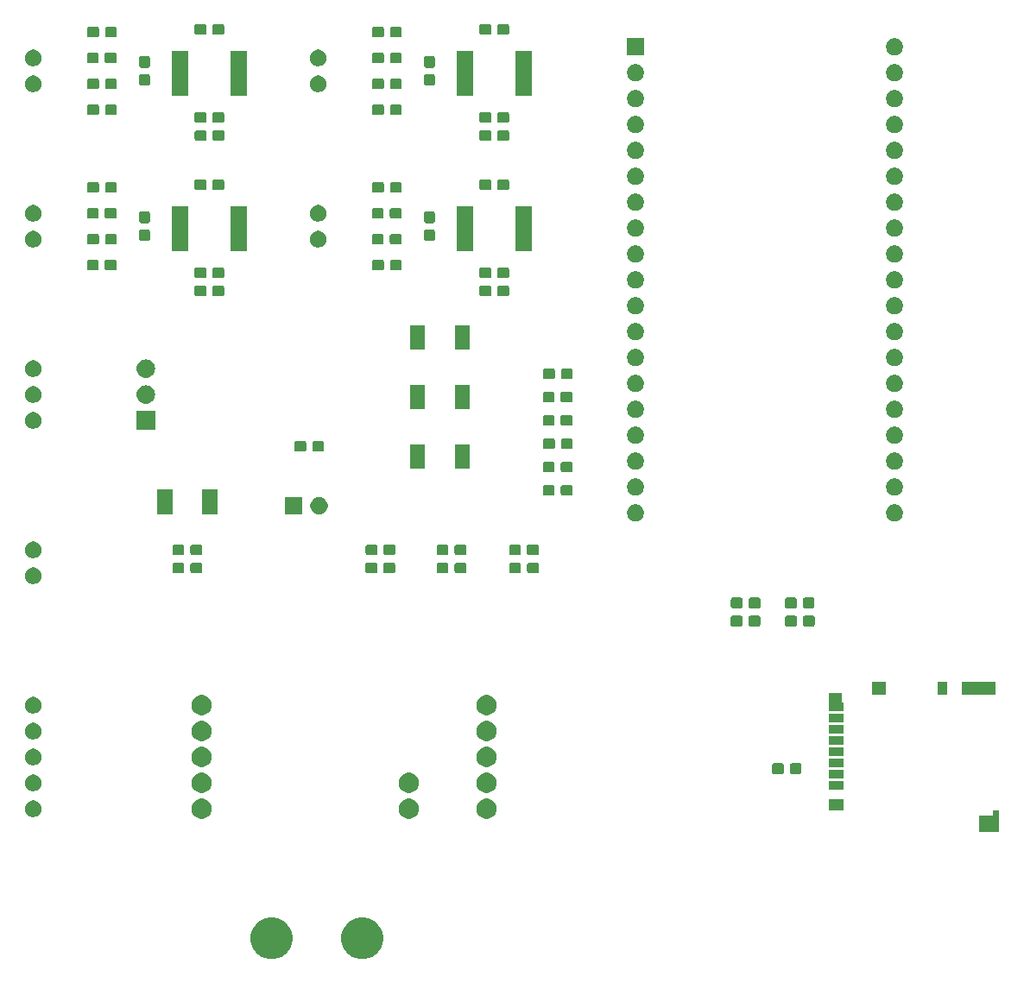
<source format=gbr>
G04 #@! TF.GenerationSoftware,KiCad,Pcbnew,(5.1.4)-1*
G04 #@! TF.CreationDate,2020-12-10T13:14:28-06:00*
G04 #@! TF.ProjectId,InstrumentationBoard2021,496e7374-7275-46d6-956e-746174696f6e,rev?*
G04 #@! TF.SameCoordinates,Original*
G04 #@! TF.FileFunction,Soldermask,Top*
G04 #@! TF.FilePolarity,Negative*
%FSLAX46Y46*%
G04 Gerber Fmt 4.6, Leading zero omitted, Abs format (unit mm)*
G04 Created by KiCad (PCBNEW (5.1.4)-1) date 2020-12-10 13:14:28*
%MOMM*%
%LPD*%
G04 APERTURE LIST*
%ADD10C,0.100000*%
G04 APERTURE END LIST*
D10*
G36*
X123026254Y-149157818D02*
G01*
X123399511Y-149312426D01*
X123399513Y-149312427D01*
X123735436Y-149536884D01*
X124021116Y-149822564D01*
X124245574Y-150158489D01*
X124400182Y-150531746D01*
X124479000Y-150927993D01*
X124479000Y-151332007D01*
X124400182Y-151728254D01*
X124245574Y-152101511D01*
X124245573Y-152101513D01*
X124021116Y-152437436D01*
X123735436Y-152723116D01*
X123399513Y-152947573D01*
X123399512Y-152947574D01*
X123399511Y-152947574D01*
X123026254Y-153102182D01*
X122630007Y-153181000D01*
X122225993Y-153181000D01*
X121829746Y-153102182D01*
X121456489Y-152947574D01*
X121456488Y-152947574D01*
X121456487Y-152947573D01*
X121120564Y-152723116D01*
X120834884Y-152437436D01*
X120610427Y-152101513D01*
X120610426Y-152101511D01*
X120455818Y-151728254D01*
X120377000Y-151332007D01*
X120377000Y-150927993D01*
X120455818Y-150531746D01*
X120610426Y-150158489D01*
X120834884Y-149822564D01*
X121120564Y-149536884D01*
X121456487Y-149312427D01*
X121456489Y-149312426D01*
X121829746Y-149157818D01*
X122225993Y-149079000D01*
X122630007Y-149079000D01*
X123026254Y-149157818D01*
X123026254Y-149157818D01*
G37*
G36*
X114136254Y-149157818D02*
G01*
X114509511Y-149312426D01*
X114509513Y-149312427D01*
X114845436Y-149536884D01*
X115131116Y-149822564D01*
X115355574Y-150158489D01*
X115510182Y-150531746D01*
X115589000Y-150927993D01*
X115589000Y-151332007D01*
X115510182Y-151728254D01*
X115355574Y-152101511D01*
X115355573Y-152101513D01*
X115131116Y-152437436D01*
X114845436Y-152723116D01*
X114509513Y-152947573D01*
X114509512Y-152947574D01*
X114509511Y-152947574D01*
X114136254Y-153102182D01*
X113740007Y-153181000D01*
X113335993Y-153181000D01*
X112939746Y-153102182D01*
X112566489Y-152947574D01*
X112566488Y-152947574D01*
X112566487Y-152947573D01*
X112230564Y-152723116D01*
X111944884Y-152437436D01*
X111720427Y-152101513D01*
X111720426Y-152101511D01*
X111565818Y-151728254D01*
X111487000Y-151332007D01*
X111487000Y-150927993D01*
X111565818Y-150531746D01*
X111720426Y-150158489D01*
X111944884Y-149822564D01*
X112230564Y-149536884D01*
X112566487Y-149312427D01*
X112566489Y-149312426D01*
X112939746Y-149157818D01*
X113335993Y-149079000D01*
X113740007Y-149079000D01*
X114136254Y-149157818D01*
X114136254Y-149157818D01*
G37*
G36*
X184906000Y-140726000D02*
G01*
X182904000Y-140726000D01*
X182904000Y-139124000D01*
X184140677Y-139124000D01*
X184165063Y-139121598D01*
X184188512Y-139114485D01*
X184210123Y-139102934D01*
X184229065Y-139087389D01*
X184267389Y-139049065D01*
X184282934Y-139030123D01*
X184294485Y-139008512D01*
X184301598Y-138985063D01*
X184304000Y-138960677D01*
X184304000Y-138624000D01*
X184906000Y-138624000D01*
X184906000Y-140726000D01*
X184906000Y-140726000D01*
G37*
G36*
X127289003Y-137477275D02*
G01*
X127289005Y-137477276D01*
X127289006Y-137477276D01*
X127469320Y-137551964D01*
X127631598Y-137660395D01*
X127769605Y-137798402D01*
X127878036Y-137960680D01*
X127952724Y-138140994D01*
X127952725Y-138140997D01*
X127990800Y-138332413D01*
X127990800Y-138527587D01*
X127963041Y-138667143D01*
X127952724Y-138719006D01*
X127878036Y-138899320D01*
X127769605Y-139061598D01*
X127631598Y-139199605D01*
X127469320Y-139308036D01*
X127289006Y-139382724D01*
X127289005Y-139382724D01*
X127289003Y-139382725D01*
X127097587Y-139420800D01*
X126902413Y-139420800D01*
X126710997Y-139382725D01*
X126710995Y-139382724D01*
X126710994Y-139382724D01*
X126530680Y-139308036D01*
X126368402Y-139199605D01*
X126230395Y-139061598D01*
X126121964Y-138899320D01*
X126047276Y-138719006D01*
X126036960Y-138667143D01*
X126009200Y-138527587D01*
X126009200Y-138332413D01*
X126047275Y-138140997D01*
X126047276Y-138140994D01*
X126121964Y-137960680D01*
X126230395Y-137798402D01*
X126368402Y-137660395D01*
X126530680Y-137551964D01*
X126710994Y-137477276D01*
X126710995Y-137477276D01*
X126710997Y-137477275D01*
X126902413Y-137439200D01*
X127097587Y-137439200D01*
X127289003Y-137477275D01*
X127289003Y-137477275D01*
G37*
G36*
X134909003Y-137477275D02*
G01*
X134909005Y-137477276D01*
X134909006Y-137477276D01*
X135089320Y-137551964D01*
X135251598Y-137660395D01*
X135389605Y-137798402D01*
X135498036Y-137960680D01*
X135572724Y-138140994D01*
X135572725Y-138140997D01*
X135610800Y-138332413D01*
X135610800Y-138527587D01*
X135583041Y-138667143D01*
X135572724Y-138719006D01*
X135498036Y-138899320D01*
X135389605Y-139061598D01*
X135251598Y-139199605D01*
X135089320Y-139308036D01*
X134909006Y-139382724D01*
X134909005Y-139382724D01*
X134909003Y-139382725D01*
X134717587Y-139420800D01*
X134522413Y-139420800D01*
X134330997Y-139382725D01*
X134330995Y-139382724D01*
X134330994Y-139382724D01*
X134150680Y-139308036D01*
X133988402Y-139199605D01*
X133850395Y-139061598D01*
X133741964Y-138899320D01*
X133667276Y-138719006D01*
X133656960Y-138667143D01*
X133629200Y-138527587D01*
X133629200Y-138332413D01*
X133667275Y-138140997D01*
X133667276Y-138140994D01*
X133741964Y-137960680D01*
X133850395Y-137798402D01*
X133988402Y-137660395D01*
X134150680Y-137551964D01*
X134330994Y-137477276D01*
X134330995Y-137477276D01*
X134330997Y-137477275D01*
X134522413Y-137439200D01*
X134717587Y-137439200D01*
X134909003Y-137477275D01*
X134909003Y-137477275D01*
G37*
G36*
X106969003Y-137477275D02*
G01*
X106969005Y-137477276D01*
X106969006Y-137477276D01*
X107149320Y-137551964D01*
X107311598Y-137660395D01*
X107449605Y-137798402D01*
X107558036Y-137960680D01*
X107632724Y-138140994D01*
X107632725Y-138140997D01*
X107670800Y-138332413D01*
X107670800Y-138527587D01*
X107643041Y-138667143D01*
X107632724Y-138719006D01*
X107558036Y-138899320D01*
X107449605Y-139061598D01*
X107311598Y-139199605D01*
X107149320Y-139308036D01*
X106969006Y-139382724D01*
X106969005Y-139382724D01*
X106969003Y-139382725D01*
X106777587Y-139420800D01*
X106582413Y-139420800D01*
X106390997Y-139382725D01*
X106390995Y-139382724D01*
X106390994Y-139382724D01*
X106210680Y-139308036D01*
X106048402Y-139199605D01*
X105910395Y-139061598D01*
X105801964Y-138899320D01*
X105727276Y-138719006D01*
X105716960Y-138667143D01*
X105689200Y-138527587D01*
X105689200Y-138332413D01*
X105727275Y-138140997D01*
X105727276Y-138140994D01*
X105801964Y-137960680D01*
X105910395Y-137798402D01*
X106048402Y-137660395D01*
X106210680Y-137551964D01*
X106390994Y-137477276D01*
X106390995Y-137477276D01*
X106390997Y-137477275D01*
X106582413Y-137439200D01*
X106777587Y-137439200D01*
X106969003Y-137477275D01*
X106969003Y-137477275D01*
G37*
G36*
X90407142Y-137648242D02*
G01*
X90555101Y-137709529D01*
X90688255Y-137798499D01*
X90801501Y-137911745D01*
X90890471Y-138044899D01*
X90951758Y-138192858D01*
X90983000Y-138349925D01*
X90983000Y-138510075D01*
X90951758Y-138667142D01*
X90890471Y-138815101D01*
X90801501Y-138948255D01*
X90688255Y-139061501D01*
X90555101Y-139150471D01*
X90407142Y-139211758D01*
X90250075Y-139243000D01*
X90089925Y-139243000D01*
X89932858Y-139211758D01*
X89784899Y-139150471D01*
X89651745Y-139061501D01*
X89538499Y-138948255D01*
X89449529Y-138815101D01*
X89388242Y-138667142D01*
X89357000Y-138510075D01*
X89357000Y-138349925D01*
X89388242Y-138192858D01*
X89449529Y-138044899D01*
X89538499Y-137911745D01*
X89651745Y-137798499D01*
X89784899Y-137709529D01*
X89932858Y-137648242D01*
X90089925Y-137617000D01*
X90250075Y-137617000D01*
X90407142Y-137648242D01*
X90407142Y-137648242D01*
G37*
G36*
X169656000Y-138576000D02*
G01*
X168154000Y-138576000D01*
X168154000Y-137474000D01*
X169656000Y-137474000D01*
X169656000Y-138576000D01*
X169656000Y-138576000D01*
G37*
G36*
X106969003Y-134937275D02*
G01*
X106969005Y-134937276D01*
X106969006Y-134937276D01*
X107149320Y-135011964D01*
X107311598Y-135120395D01*
X107449605Y-135258402D01*
X107558036Y-135420680D01*
X107632724Y-135600994D01*
X107632725Y-135600997D01*
X107670800Y-135792413D01*
X107670800Y-135987587D01*
X107643041Y-136127143D01*
X107632724Y-136179006D01*
X107558036Y-136359320D01*
X107449605Y-136521598D01*
X107311598Y-136659605D01*
X107149320Y-136768036D01*
X106969006Y-136842724D01*
X106969005Y-136842724D01*
X106969003Y-136842725D01*
X106777587Y-136880800D01*
X106582413Y-136880800D01*
X106390997Y-136842725D01*
X106390995Y-136842724D01*
X106390994Y-136842724D01*
X106210680Y-136768036D01*
X106048402Y-136659605D01*
X105910395Y-136521598D01*
X105801964Y-136359320D01*
X105727276Y-136179006D01*
X105716960Y-136127143D01*
X105689200Y-135987587D01*
X105689200Y-135792413D01*
X105727275Y-135600997D01*
X105727276Y-135600994D01*
X105801964Y-135420680D01*
X105910395Y-135258402D01*
X106048402Y-135120395D01*
X106210680Y-135011964D01*
X106390994Y-134937276D01*
X106390995Y-134937276D01*
X106390997Y-134937275D01*
X106582413Y-134899200D01*
X106777587Y-134899200D01*
X106969003Y-134937275D01*
X106969003Y-134937275D01*
G37*
G36*
X134909003Y-134937275D02*
G01*
X134909005Y-134937276D01*
X134909006Y-134937276D01*
X135089320Y-135011964D01*
X135251598Y-135120395D01*
X135389605Y-135258402D01*
X135498036Y-135420680D01*
X135572724Y-135600994D01*
X135572725Y-135600997D01*
X135610800Y-135792413D01*
X135610800Y-135987587D01*
X135583041Y-136127143D01*
X135572724Y-136179006D01*
X135498036Y-136359320D01*
X135389605Y-136521598D01*
X135251598Y-136659605D01*
X135089320Y-136768036D01*
X134909006Y-136842724D01*
X134909005Y-136842724D01*
X134909003Y-136842725D01*
X134717587Y-136880800D01*
X134522413Y-136880800D01*
X134330997Y-136842725D01*
X134330995Y-136842724D01*
X134330994Y-136842724D01*
X134150680Y-136768036D01*
X133988402Y-136659605D01*
X133850395Y-136521598D01*
X133741964Y-136359320D01*
X133667276Y-136179006D01*
X133656960Y-136127143D01*
X133629200Y-135987587D01*
X133629200Y-135792413D01*
X133667275Y-135600997D01*
X133667276Y-135600994D01*
X133741964Y-135420680D01*
X133850395Y-135258402D01*
X133988402Y-135120395D01*
X134150680Y-135011964D01*
X134330994Y-134937276D01*
X134330995Y-134937276D01*
X134330997Y-134937275D01*
X134522413Y-134899200D01*
X134717587Y-134899200D01*
X134909003Y-134937275D01*
X134909003Y-134937275D01*
G37*
G36*
X127289003Y-134937275D02*
G01*
X127289005Y-134937276D01*
X127289006Y-134937276D01*
X127469320Y-135011964D01*
X127631598Y-135120395D01*
X127769605Y-135258402D01*
X127878036Y-135420680D01*
X127952724Y-135600994D01*
X127952725Y-135600997D01*
X127990800Y-135792413D01*
X127990800Y-135987587D01*
X127963041Y-136127143D01*
X127952724Y-136179006D01*
X127878036Y-136359320D01*
X127769605Y-136521598D01*
X127631598Y-136659605D01*
X127469320Y-136768036D01*
X127289006Y-136842724D01*
X127289005Y-136842724D01*
X127289003Y-136842725D01*
X127097587Y-136880800D01*
X126902413Y-136880800D01*
X126710997Y-136842725D01*
X126710995Y-136842724D01*
X126710994Y-136842724D01*
X126530680Y-136768036D01*
X126368402Y-136659605D01*
X126230395Y-136521598D01*
X126121964Y-136359320D01*
X126047276Y-136179006D01*
X126036960Y-136127143D01*
X126009200Y-135987587D01*
X126009200Y-135792413D01*
X126047275Y-135600997D01*
X126047276Y-135600994D01*
X126121964Y-135420680D01*
X126230395Y-135258402D01*
X126368402Y-135120395D01*
X126530680Y-135011964D01*
X126710994Y-134937276D01*
X126710995Y-134937276D01*
X126710997Y-134937275D01*
X126902413Y-134899200D01*
X127097587Y-134899200D01*
X127289003Y-134937275D01*
X127289003Y-134937275D01*
G37*
G36*
X90407142Y-135108242D02*
G01*
X90555101Y-135169529D01*
X90688255Y-135258499D01*
X90801501Y-135371745D01*
X90890471Y-135504899D01*
X90951758Y-135652858D01*
X90983000Y-135809925D01*
X90983000Y-135970075D01*
X90951758Y-136127142D01*
X90890471Y-136275101D01*
X90801501Y-136408255D01*
X90688255Y-136521501D01*
X90555101Y-136610471D01*
X90407142Y-136671758D01*
X90250075Y-136703000D01*
X90089925Y-136703000D01*
X89932858Y-136671758D01*
X89784899Y-136610471D01*
X89651745Y-136521501D01*
X89538499Y-136408255D01*
X89449529Y-136275101D01*
X89388242Y-136127142D01*
X89357000Y-135970075D01*
X89357000Y-135809925D01*
X89388242Y-135652858D01*
X89449529Y-135504899D01*
X89538499Y-135371745D01*
X89651745Y-135258499D01*
X89784899Y-135169529D01*
X89932858Y-135108242D01*
X90089925Y-135077000D01*
X90250075Y-135077000D01*
X90407142Y-135108242D01*
X90407142Y-135108242D01*
G37*
G36*
X169656000Y-136526000D02*
G01*
X168154000Y-136526000D01*
X168154000Y-135724000D01*
X169656000Y-135724000D01*
X169656000Y-136526000D01*
X169656000Y-136526000D01*
G37*
G36*
X169656000Y-135426000D02*
G01*
X168154000Y-135426000D01*
X168154000Y-134624000D01*
X169656000Y-134624000D01*
X169656000Y-135426000D01*
X169656000Y-135426000D01*
G37*
G36*
X163609499Y-133971445D02*
G01*
X163646995Y-133982820D01*
X163681554Y-134001292D01*
X163711847Y-134026153D01*
X163736708Y-134056446D01*
X163755180Y-134091005D01*
X163766555Y-134128501D01*
X163771000Y-134173638D01*
X163771000Y-134812362D01*
X163766555Y-134857499D01*
X163755180Y-134894995D01*
X163736708Y-134929554D01*
X163711847Y-134959847D01*
X163681554Y-134984708D01*
X163646995Y-135003180D01*
X163609499Y-135014555D01*
X163564362Y-135019000D01*
X162825638Y-135019000D01*
X162780501Y-135014555D01*
X162743005Y-135003180D01*
X162708446Y-134984708D01*
X162678153Y-134959847D01*
X162653292Y-134929554D01*
X162634820Y-134894995D01*
X162623445Y-134857499D01*
X162619000Y-134812362D01*
X162619000Y-134173638D01*
X162623445Y-134128501D01*
X162634820Y-134091005D01*
X162653292Y-134056446D01*
X162678153Y-134026153D01*
X162708446Y-134001292D01*
X162743005Y-133982820D01*
X162780501Y-133971445D01*
X162825638Y-133967000D01*
X163564362Y-133967000D01*
X163609499Y-133971445D01*
X163609499Y-133971445D01*
G37*
G36*
X165359499Y-133971445D02*
G01*
X165396995Y-133982820D01*
X165431554Y-134001292D01*
X165461847Y-134026153D01*
X165486708Y-134056446D01*
X165505180Y-134091005D01*
X165516555Y-134128501D01*
X165521000Y-134173638D01*
X165521000Y-134812362D01*
X165516555Y-134857499D01*
X165505180Y-134894995D01*
X165486708Y-134929554D01*
X165461847Y-134959847D01*
X165431554Y-134984708D01*
X165396995Y-135003180D01*
X165359499Y-135014555D01*
X165314362Y-135019000D01*
X164575638Y-135019000D01*
X164530501Y-135014555D01*
X164493005Y-135003180D01*
X164458446Y-134984708D01*
X164428153Y-134959847D01*
X164403292Y-134929554D01*
X164384820Y-134894995D01*
X164373445Y-134857499D01*
X164369000Y-134812362D01*
X164369000Y-134173638D01*
X164373445Y-134128501D01*
X164384820Y-134091005D01*
X164403292Y-134056446D01*
X164428153Y-134026153D01*
X164458446Y-134001292D01*
X164493005Y-133982820D01*
X164530501Y-133971445D01*
X164575638Y-133967000D01*
X165314362Y-133967000D01*
X165359499Y-133971445D01*
X165359499Y-133971445D01*
G37*
G36*
X106969003Y-132397275D02*
G01*
X106969005Y-132397276D01*
X106969006Y-132397276D01*
X107149320Y-132471964D01*
X107311598Y-132580395D01*
X107449605Y-132718402D01*
X107558036Y-132880680D01*
X107632724Y-133060994D01*
X107632725Y-133060997D01*
X107670800Y-133252413D01*
X107670800Y-133447587D01*
X107643041Y-133587143D01*
X107632724Y-133639006D01*
X107558036Y-133819320D01*
X107449605Y-133981598D01*
X107311598Y-134119605D01*
X107149320Y-134228036D01*
X106969006Y-134302724D01*
X106969005Y-134302724D01*
X106969003Y-134302725D01*
X106777587Y-134340800D01*
X106582413Y-134340800D01*
X106390997Y-134302725D01*
X106390995Y-134302724D01*
X106390994Y-134302724D01*
X106210680Y-134228036D01*
X106048402Y-134119605D01*
X105910395Y-133981598D01*
X105801964Y-133819320D01*
X105727276Y-133639006D01*
X105716960Y-133587143D01*
X105689200Y-133447587D01*
X105689200Y-133252413D01*
X105727275Y-133060997D01*
X105727276Y-133060994D01*
X105801964Y-132880680D01*
X105910395Y-132718402D01*
X106048402Y-132580395D01*
X106210680Y-132471964D01*
X106390994Y-132397276D01*
X106390995Y-132397276D01*
X106390997Y-132397275D01*
X106582413Y-132359200D01*
X106777587Y-132359200D01*
X106969003Y-132397275D01*
X106969003Y-132397275D01*
G37*
G36*
X134909003Y-132397275D02*
G01*
X134909005Y-132397276D01*
X134909006Y-132397276D01*
X135089320Y-132471964D01*
X135251598Y-132580395D01*
X135389605Y-132718402D01*
X135498036Y-132880680D01*
X135572724Y-133060994D01*
X135572725Y-133060997D01*
X135610800Y-133252413D01*
X135610800Y-133447587D01*
X135583041Y-133587143D01*
X135572724Y-133639006D01*
X135498036Y-133819320D01*
X135389605Y-133981598D01*
X135251598Y-134119605D01*
X135089320Y-134228036D01*
X134909006Y-134302724D01*
X134909005Y-134302724D01*
X134909003Y-134302725D01*
X134717587Y-134340800D01*
X134522413Y-134340800D01*
X134330997Y-134302725D01*
X134330995Y-134302724D01*
X134330994Y-134302724D01*
X134150680Y-134228036D01*
X133988402Y-134119605D01*
X133850395Y-133981598D01*
X133741964Y-133819320D01*
X133667276Y-133639006D01*
X133656960Y-133587143D01*
X133629200Y-133447587D01*
X133629200Y-133252413D01*
X133667275Y-133060997D01*
X133667276Y-133060994D01*
X133741964Y-132880680D01*
X133850395Y-132718402D01*
X133988402Y-132580395D01*
X134150680Y-132471964D01*
X134330994Y-132397276D01*
X134330995Y-132397276D01*
X134330997Y-132397275D01*
X134522413Y-132359200D01*
X134717587Y-132359200D01*
X134909003Y-132397275D01*
X134909003Y-132397275D01*
G37*
G36*
X169656000Y-134326000D02*
G01*
X168154000Y-134326000D01*
X168154000Y-133524000D01*
X169656000Y-133524000D01*
X169656000Y-134326000D01*
X169656000Y-134326000D01*
G37*
G36*
X90407142Y-132568242D02*
G01*
X90555101Y-132629529D01*
X90688255Y-132718499D01*
X90801501Y-132831745D01*
X90890471Y-132964899D01*
X90951758Y-133112858D01*
X90983000Y-133269925D01*
X90983000Y-133430075D01*
X90951758Y-133587142D01*
X90890471Y-133735101D01*
X90801501Y-133868255D01*
X90688255Y-133981501D01*
X90555101Y-134070471D01*
X90407142Y-134131758D01*
X90250075Y-134163000D01*
X90089925Y-134163000D01*
X89932858Y-134131758D01*
X89784899Y-134070471D01*
X89651745Y-133981501D01*
X89538499Y-133868255D01*
X89449529Y-133735101D01*
X89388242Y-133587142D01*
X89357000Y-133430075D01*
X89357000Y-133269925D01*
X89388242Y-133112858D01*
X89449529Y-132964899D01*
X89538499Y-132831745D01*
X89651745Y-132718499D01*
X89784899Y-132629529D01*
X89932858Y-132568242D01*
X90089925Y-132537000D01*
X90250075Y-132537000D01*
X90407142Y-132568242D01*
X90407142Y-132568242D01*
G37*
G36*
X169656000Y-133226000D02*
G01*
X168154000Y-133226000D01*
X168154000Y-132424000D01*
X169656000Y-132424000D01*
X169656000Y-133226000D01*
X169656000Y-133226000D01*
G37*
G36*
X169656000Y-132126000D02*
G01*
X168154000Y-132126000D01*
X168154000Y-131324000D01*
X169656000Y-131324000D01*
X169656000Y-132126000D01*
X169656000Y-132126000D01*
G37*
G36*
X106969003Y-129857275D02*
G01*
X106969005Y-129857276D01*
X106969006Y-129857276D01*
X107149320Y-129931964D01*
X107311598Y-130040395D01*
X107449605Y-130178402D01*
X107558036Y-130340680D01*
X107632724Y-130520994D01*
X107632725Y-130520997D01*
X107670800Y-130712413D01*
X107670800Y-130907587D01*
X107643041Y-131047143D01*
X107632724Y-131099006D01*
X107558036Y-131279320D01*
X107449605Y-131441598D01*
X107311598Y-131579605D01*
X107149320Y-131688036D01*
X106969006Y-131762724D01*
X106969005Y-131762724D01*
X106969003Y-131762725D01*
X106777587Y-131800800D01*
X106582413Y-131800800D01*
X106390997Y-131762725D01*
X106390995Y-131762724D01*
X106390994Y-131762724D01*
X106210680Y-131688036D01*
X106048402Y-131579605D01*
X105910395Y-131441598D01*
X105801964Y-131279320D01*
X105727276Y-131099006D01*
X105716960Y-131047143D01*
X105689200Y-130907587D01*
X105689200Y-130712413D01*
X105727275Y-130520997D01*
X105727276Y-130520994D01*
X105801964Y-130340680D01*
X105910395Y-130178402D01*
X106048402Y-130040395D01*
X106210680Y-129931964D01*
X106390994Y-129857276D01*
X106390995Y-129857276D01*
X106390997Y-129857275D01*
X106582413Y-129819200D01*
X106777587Y-129819200D01*
X106969003Y-129857275D01*
X106969003Y-129857275D01*
G37*
G36*
X134909003Y-129857275D02*
G01*
X134909005Y-129857276D01*
X134909006Y-129857276D01*
X135089320Y-129931964D01*
X135251598Y-130040395D01*
X135389605Y-130178402D01*
X135498036Y-130340680D01*
X135572724Y-130520994D01*
X135572725Y-130520997D01*
X135610800Y-130712413D01*
X135610800Y-130907587D01*
X135583041Y-131047143D01*
X135572724Y-131099006D01*
X135498036Y-131279320D01*
X135389605Y-131441598D01*
X135251598Y-131579605D01*
X135089320Y-131688036D01*
X134909006Y-131762724D01*
X134909005Y-131762724D01*
X134909003Y-131762725D01*
X134717587Y-131800800D01*
X134522413Y-131800800D01*
X134330997Y-131762725D01*
X134330995Y-131762724D01*
X134330994Y-131762724D01*
X134150680Y-131688036D01*
X133988402Y-131579605D01*
X133850395Y-131441598D01*
X133741964Y-131279320D01*
X133667276Y-131099006D01*
X133656960Y-131047143D01*
X133629200Y-130907587D01*
X133629200Y-130712413D01*
X133667275Y-130520997D01*
X133667276Y-130520994D01*
X133741964Y-130340680D01*
X133850395Y-130178402D01*
X133988402Y-130040395D01*
X134150680Y-129931964D01*
X134330994Y-129857276D01*
X134330995Y-129857276D01*
X134330997Y-129857275D01*
X134522413Y-129819200D01*
X134717587Y-129819200D01*
X134909003Y-129857275D01*
X134909003Y-129857275D01*
G37*
G36*
X90407142Y-130028242D02*
G01*
X90555101Y-130089529D01*
X90688255Y-130178499D01*
X90801501Y-130291745D01*
X90890471Y-130424899D01*
X90951758Y-130572858D01*
X90983000Y-130729925D01*
X90983000Y-130890075D01*
X90951758Y-131047142D01*
X90890471Y-131195101D01*
X90801501Y-131328255D01*
X90688255Y-131441501D01*
X90555101Y-131530471D01*
X90407142Y-131591758D01*
X90250075Y-131623000D01*
X90089925Y-131623000D01*
X89932858Y-131591758D01*
X89784899Y-131530471D01*
X89651745Y-131441501D01*
X89538499Y-131328255D01*
X89449529Y-131195101D01*
X89388242Y-131047142D01*
X89357000Y-130890075D01*
X89357000Y-130729925D01*
X89388242Y-130572858D01*
X89449529Y-130424899D01*
X89538499Y-130291745D01*
X89651745Y-130178499D01*
X89784899Y-130089529D01*
X89932858Y-130028242D01*
X90089925Y-129997000D01*
X90250075Y-129997000D01*
X90407142Y-130028242D01*
X90407142Y-130028242D01*
G37*
G36*
X169656000Y-131026000D02*
G01*
X168154000Y-131026000D01*
X168154000Y-130224000D01*
X169656000Y-130224000D01*
X169656000Y-131026000D01*
X169656000Y-131026000D01*
G37*
G36*
X169656000Y-129926000D02*
G01*
X168154000Y-129926000D01*
X168154000Y-129124000D01*
X169656000Y-129124000D01*
X169656000Y-129926000D01*
X169656000Y-129926000D01*
G37*
G36*
X134909003Y-127317275D02*
G01*
X134909005Y-127317276D01*
X134909006Y-127317276D01*
X135089320Y-127391964D01*
X135251598Y-127500395D01*
X135389605Y-127638402D01*
X135498036Y-127800680D01*
X135558575Y-127946836D01*
X135572725Y-127980997D01*
X135610800Y-128172413D01*
X135610800Y-128367587D01*
X135583041Y-128507143D01*
X135572724Y-128559006D01*
X135498036Y-128739320D01*
X135389605Y-128901598D01*
X135251598Y-129039605D01*
X135089320Y-129148036D01*
X134909006Y-129222724D01*
X134909005Y-129222724D01*
X134909003Y-129222725D01*
X134717587Y-129260800D01*
X134522413Y-129260800D01*
X134330997Y-129222725D01*
X134330995Y-129222724D01*
X134330994Y-129222724D01*
X134150680Y-129148036D01*
X133988402Y-129039605D01*
X133850395Y-128901598D01*
X133741964Y-128739320D01*
X133667276Y-128559006D01*
X133656960Y-128507143D01*
X133629200Y-128367587D01*
X133629200Y-128172413D01*
X133667275Y-127980997D01*
X133681425Y-127946836D01*
X133741964Y-127800680D01*
X133850395Y-127638402D01*
X133988402Y-127500395D01*
X134150680Y-127391964D01*
X134330994Y-127317276D01*
X134330995Y-127317276D01*
X134330997Y-127317275D01*
X134522413Y-127279200D01*
X134717587Y-127279200D01*
X134909003Y-127317275D01*
X134909003Y-127317275D01*
G37*
G36*
X106969003Y-127317275D02*
G01*
X106969005Y-127317276D01*
X106969006Y-127317276D01*
X107149320Y-127391964D01*
X107311598Y-127500395D01*
X107449605Y-127638402D01*
X107558036Y-127800680D01*
X107618575Y-127946836D01*
X107632725Y-127980997D01*
X107670800Y-128172413D01*
X107670800Y-128367587D01*
X107643041Y-128507143D01*
X107632724Y-128559006D01*
X107558036Y-128739320D01*
X107449605Y-128901598D01*
X107311598Y-129039605D01*
X107149320Y-129148036D01*
X106969006Y-129222724D01*
X106969005Y-129222724D01*
X106969003Y-129222725D01*
X106777587Y-129260800D01*
X106582413Y-129260800D01*
X106390997Y-129222725D01*
X106390995Y-129222724D01*
X106390994Y-129222724D01*
X106210680Y-129148036D01*
X106048402Y-129039605D01*
X105910395Y-128901598D01*
X105801964Y-128739320D01*
X105727276Y-128559006D01*
X105716960Y-128507143D01*
X105689200Y-128367587D01*
X105689200Y-128172413D01*
X105727275Y-127980997D01*
X105741425Y-127946836D01*
X105801964Y-127800680D01*
X105910395Y-127638402D01*
X106048402Y-127500395D01*
X106210680Y-127391964D01*
X106390994Y-127317276D01*
X106390995Y-127317276D01*
X106390997Y-127317275D01*
X106582413Y-127279200D01*
X106777587Y-127279200D01*
X106969003Y-127317275D01*
X106969003Y-127317275D01*
G37*
G36*
X90407142Y-127488242D02*
G01*
X90555101Y-127549529D01*
X90688255Y-127638499D01*
X90801501Y-127751745D01*
X90890471Y-127884899D01*
X90951758Y-128032858D01*
X90983000Y-128189925D01*
X90983000Y-128350075D01*
X90951758Y-128507142D01*
X90890471Y-128655101D01*
X90801501Y-128788255D01*
X90688255Y-128901501D01*
X90555101Y-128990471D01*
X90407142Y-129051758D01*
X90250075Y-129083000D01*
X90089925Y-129083000D01*
X89932858Y-129051758D01*
X89784899Y-128990471D01*
X89651745Y-128901501D01*
X89538499Y-128788255D01*
X89449529Y-128655101D01*
X89388242Y-128507142D01*
X89357000Y-128350075D01*
X89357000Y-128189925D01*
X89388242Y-128032858D01*
X89449529Y-127884899D01*
X89538499Y-127751745D01*
X89651745Y-127638499D01*
X89784899Y-127549529D01*
X89932858Y-127488242D01*
X90089925Y-127457000D01*
X90250075Y-127457000D01*
X90407142Y-127488242D01*
X90407142Y-127488242D01*
G37*
G36*
X169456000Y-127899001D02*
G01*
X169458402Y-127923387D01*
X169465515Y-127946836D01*
X169477066Y-127968447D01*
X169492611Y-127987389D01*
X169511553Y-128002934D01*
X169533164Y-128014485D01*
X169556613Y-128021598D01*
X169580999Y-128024000D01*
X169656000Y-128024000D01*
X169656000Y-128826000D01*
X168154000Y-128826000D01*
X168154000Y-127074000D01*
X169456000Y-127074000D01*
X169456000Y-127899001D01*
X169456000Y-127899001D01*
G37*
G36*
X184556000Y-127276000D02*
G01*
X181254000Y-127276000D01*
X181254000Y-125974000D01*
X184556000Y-125974000D01*
X184556000Y-127276000D01*
X184556000Y-127276000D01*
G37*
G36*
X179756000Y-127276000D02*
G01*
X178854000Y-127276000D01*
X178854000Y-125974000D01*
X179756000Y-125974000D01*
X179756000Y-127276000D01*
X179756000Y-127276000D01*
G37*
G36*
X173756000Y-127276000D02*
G01*
X172454000Y-127276000D01*
X172454000Y-125974000D01*
X173756000Y-125974000D01*
X173756000Y-127276000D01*
X173756000Y-127276000D01*
G37*
G36*
X159559499Y-119493445D02*
G01*
X159596995Y-119504820D01*
X159631554Y-119523292D01*
X159661847Y-119548153D01*
X159686708Y-119578446D01*
X159705180Y-119613005D01*
X159716555Y-119650501D01*
X159721000Y-119695638D01*
X159721000Y-120334362D01*
X159716555Y-120379499D01*
X159705180Y-120416995D01*
X159686708Y-120451554D01*
X159661847Y-120481847D01*
X159631554Y-120506708D01*
X159596995Y-120525180D01*
X159559499Y-120536555D01*
X159514362Y-120541000D01*
X158775638Y-120541000D01*
X158730501Y-120536555D01*
X158693005Y-120525180D01*
X158658446Y-120506708D01*
X158628153Y-120481847D01*
X158603292Y-120451554D01*
X158584820Y-120416995D01*
X158573445Y-120379499D01*
X158569000Y-120334362D01*
X158569000Y-119695638D01*
X158573445Y-119650501D01*
X158584820Y-119613005D01*
X158603292Y-119578446D01*
X158628153Y-119548153D01*
X158658446Y-119523292D01*
X158693005Y-119504820D01*
X158730501Y-119493445D01*
X158775638Y-119489000D01*
X159514362Y-119489000D01*
X159559499Y-119493445D01*
X159559499Y-119493445D01*
G37*
G36*
X161309499Y-119493445D02*
G01*
X161346995Y-119504820D01*
X161381554Y-119523292D01*
X161411847Y-119548153D01*
X161436708Y-119578446D01*
X161455180Y-119613005D01*
X161466555Y-119650501D01*
X161471000Y-119695638D01*
X161471000Y-120334362D01*
X161466555Y-120379499D01*
X161455180Y-120416995D01*
X161436708Y-120451554D01*
X161411847Y-120481847D01*
X161381554Y-120506708D01*
X161346995Y-120525180D01*
X161309499Y-120536555D01*
X161264362Y-120541000D01*
X160525638Y-120541000D01*
X160480501Y-120536555D01*
X160443005Y-120525180D01*
X160408446Y-120506708D01*
X160378153Y-120481847D01*
X160353292Y-120451554D01*
X160334820Y-120416995D01*
X160323445Y-120379499D01*
X160319000Y-120334362D01*
X160319000Y-119695638D01*
X160323445Y-119650501D01*
X160334820Y-119613005D01*
X160353292Y-119578446D01*
X160378153Y-119548153D01*
X160408446Y-119523292D01*
X160443005Y-119504820D01*
X160480501Y-119493445D01*
X160525638Y-119489000D01*
X161264362Y-119489000D01*
X161309499Y-119493445D01*
X161309499Y-119493445D01*
G37*
G36*
X164893499Y-119493445D02*
G01*
X164930995Y-119504820D01*
X164965554Y-119523292D01*
X164995847Y-119548153D01*
X165020708Y-119578446D01*
X165039180Y-119613005D01*
X165050555Y-119650501D01*
X165055000Y-119695638D01*
X165055000Y-120334362D01*
X165050555Y-120379499D01*
X165039180Y-120416995D01*
X165020708Y-120451554D01*
X164995847Y-120481847D01*
X164965554Y-120506708D01*
X164930995Y-120525180D01*
X164893499Y-120536555D01*
X164848362Y-120541000D01*
X164109638Y-120541000D01*
X164064501Y-120536555D01*
X164027005Y-120525180D01*
X163992446Y-120506708D01*
X163962153Y-120481847D01*
X163937292Y-120451554D01*
X163918820Y-120416995D01*
X163907445Y-120379499D01*
X163903000Y-120334362D01*
X163903000Y-119695638D01*
X163907445Y-119650501D01*
X163918820Y-119613005D01*
X163937292Y-119578446D01*
X163962153Y-119548153D01*
X163992446Y-119523292D01*
X164027005Y-119504820D01*
X164064501Y-119493445D01*
X164109638Y-119489000D01*
X164848362Y-119489000D01*
X164893499Y-119493445D01*
X164893499Y-119493445D01*
G37*
G36*
X166643499Y-119493445D02*
G01*
X166680995Y-119504820D01*
X166715554Y-119523292D01*
X166745847Y-119548153D01*
X166770708Y-119578446D01*
X166789180Y-119613005D01*
X166800555Y-119650501D01*
X166805000Y-119695638D01*
X166805000Y-120334362D01*
X166800555Y-120379499D01*
X166789180Y-120416995D01*
X166770708Y-120451554D01*
X166745847Y-120481847D01*
X166715554Y-120506708D01*
X166680995Y-120525180D01*
X166643499Y-120536555D01*
X166598362Y-120541000D01*
X165859638Y-120541000D01*
X165814501Y-120536555D01*
X165777005Y-120525180D01*
X165742446Y-120506708D01*
X165712153Y-120481847D01*
X165687292Y-120451554D01*
X165668820Y-120416995D01*
X165657445Y-120379499D01*
X165653000Y-120334362D01*
X165653000Y-119695638D01*
X165657445Y-119650501D01*
X165668820Y-119613005D01*
X165687292Y-119578446D01*
X165712153Y-119548153D01*
X165742446Y-119523292D01*
X165777005Y-119504820D01*
X165814501Y-119493445D01*
X165859638Y-119489000D01*
X166598362Y-119489000D01*
X166643499Y-119493445D01*
X166643499Y-119493445D01*
G37*
G36*
X164879499Y-117715445D02*
G01*
X164916995Y-117726820D01*
X164951554Y-117745292D01*
X164981847Y-117770153D01*
X165006708Y-117800446D01*
X165025180Y-117835005D01*
X165036555Y-117872501D01*
X165041000Y-117917638D01*
X165041000Y-118556362D01*
X165036555Y-118601499D01*
X165025180Y-118638995D01*
X165006708Y-118673554D01*
X164981847Y-118703847D01*
X164951554Y-118728708D01*
X164916995Y-118747180D01*
X164879499Y-118758555D01*
X164834362Y-118763000D01*
X164095638Y-118763000D01*
X164050501Y-118758555D01*
X164013005Y-118747180D01*
X163978446Y-118728708D01*
X163948153Y-118703847D01*
X163923292Y-118673554D01*
X163904820Y-118638995D01*
X163893445Y-118601499D01*
X163889000Y-118556362D01*
X163889000Y-117917638D01*
X163893445Y-117872501D01*
X163904820Y-117835005D01*
X163923292Y-117800446D01*
X163948153Y-117770153D01*
X163978446Y-117745292D01*
X164013005Y-117726820D01*
X164050501Y-117715445D01*
X164095638Y-117711000D01*
X164834362Y-117711000D01*
X164879499Y-117715445D01*
X164879499Y-117715445D01*
G37*
G36*
X159573499Y-117715445D02*
G01*
X159610995Y-117726820D01*
X159645554Y-117745292D01*
X159675847Y-117770153D01*
X159700708Y-117800446D01*
X159719180Y-117835005D01*
X159730555Y-117872501D01*
X159735000Y-117917638D01*
X159735000Y-118556362D01*
X159730555Y-118601499D01*
X159719180Y-118638995D01*
X159700708Y-118673554D01*
X159675847Y-118703847D01*
X159645554Y-118728708D01*
X159610995Y-118747180D01*
X159573499Y-118758555D01*
X159528362Y-118763000D01*
X158789638Y-118763000D01*
X158744501Y-118758555D01*
X158707005Y-118747180D01*
X158672446Y-118728708D01*
X158642153Y-118703847D01*
X158617292Y-118673554D01*
X158598820Y-118638995D01*
X158587445Y-118601499D01*
X158583000Y-118556362D01*
X158583000Y-117917638D01*
X158587445Y-117872501D01*
X158598820Y-117835005D01*
X158617292Y-117800446D01*
X158642153Y-117770153D01*
X158672446Y-117745292D01*
X158707005Y-117726820D01*
X158744501Y-117715445D01*
X158789638Y-117711000D01*
X159528362Y-117711000D01*
X159573499Y-117715445D01*
X159573499Y-117715445D01*
G37*
G36*
X161323499Y-117715445D02*
G01*
X161360995Y-117726820D01*
X161395554Y-117745292D01*
X161425847Y-117770153D01*
X161450708Y-117800446D01*
X161469180Y-117835005D01*
X161480555Y-117872501D01*
X161485000Y-117917638D01*
X161485000Y-118556362D01*
X161480555Y-118601499D01*
X161469180Y-118638995D01*
X161450708Y-118673554D01*
X161425847Y-118703847D01*
X161395554Y-118728708D01*
X161360995Y-118747180D01*
X161323499Y-118758555D01*
X161278362Y-118763000D01*
X160539638Y-118763000D01*
X160494501Y-118758555D01*
X160457005Y-118747180D01*
X160422446Y-118728708D01*
X160392153Y-118703847D01*
X160367292Y-118673554D01*
X160348820Y-118638995D01*
X160337445Y-118601499D01*
X160333000Y-118556362D01*
X160333000Y-117917638D01*
X160337445Y-117872501D01*
X160348820Y-117835005D01*
X160367292Y-117800446D01*
X160392153Y-117770153D01*
X160422446Y-117745292D01*
X160457005Y-117726820D01*
X160494501Y-117715445D01*
X160539638Y-117711000D01*
X161278362Y-117711000D01*
X161323499Y-117715445D01*
X161323499Y-117715445D01*
G37*
G36*
X166629499Y-117715445D02*
G01*
X166666995Y-117726820D01*
X166701554Y-117745292D01*
X166731847Y-117770153D01*
X166756708Y-117800446D01*
X166775180Y-117835005D01*
X166786555Y-117872501D01*
X166791000Y-117917638D01*
X166791000Y-118556362D01*
X166786555Y-118601499D01*
X166775180Y-118638995D01*
X166756708Y-118673554D01*
X166731847Y-118703847D01*
X166701554Y-118728708D01*
X166666995Y-118747180D01*
X166629499Y-118758555D01*
X166584362Y-118763000D01*
X165845638Y-118763000D01*
X165800501Y-118758555D01*
X165763005Y-118747180D01*
X165728446Y-118728708D01*
X165698153Y-118703847D01*
X165673292Y-118673554D01*
X165654820Y-118638995D01*
X165643445Y-118601499D01*
X165639000Y-118556362D01*
X165639000Y-117917638D01*
X165643445Y-117872501D01*
X165654820Y-117835005D01*
X165673292Y-117800446D01*
X165698153Y-117770153D01*
X165728446Y-117745292D01*
X165763005Y-117726820D01*
X165800501Y-117715445D01*
X165845638Y-117711000D01*
X166584362Y-117711000D01*
X166629499Y-117715445D01*
X166629499Y-117715445D01*
G37*
G36*
X90407142Y-114788242D02*
G01*
X90555101Y-114849529D01*
X90688255Y-114938499D01*
X90801501Y-115051745D01*
X90890471Y-115184899D01*
X90951758Y-115332858D01*
X90983000Y-115489925D01*
X90983000Y-115650075D01*
X90951758Y-115807142D01*
X90890471Y-115955101D01*
X90801501Y-116088255D01*
X90688255Y-116201501D01*
X90555101Y-116290471D01*
X90407142Y-116351758D01*
X90250075Y-116383000D01*
X90089925Y-116383000D01*
X89932858Y-116351758D01*
X89784899Y-116290471D01*
X89651745Y-116201501D01*
X89538499Y-116088255D01*
X89449529Y-115955101D01*
X89388242Y-115807142D01*
X89357000Y-115650075D01*
X89357000Y-115489925D01*
X89388242Y-115332858D01*
X89449529Y-115184899D01*
X89538499Y-115051745D01*
X89651745Y-114938499D01*
X89784899Y-114849529D01*
X89932858Y-114788242D01*
X90089925Y-114757000D01*
X90250075Y-114757000D01*
X90407142Y-114788242D01*
X90407142Y-114788242D01*
G37*
G36*
X139592499Y-114286445D02*
G01*
X139629995Y-114297820D01*
X139664554Y-114316292D01*
X139694847Y-114341153D01*
X139719708Y-114371446D01*
X139738180Y-114406005D01*
X139749555Y-114443501D01*
X139754000Y-114488638D01*
X139754000Y-115127362D01*
X139749555Y-115172499D01*
X139738180Y-115209995D01*
X139719708Y-115244554D01*
X139694847Y-115274847D01*
X139664554Y-115299708D01*
X139629995Y-115318180D01*
X139592499Y-115329555D01*
X139547362Y-115334000D01*
X138808638Y-115334000D01*
X138763501Y-115329555D01*
X138726005Y-115318180D01*
X138691446Y-115299708D01*
X138661153Y-115274847D01*
X138636292Y-115244554D01*
X138617820Y-115209995D01*
X138606445Y-115172499D01*
X138602000Y-115127362D01*
X138602000Y-114488638D01*
X138606445Y-114443501D01*
X138617820Y-114406005D01*
X138636292Y-114371446D01*
X138661153Y-114341153D01*
X138691446Y-114316292D01*
X138726005Y-114297820D01*
X138763501Y-114286445D01*
X138808638Y-114282000D01*
X139547362Y-114282000D01*
X139592499Y-114286445D01*
X139592499Y-114286445D01*
G37*
G36*
X104822499Y-114286445D02*
G01*
X104859995Y-114297820D01*
X104894554Y-114316292D01*
X104924847Y-114341153D01*
X104949708Y-114371446D01*
X104968180Y-114406005D01*
X104979555Y-114443501D01*
X104984000Y-114488638D01*
X104984000Y-115127362D01*
X104979555Y-115172499D01*
X104968180Y-115209995D01*
X104949708Y-115244554D01*
X104924847Y-115274847D01*
X104894554Y-115299708D01*
X104859995Y-115318180D01*
X104822499Y-115329555D01*
X104777362Y-115334000D01*
X104038638Y-115334000D01*
X103993501Y-115329555D01*
X103956005Y-115318180D01*
X103921446Y-115299708D01*
X103891153Y-115274847D01*
X103866292Y-115244554D01*
X103847820Y-115209995D01*
X103836445Y-115172499D01*
X103832000Y-115127362D01*
X103832000Y-114488638D01*
X103836445Y-114443501D01*
X103847820Y-114406005D01*
X103866292Y-114371446D01*
X103891153Y-114341153D01*
X103921446Y-114316292D01*
X103956005Y-114297820D01*
X103993501Y-114286445D01*
X104038638Y-114282000D01*
X104777362Y-114282000D01*
X104822499Y-114286445D01*
X104822499Y-114286445D01*
G37*
G36*
X137842499Y-114286445D02*
G01*
X137879995Y-114297820D01*
X137914554Y-114316292D01*
X137944847Y-114341153D01*
X137969708Y-114371446D01*
X137988180Y-114406005D01*
X137999555Y-114443501D01*
X138004000Y-114488638D01*
X138004000Y-115127362D01*
X137999555Y-115172499D01*
X137988180Y-115209995D01*
X137969708Y-115244554D01*
X137944847Y-115274847D01*
X137914554Y-115299708D01*
X137879995Y-115318180D01*
X137842499Y-115329555D01*
X137797362Y-115334000D01*
X137058638Y-115334000D01*
X137013501Y-115329555D01*
X136976005Y-115318180D01*
X136941446Y-115299708D01*
X136911153Y-115274847D01*
X136886292Y-115244554D01*
X136867820Y-115209995D01*
X136856445Y-115172499D01*
X136852000Y-115127362D01*
X136852000Y-114488638D01*
X136856445Y-114443501D01*
X136867820Y-114406005D01*
X136886292Y-114371446D01*
X136911153Y-114341153D01*
X136941446Y-114316292D01*
X136976005Y-114297820D01*
X137013501Y-114286445D01*
X137058638Y-114282000D01*
X137797362Y-114282000D01*
X137842499Y-114286445D01*
X137842499Y-114286445D01*
G37*
G36*
X106572499Y-114286445D02*
G01*
X106609995Y-114297820D01*
X106644554Y-114316292D01*
X106674847Y-114341153D01*
X106699708Y-114371446D01*
X106718180Y-114406005D01*
X106729555Y-114443501D01*
X106734000Y-114488638D01*
X106734000Y-115127362D01*
X106729555Y-115172499D01*
X106718180Y-115209995D01*
X106699708Y-115244554D01*
X106674847Y-115274847D01*
X106644554Y-115299708D01*
X106609995Y-115318180D01*
X106572499Y-115329555D01*
X106527362Y-115334000D01*
X105788638Y-115334000D01*
X105743501Y-115329555D01*
X105706005Y-115318180D01*
X105671446Y-115299708D01*
X105641153Y-115274847D01*
X105616292Y-115244554D01*
X105597820Y-115209995D01*
X105586445Y-115172499D01*
X105582000Y-115127362D01*
X105582000Y-114488638D01*
X105586445Y-114443501D01*
X105597820Y-114406005D01*
X105616292Y-114371446D01*
X105641153Y-114341153D01*
X105671446Y-114316292D01*
X105706005Y-114297820D01*
X105743501Y-114286445D01*
X105788638Y-114282000D01*
X106527362Y-114282000D01*
X106572499Y-114286445D01*
X106572499Y-114286445D01*
G37*
G36*
X123745499Y-114286445D02*
G01*
X123782995Y-114297820D01*
X123817554Y-114316292D01*
X123847847Y-114341153D01*
X123872708Y-114371446D01*
X123891180Y-114406005D01*
X123902555Y-114443501D01*
X123907000Y-114488638D01*
X123907000Y-115127362D01*
X123902555Y-115172499D01*
X123891180Y-115209995D01*
X123872708Y-115244554D01*
X123847847Y-115274847D01*
X123817554Y-115299708D01*
X123782995Y-115318180D01*
X123745499Y-115329555D01*
X123700362Y-115334000D01*
X122961638Y-115334000D01*
X122916501Y-115329555D01*
X122879005Y-115318180D01*
X122844446Y-115299708D01*
X122814153Y-115274847D01*
X122789292Y-115244554D01*
X122770820Y-115209995D01*
X122759445Y-115172499D01*
X122755000Y-115127362D01*
X122755000Y-114488638D01*
X122759445Y-114443501D01*
X122770820Y-114406005D01*
X122789292Y-114371446D01*
X122814153Y-114341153D01*
X122844446Y-114316292D01*
X122879005Y-114297820D01*
X122916501Y-114286445D01*
X122961638Y-114282000D01*
X123700362Y-114282000D01*
X123745499Y-114286445D01*
X123745499Y-114286445D01*
G37*
G36*
X132480499Y-114286445D02*
G01*
X132517995Y-114297820D01*
X132552554Y-114316292D01*
X132582847Y-114341153D01*
X132607708Y-114371446D01*
X132626180Y-114406005D01*
X132637555Y-114443501D01*
X132642000Y-114488638D01*
X132642000Y-115127362D01*
X132637555Y-115172499D01*
X132626180Y-115209995D01*
X132607708Y-115244554D01*
X132582847Y-115274847D01*
X132552554Y-115299708D01*
X132517995Y-115318180D01*
X132480499Y-115329555D01*
X132435362Y-115334000D01*
X131696638Y-115334000D01*
X131651501Y-115329555D01*
X131614005Y-115318180D01*
X131579446Y-115299708D01*
X131549153Y-115274847D01*
X131524292Y-115244554D01*
X131505820Y-115209995D01*
X131494445Y-115172499D01*
X131490000Y-115127362D01*
X131490000Y-114488638D01*
X131494445Y-114443501D01*
X131505820Y-114406005D01*
X131524292Y-114371446D01*
X131549153Y-114341153D01*
X131579446Y-114316292D01*
X131614005Y-114297820D01*
X131651501Y-114286445D01*
X131696638Y-114282000D01*
X132435362Y-114282000D01*
X132480499Y-114286445D01*
X132480499Y-114286445D01*
G37*
G36*
X130730499Y-114286445D02*
G01*
X130767995Y-114297820D01*
X130802554Y-114316292D01*
X130832847Y-114341153D01*
X130857708Y-114371446D01*
X130876180Y-114406005D01*
X130887555Y-114443501D01*
X130892000Y-114488638D01*
X130892000Y-115127362D01*
X130887555Y-115172499D01*
X130876180Y-115209995D01*
X130857708Y-115244554D01*
X130832847Y-115274847D01*
X130802554Y-115299708D01*
X130767995Y-115318180D01*
X130730499Y-115329555D01*
X130685362Y-115334000D01*
X129946638Y-115334000D01*
X129901501Y-115329555D01*
X129864005Y-115318180D01*
X129829446Y-115299708D01*
X129799153Y-115274847D01*
X129774292Y-115244554D01*
X129755820Y-115209995D01*
X129744445Y-115172499D01*
X129740000Y-115127362D01*
X129740000Y-114488638D01*
X129744445Y-114443501D01*
X129755820Y-114406005D01*
X129774292Y-114371446D01*
X129799153Y-114341153D01*
X129829446Y-114316292D01*
X129864005Y-114297820D01*
X129901501Y-114286445D01*
X129946638Y-114282000D01*
X130685362Y-114282000D01*
X130730499Y-114286445D01*
X130730499Y-114286445D01*
G37*
G36*
X125495499Y-114286445D02*
G01*
X125532995Y-114297820D01*
X125567554Y-114316292D01*
X125597847Y-114341153D01*
X125622708Y-114371446D01*
X125641180Y-114406005D01*
X125652555Y-114443501D01*
X125657000Y-114488638D01*
X125657000Y-115127362D01*
X125652555Y-115172499D01*
X125641180Y-115209995D01*
X125622708Y-115244554D01*
X125597847Y-115274847D01*
X125567554Y-115299708D01*
X125532995Y-115318180D01*
X125495499Y-115329555D01*
X125450362Y-115334000D01*
X124711638Y-115334000D01*
X124666501Y-115329555D01*
X124629005Y-115318180D01*
X124594446Y-115299708D01*
X124564153Y-115274847D01*
X124539292Y-115244554D01*
X124520820Y-115209995D01*
X124509445Y-115172499D01*
X124505000Y-115127362D01*
X124505000Y-114488638D01*
X124509445Y-114443501D01*
X124520820Y-114406005D01*
X124539292Y-114371446D01*
X124564153Y-114341153D01*
X124594446Y-114316292D01*
X124629005Y-114297820D01*
X124666501Y-114286445D01*
X124711638Y-114282000D01*
X125450362Y-114282000D01*
X125495499Y-114286445D01*
X125495499Y-114286445D01*
G37*
G36*
X90407142Y-112248242D02*
G01*
X90555101Y-112309529D01*
X90688255Y-112398499D01*
X90801501Y-112511745D01*
X90890471Y-112644899D01*
X90951758Y-112792858D01*
X90983000Y-112949925D01*
X90983000Y-113110075D01*
X90951758Y-113267142D01*
X90890471Y-113415101D01*
X90801501Y-113548255D01*
X90688255Y-113661501D01*
X90555101Y-113750471D01*
X90407142Y-113811758D01*
X90250075Y-113843000D01*
X90089925Y-113843000D01*
X89932858Y-113811758D01*
X89784899Y-113750471D01*
X89651745Y-113661501D01*
X89538499Y-113548255D01*
X89449529Y-113415101D01*
X89388242Y-113267142D01*
X89357000Y-113110075D01*
X89357000Y-112949925D01*
X89388242Y-112792858D01*
X89449529Y-112644899D01*
X89538499Y-112511745D01*
X89651745Y-112398499D01*
X89784899Y-112309529D01*
X89932858Y-112248242D01*
X90089925Y-112217000D01*
X90250075Y-112217000D01*
X90407142Y-112248242D01*
X90407142Y-112248242D01*
G37*
G36*
X104822499Y-112508445D02*
G01*
X104859995Y-112519820D01*
X104894554Y-112538292D01*
X104924847Y-112563153D01*
X104949708Y-112593446D01*
X104968180Y-112628005D01*
X104979555Y-112665501D01*
X104984000Y-112710638D01*
X104984000Y-113349362D01*
X104979555Y-113394499D01*
X104968180Y-113431995D01*
X104949708Y-113466554D01*
X104924847Y-113496847D01*
X104894554Y-113521708D01*
X104859995Y-113540180D01*
X104822499Y-113551555D01*
X104777362Y-113556000D01*
X104038638Y-113556000D01*
X103993501Y-113551555D01*
X103956005Y-113540180D01*
X103921446Y-113521708D01*
X103891153Y-113496847D01*
X103866292Y-113466554D01*
X103847820Y-113431995D01*
X103836445Y-113394499D01*
X103832000Y-113349362D01*
X103832000Y-112710638D01*
X103836445Y-112665501D01*
X103847820Y-112628005D01*
X103866292Y-112593446D01*
X103891153Y-112563153D01*
X103921446Y-112538292D01*
X103956005Y-112519820D01*
X103993501Y-112508445D01*
X104038638Y-112504000D01*
X104777362Y-112504000D01*
X104822499Y-112508445D01*
X104822499Y-112508445D01*
G37*
G36*
X137828499Y-112508445D02*
G01*
X137865995Y-112519820D01*
X137900554Y-112538292D01*
X137930847Y-112563153D01*
X137955708Y-112593446D01*
X137974180Y-112628005D01*
X137985555Y-112665501D01*
X137990000Y-112710638D01*
X137990000Y-113349362D01*
X137985555Y-113394499D01*
X137974180Y-113431995D01*
X137955708Y-113466554D01*
X137930847Y-113496847D01*
X137900554Y-113521708D01*
X137865995Y-113540180D01*
X137828499Y-113551555D01*
X137783362Y-113556000D01*
X137044638Y-113556000D01*
X136999501Y-113551555D01*
X136962005Y-113540180D01*
X136927446Y-113521708D01*
X136897153Y-113496847D01*
X136872292Y-113466554D01*
X136853820Y-113431995D01*
X136842445Y-113394499D01*
X136838000Y-113349362D01*
X136838000Y-112710638D01*
X136842445Y-112665501D01*
X136853820Y-112628005D01*
X136872292Y-112593446D01*
X136897153Y-112563153D01*
X136927446Y-112538292D01*
X136962005Y-112519820D01*
X136999501Y-112508445D01*
X137044638Y-112504000D01*
X137783362Y-112504000D01*
X137828499Y-112508445D01*
X137828499Y-112508445D01*
G37*
G36*
X106572499Y-112508445D02*
G01*
X106609995Y-112519820D01*
X106644554Y-112538292D01*
X106674847Y-112563153D01*
X106699708Y-112593446D01*
X106718180Y-112628005D01*
X106729555Y-112665501D01*
X106734000Y-112710638D01*
X106734000Y-113349362D01*
X106729555Y-113394499D01*
X106718180Y-113431995D01*
X106699708Y-113466554D01*
X106674847Y-113496847D01*
X106644554Y-113521708D01*
X106609995Y-113540180D01*
X106572499Y-113551555D01*
X106527362Y-113556000D01*
X105788638Y-113556000D01*
X105743501Y-113551555D01*
X105706005Y-113540180D01*
X105671446Y-113521708D01*
X105641153Y-113496847D01*
X105616292Y-113466554D01*
X105597820Y-113431995D01*
X105586445Y-113394499D01*
X105582000Y-113349362D01*
X105582000Y-112710638D01*
X105586445Y-112665501D01*
X105597820Y-112628005D01*
X105616292Y-112593446D01*
X105641153Y-112563153D01*
X105671446Y-112538292D01*
X105706005Y-112519820D01*
X105743501Y-112508445D01*
X105788638Y-112504000D01*
X106527362Y-112504000D01*
X106572499Y-112508445D01*
X106572499Y-112508445D01*
G37*
G36*
X123759499Y-112508445D02*
G01*
X123796995Y-112519820D01*
X123831554Y-112538292D01*
X123861847Y-112563153D01*
X123886708Y-112593446D01*
X123905180Y-112628005D01*
X123916555Y-112665501D01*
X123921000Y-112710638D01*
X123921000Y-113349362D01*
X123916555Y-113394499D01*
X123905180Y-113431995D01*
X123886708Y-113466554D01*
X123861847Y-113496847D01*
X123831554Y-113521708D01*
X123796995Y-113540180D01*
X123759499Y-113551555D01*
X123714362Y-113556000D01*
X122975638Y-113556000D01*
X122930501Y-113551555D01*
X122893005Y-113540180D01*
X122858446Y-113521708D01*
X122828153Y-113496847D01*
X122803292Y-113466554D01*
X122784820Y-113431995D01*
X122773445Y-113394499D01*
X122769000Y-113349362D01*
X122769000Y-112710638D01*
X122773445Y-112665501D01*
X122784820Y-112628005D01*
X122803292Y-112593446D01*
X122828153Y-112563153D01*
X122858446Y-112538292D01*
X122893005Y-112519820D01*
X122930501Y-112508445D01*
X122975638Y-112504000D01*
X123714362Y-112504000D01*
X123759499Y-112508445D01*
X123759499Y-112508445D01*
G37*
G36*
X130730499Y-112508445D02*
G01*
X130767995Y-112519820D01*
X130802554Y-112538292D01*
X130832847Y-112563153D01*
X130857708Y-112593446D01*
X130876180Y-112628005D01*
X130887555Y-112665501D01*
X130892000Y-112710638D01*
X130892000Y-113349362D01*
X130887555Y-113394499D01*
X130876180Y-113431995D01*
X130857708Y-113466554D01*
X130832847Y-113496847D01*
X130802554Y-113521708D01*
X130767995Y-113540180D01*
X130730499Y-113551555D01*
X130685362Y-113556000D01*
X129946638Y-113556000D01*
X129901501Y-113551555D01*
X129864005Y-113540180D01*
X129829446Y-113521708D01*
X129799153Y-113496847D01*
X129774292Y-113466554D01*
X129755820Y-113431995D01*
X129744445Y-113394499D01*
X129740000Y-113349362D01*
X129740000Y-112710638D01*
X129744445Y-112665501D01*
X129755820Y-112628005D01*
X129774292Y-112593446D01*
X129799153Y-112563153D01*
X129829446Y-112538292D01*
X129864005Y-112519820D01*
X129901501Y-112508445D01*
X129946638Y-112504000D01*
X130685362Y-112504000D01*
X130730499Y-112508445D01*
X130730499Y-112508445D01*
G37*
G36*
X125509499Y-112508445D02*
G01*
X125546995Y-112519820D01*
X125581554Y-112538292D01*
X125611847Y-112563153D01*
X125636708Y-112593446D01*
X125655180Y-112628005D01*
X125666555Y-112665501D01*
X125671000Y-112710638D01*
X125671000Y-113349362D01*
X125666555Y-113394499D01*
X125655180Y-113431995D01*
X125636708Y-113466554D01*
X125611847Y-113496847D01*
X125581554Y-113521708D01*
X125546995Y-113540180D01*
X125509499Y-113551555D01*
X125464362Y-113556000D01*
X124725638Y-113556000D01*
X124680501Y-113551555D01*
X124643005Y-113540180D01*
X124608446Y-113521708D01*
X124578153Y-113496847D01*
X124553292Y-113466554D01*
X124534820Y-113431995D01*
X124523445Y-113394499D01*
X124519000Y-113349362D01*
X124519000Y-112710638D01*
X124523445Y-112665501D01*
X124534820Y-112628005D01*
X124553292Y-112593446D01*
X124578153Y-112563153D01*
X124608446Y-112538292D01*
X124643005Y-112519820D01*
X124680501Y-112508445D01*
X124725638Y-112504000D01*
X125464362Y-112504000D01*
X125509499Y-112508445D01*
X125509499Y-112508445D01*
G37*
G36*
X139578499Y-112508445D02*
G01*
X139615995Y-112519820D01*
X139650554Y-112538292D01*
X139680847Y-112563153D01*
X139705708Y-112593446D01*
X139724180Y-112628005D01*
X139735555Y-112665501D01*
X139740000Y-112710638D01*
X139740000Y-113349362D01*
X139735555Y-113394499D01*
X139724180Y-113431995D01*
X139705708Y-113466554D01*
X139680847Y-113496847D01*
X139650554Y-113521708D01*
X139615995Y-113540180D01*
X139578499Y-113551555D01*
X139533362Y-113556000D01*
X138794638Y-113556000D01*
X138749501Y-113551555D01*
X138712005Y-113540180D01*
X138677446Y-113521708D01*
X138647153Y-113496847D01*
X138622292Y-113466554D01*
X138603820Y-113431995D01*
X138592445Y-113394499D01*
X138588000Y-113349362D01*
X138588000Y-112710638D01*
X138592445Y-112665501D01*
X138603820Y-112628005D01*
X138622292Y-112593446D01*
X138647153Y-112563153D01*
X138677446Y-112538292D01*
X138712005Y-112519820D01*
X138749501Y-112508445D01*
X138794638Y-112504000D01*
X139533362Y-112504000D01*
X139578499Y-112508445D01*
X139578499Y-112508445D01*
G37*
G36*
X132480499Y-112508445D02*
G01*
X132517995Y-112519820D01*
X132552554Y-112538292D01*
X132582847Y-112563153D01*
X132607708Y-112593446D01*
X132626180Y-112628005D01*
X132637555Y-112665501D01*
X132642000Y-112710638D01*
X132642000Y-113349362D01*
X132637555Y-113394499D01*
X132626180Y-113431995D01*
X132607708Y-113466554D01*
X132582847Y-113496847D01*
X132552554Y-113521708D01*
X132517995Y-113540180D01*
X132480499Y-113551555D01*
X132435362Y-113556000D01*
X131696638Y-113556000D01*
X131651501Y-113551555D01*
X131614005Y-113540180D01*
X131579446Y-113521708D01*
X131549153Y-113496847D01*
X131524292Y-113466554D01*
X131505820Y-113431995D01*
X131494445Y-113394499D01*
X131490000Y-113349362D01*
X131490000Y-112710638D01*
X131494445Y-112665501D01*
X131505820Y-112628005D01*
X131524292Y-112593446D01*
X131549153Y-112563153D01*
X131579446Y-112538292D01*
X131614005Y-112519820D01*
X131651501Y-112508445D01*
X131696638Y-112504000D01*
X132435362Y-112504000D01*
X132480499Y-112508445D01*
X132480499Y-112508445D01*
G37*
G36*
X174867394Y-108599934D02*
G01*
X175018624Y-108662576D01*
X175018626Y-108662577D01*
X175154732Y-108753520D01*
X175270480Y-108869268D01*
X175331257Y-108960228D01*
X175361424Y-109005376D01*
X175424066Y-109156606D01*
X175456000Y-109317152D01*
X175456000Y-109480848D01*
X175424066Y-109641394D01*
X175361424Y-109792624D01*
X175361423Y-109792626D01*
X175270480Y-109928732D01*
X175154732Y-110044480D01*
X175018626Y-110135423D01*
X175018625Y-110135424D01*
X175018624Y-110135424D01*
X174867394Y-110198066D01*
X174706848Y-110230000D01*
X174543152Y-110230000D01*
X174382606Y-110198066D01*
X174231376Y-110135424D01*
X174231375Y-110135424D01*
X174231374Y-110135423D01*
X174095268Y-110044480D01*
X173979520Y-109928732D01*
X173888577Y-109792626D01*
X173888576Y-109792624D01*
X173825934Y-109641394D01*
X173794000Y-109480848D01*
X173794000Y-109317152D01*
X173825934Y-109156606D01*
X173888576Y-109005376D01*
X173918743Y-108960228D01*
X173979520Y-108869268D01*
X174095268Y-108753520D01*
X174231374Y-108662577D01*
X174231376Y-108662576D01*
X174382606Y-108599934D01*
X174543152Y-108568000D01*
X174706848Y-108568000D01*
X174867394Y-108599934D01*
X174867394Y-108599934D01*
G37*
G36*
X149467394Y-108599934D02*
G01*
X149618624Y-108662576D01*
X149618626Y-108662577D01*
X149754732Y-108753520D01*
X149870480Y-108869268D01*
X149931257Y-108960228D01*
X149961424Y-109005376D01*
X150024066Y-109156606D01*
X150056000Y-109317152D01*
X150056000Y-109480848D01*
X150024066Y-109641394D01*
X149961424Y-109792624D01*
X149961423Y-109792626D01*
X149870480Y-109928732D01*
X149754732Y-110044480D01*
X149618626Y-110135423D01*
X149618625Y-110135424D01*
X149618624Y-110135424D01*
X149467394Y-110198066D01*
X149306848Y-110230000D01*
X149143152Y-110230000D01*
X148982606Y-110198066D01*
X148831376Y-110135424D01*
X148831375Y-110135424D01*
X148831374Y-110135423D01*
X148695268Y-110044480D01*
X148579520Y-109928732D01*
X148488577Y-109792626D01*
X148488576Y-109792624D01*
X148425934Y-109641394D01*
X148394000Y-109480848D01*
X148394000Y-109317152D01*
X148425934Y-109156606D01*
X148488576Y-109005376D01*
X148518743Y-108960228D01*
X148579520Y-108869268D01*
X148695268Y-108753520D01*
X148831374Y-108662577D01*
X148831376Y-108662576D01*
X148982606Y-108599934D01*
X149143152Y-108568000D01*
X149306848Y-108568000D01*
X149467394Y-108599934D01*
X149467394Y-108599934D01*
G37*
G36*
X118445228Y-107893703D02*
G01*
X118600100Y-107957853D01*
X118739481Y-108050985D01*
X118858015Y-108169519D01*
X118951147Y-108308900D01*
X119015297Y-108463772D01*
X119048000Y-108628184D01*
X119048000Y-108795816D01*
X119015297Y-108960228D01*
X118951147Y-109115100D01*
X118858015Y-109254481D01*
X118739481Y-109373015D01*
X118600100Y-109466147D01*
X118445228Y-109530297D01*
X118280816Y-109563000D01*
X118113184Y-109563000D01*
X117948772Y-109530297D01*
X117793900Y-109466147D01*
X117654519Y-109373015D01*
X117535985Y-109254481D01*
X117442853Y-109115100D01*
X117378703Y-108960228D01*
X117346000Y-108795816D01*
X117346000Y-108628184D01*
X117378703Y-108463772D01*
X117442853Y-108308900D01*
X117535985Y-108169519D01*
X117654519Y-108050985D01*
X117793900Y-107957853D01*
X117948772Y-107893703D01*
X118113184Y-107861000D01*
X118280816Y-107861000D01*
X118445228Y-107893703D01*
X118445228Y-107893703D01*
G37*
G36*
X116548000Y-109563000D02*
G01*
X114846000Y-109563000D01*
X114846000Y-107861000D01*
X116548000Y-107861000D01*
X116548000Y-109563000D01*
X116548000Y-109563000D01*
G37*
G36*
X103834000Y-109532000D02*
G01*
X102332000Y-109532000D01*
X102332000Y-107130000D01*
X103834000Y-107130000D01*
X103834000Y-109532000D01*
X103834000Y-109532000D01*
G37*
G36*
X108234000Y-109532000D02*
G01*
X106732000Y-109532000D01*
X106732000Y-107130000D01*
X108234000Y-107130000D01*
X108234000Y-109532000D01*
X108234000Y-109532000D01*
G37*
G36*
X142894499Y-106666445D02*
G01*
X142931995Y-106677820D01*
X142966554Y-106696292D01*
X142996847Y-106721153D01*
X143021708Y-106751446D01*
X143040180Y-106786005D01*
X143051555Y-106823501D01*
X143056000Y-106868638D01*
X143056000Y-107507362D01*
X143051555Y-107552499D01*
X143040180Y-107589995D01*
X143021708Y-107624554D01*
X142996847Y-107654847D01*
X142966554Y-107679708D01*
X142931995Y-107698180D01*
X142894499Y-107709555D01*
X142849362Y-107714000D01*
X142110638Y-107714000D01*
X142065501Y-107709555D01*
X142028005Y-107698180D01*
X141993446Y-107679708D01*
X141963153Y-107654847D01*
X141938292Y-107624554D01*
X141919820Y-107589995D01*
X141908445Y-107552499D01*
X141904000Y-107507362D01*
X141904000Y-106868638D01*
X141908445Y-106823501D01*
X141919820Y-106786005D01*
X141938292Y-106751446D01*
X141963153Y-106721153D01*
X141993446Y-106696292D01*
X142028005Y-106677820D01*
X142065501Y-106666445D01*
X142110638Y-106662000D01*
X142849362Y-106662000D01*
X142894499Y-106666445D01*
X142894499Y-106666445D01*
G37*
G36*
X141144499Y-106666445D02*
G01*
X141181995Y-106677820D01*
X141216554Y-106696292D01*
X141246847Y-106721153D01*
X141271708Y-106751446D01*
X141290180Y-106786005D01*
X141301555Y-106823501D01*
X141306000Y-106868638D01*
X141306000Y-107507362D01*
X141301555Y-107552499D01*
X141290180Y-107589995D01*
X141271708Y-107624554D01*
X141246847Y-107654847D01*
X141216554Y-107679708D01*
X141181995Y-107698180D01*
X141144499Y-107709555D01*
X141099362Y-107714000D01*
X140360638Y-107714000D01*
X140315501Y-107709555D01*
X140278005Y-107698180D01*
X140243446Y-107679708D01*
X140213153Y-107654847D01*
X140188292Y-107624554D01*
X140169820Y-107589995D01*
X140158445Y-107552499D01*
X140154000Y-107507362D01*
X140154000Y-106868638D01*
X140158445Y-106823501D01*
X140169820Y-106786005D01*
X140188292Y-106751446D01*
X140213153Y-106721153D01*
X140243446Y-106696292D01*
X140278005Y-106677820D01*
X140315501Y-106666445D01*
X140360638Y-106662000D01*
X141099362Y-106662000D01*
X141144499Y-106666445D01*
X141144499Y-106666445D01*
G37*
G36*
X149467394Y-106059934D02*
G01*
X149618624Y-106122576D01*
X149618626Y-106122577D01*
X149754732Y-106213520D01*
X149870480Y-106329268D01*
X149961423Y-106465374D01*
X149961424Y-106465376D01*
X150024066Y-106616606D01*
X150056000Y-106777152D01*
X150056000Y-106940848D01*
X150024066Y-107101394D01*
X149961424Y-107252624D01*
X149961423Y-107252626D01*
X149870480Y-107388732D01*
X149754732Y-107504480D01*
X149618626Y-107595423D01*
X149618625Y-107595424D01*
X149618624Y-107595424D01*
X149467394Y-107658066D01*
X149306848Y-107690000D01*
X149143152Y-107690000D01*
X148982606Y-107658066D01*
X148831376Y-107595424D01*
X148831375Y-107595424D01*
X148831374Y-107595423D01*
X148695268Y-107504480D01*
X148579520Y-107388732D01*
X148488577Y-107252626D01*
X148488576Y-107252624D01*
X148425934Y-107101394D01*
X148394000Y-106940848D01*
X148394000Y-106777152D01*
X148425934Y-106616606D01*
X148488576Y-106465376D01*
X148488577Y-106465374D01*
X148579520Y-106329268D01*
X148695268Y-106213520D01*
X148831374Y-106122577D01*
X148831376Y-106122576D01*
X148982606Y-106059934D01*
X149143152Y-106028000D01*
X149306848Y-106028000D01*
X149467394Y-106059934D01*
X149467394Y-106059934D01*
G37*
G36*
X174867394Y-106059934D02*
G01*
X175018624Y-106122576D01*
X175018626Y-106122577D01*
X175154732Y-106213520D01*
X175270480Y-106329268D01*
X175361423Y-106465374D01*
X175361424Y-106465376D01*
X175424066Y-106616606D01*
X175456000Y-106777152D01*
X175456000Y-106940848D01*
X175424066Y-107101394D01*
X175361424Y-107252624D01*
X175361423Y-107252626D01*
X175270480Y-107388732D01*
X175154732Y-107504480D01*
X175018626Y-107595423D01*
X175018625Y-107595424D01*
X175018624Y-107595424D01*
X174867394Y-107658066D01*
X174706848Y-107690000D01*
X174543152Y-107690000D01*
X174382606Y-107658066D01*
X174231376Y-107595424D01*
X174231375Y-107595424D01*
X174231374Y-107595423D01*
X174095268Y-107504480D01*
X173979520Y-107388732D01*
X173888577Y-107252626D01*
X173888576Y-107252624D01*
X173825934Y-107101394D01*
X173794000Y-106940848D01*
X173794000Y-106777152D01*
X173825934Y-106616606D01*
X173888576Y-106465376D01*
X173888577Y-106465374D01*
X173979520Y-106329268D01*
X174095268Y-106213520D01*
X174231374Y-106122577D01*
X174231376Y-106122576D01*
X174382606Y-106059934D01*
X174543152Y-106028000D01*
X174706848Y-106028000D01*
X174867394Y-106059934D01*
X174867394Y-106059934D01*
G37*
G36*
X142894499Y-104380445D02*
G01*
X142931995Y-104391820D01*
X142966554Y-104410292D01*
X142996847Y-104435153D01*
X143021708Y-104465446D01*
X143040180Y-104500005D01*
X143051555Y-104537501D01*
X143056000Y-104582638D01*
X143056000Y-105221362D01*
X143051555Y-105266499D01*
X143040180Y-105303995D01*
X143021708Y-105338554D01*
X142996847Y-105368847D01*
X142966554Y-105393708D01*
X142931995Y-105412180D01*
X142894499Y-105423555D01*
X142849362Y-105428000D01*
X142110638Y-105428000D01*
X142065501Y-105423555D01*
X142028005Y-105412180D01*
X141993446Y-105393708D01*
X141963153Y-105368847D01*
X141938292Y-105338554D01*
X141919820Y-105303995D01*
X141908445Y-105266499D01*
X141904000Y-105221362D01*
X141904000Y-104582638D01*
X141908445Y-104537501D01*
X141919820Y-104500005D01*
X141938292Y-104465446D01*
X141963153Y-104435153D01*
X141993446Y-104410292D01*
X142028005Y-104391820D01*
X142065501Y-104380445D01*
X142110638Y-104376000D01*
X142849362Y-104376000D01*
X142894499Y-104380445D01*
X142894499Y-104380445D01*
G37*
G36*
X141144499Y-104380445D02*
G01*
X141181995Y-104391820D01*
X141216554Y-104410292D01*
X141246847Y-104435153D01*
X141271708Y-104465446D01*
X141290180Y-104500005D01*
X141301555Y-104537501D01*
X141306000Y-104582638D01*
X141306000Y-105221362D01*
X141301555Y-105266499D01*
X141290180Y-105303995D01*
X141271708Y-105338554D01*
X141246847Y-105368847D01*
X141216554Y-105393708D01*
X141181995Y-105412180D01*
X141144499Y-105423555D01*
X141099362Y-105428000D01*
X140360638Y-105428000D01*
X140315501Y-105423555D01*
X140278005Y-105412180D01*
X140243446Y-105393708D01*
X140213153Y-105368847D01*
X140188292Y-105338554D01*
X140169820Y-105303995D01*
X140158445Y-105266499D01*
X140154000Y-105221362D01*
X140154000Y-104582638D01*
X140158445Y-104537501D01*
X140169820Y-104500005D01*
X140188292Y-104465446D01*
X140213153Y-104435153D01*
X140243446Y-104410292D01*
X140278005Y-104391820D01*
X140315501Y-104380445D01*
X140360638Y-104376000D01*
X141099362Y-104376000D01*
X141144499Y-104380445D01*
X141144499Y-104380445D01*
G37*
G36*
X149467394Y-103519934D02*
G01*
X149618624Y-103582576D01*
X149618626Y-103582577D01*
X149754732Y-103673520D01*
X149870480Y-103789268D01*
X149961423Y-103925374D01*
X149961424Y-103925376D01*
X150024066Y-104076606D01*
X150056000Y-104237152D01*
X150056000Y-104400848D01*
X150024066Y-104561394D01*
X149991920Y-104639000D01*
X149961423Y-104712626D01*
X149870480Y-104848732D01*
X149754732Y-104964480D01*
X149618626Y-105055423D01*
X149618625Y-105055424D01*
X149618624Y-105055424D01*
X149467394Y-105118066D01*
X149306848Y-105150000D01*
X149143152Y-105150000D01*
X148982606Y-105118066D01*
X148831376Y-105055424D01*
X148831375Y-105055424D01*
X148831374Y-105055423D01*
X148695268Y-104964480D01*
X148579520Y-104848732D01*
X148488577Y-104712626D01*
X148458080Y-104639000D01*
X148425934Y-104561394D01*
X148394000Y-104400848D01*
X148394000Y-104237152D01*
X148425934Y-104076606D01*
X148488576Y-103925376D01*
X148488577Y-103925374D01*
X148579520Y-103789268D01*
X148695268Y-103673520D01*
X148831374Y-103582577D01*
X148831376Y-103582576D01*
X148982606Y-103519934D01*
X149143152Y-103488000D01*
X149306848Y-103488000D01*
X149467394Y-103519934D01*
X149467394Y-103519934D01*
G37*
G36*
X174867394Y-103519934D02*
G01*
X175018624Y-103582576D01*
X175018626Y-103582577D01*
X175154732Y-103673520D01*
X175270480Y-103789268D01*
X175361423Y-103925374D01*
X175361424Y-103925376D01*
X175424066Y-104076606D01*
X175456000Y-104237152D01*
X175456000Y-104400848D01*
X175424066Y-104561394D01*
X175391920Y-104639000D01*
X175361423Y-104712626D01*
X175270480Y-104848732D01*
X175154732Y-104964480D01*
X175018626Y-105055423D01*
X175018625Y-105055424D01*
X175018624Y-105055424D01*
X174867394Y-105118066D01*
X174706848Y-105150000D01*
X174543152Y-105150000D01*
X174382606Y-105118066D01*
X174231376Y-105055424D01*
X174231375Y-105055424D01*
X174231374Y-105055423D01*
X174095268Y-104964480D01*
X173979520Y-104848732D01*
X173888577Y-104712626D01*
X173858080Y-104639000D01*
X173825934Y-104561394D01*
X173794000Y-104400848D01*
X173794000Y-104237152D01*
X173825934Y-104076606D01*
X173888576Y-103925376D01*
X173888577Y-103925374D01*
X173979520Y-103789268D01*
X174095268Y-103673520D01*
X174231374Y-103582577D01*
X174231376Y-103582576D01*
X174382606Y-103519934D01*
X174543152Y-103488000D01*
X174706848Y-103488000D01*
X174867394Y-103519934D01*
X174867394Y-103519934D01*
G37*
G36*
X128599000Y-105087000D02*
G01*
X127097000Y-105087000D01*
X127097000Y-102685000D01*
X128599000Y-102685000D01*
X128599000Y-105087000D01*
X128599000Y-105087000D01*
G37*
G36*
X132999000Y-105087000D02*
G01*
X131497000Y-105087000D01*
X131497000Y-102685000D01*
X132999000Y-102685000D01*
X132999000Y-105087000D01*
X132999000Y-105087000D01*
G37*
G36*
X118524499Y-102348445D02*
G01*
X118561995Y-102359820D01*
X118596554Y-102378292D01*
X118626847Y-102403153D01*
X118651708Y-102433446D01*
X118670180Y-102468005D01*
X118681555Y-102505501D01*
X118686000Y-102550638D01*
X118686000Y-103189362D01*
X118681555Y-103234499D01*
X118670180Y-103271995D01*
X118651708Y-103306554D01*
X118626847Y-103336847D01*
X118596554Y-103361708D01*
X118561995Y-103380180D01*
X118524499Y-103391555D01*
X118479362Y-103396000D01*
X117740638Y-103396000D01*
X117695501Y-103391555D01*
X117658005Y-103380180D01*
X117623446Y-103361708D01*
X117593153Y-103336847D01*
X117568292Y-103306554D01*
X117549820Y-103271995D01*
X117538445Y-103234499D01*
X117534000Y-103189362D01*
X117534000Y-102550638D01*
X117538445Y-102505501D01*
X117549820Y-102468005D01*
X117568292Y-102433446D01*
X117593153Y-102403153D01*
X117623446Y-102378292D01*
X117658005Y-102359820D01*
X117695501Y-102348445D01*
X117740638Y-102344000D01*
X118479362Y-102344000D01*
X118524499Y-102348445D01*
X118524499Y-102348445D01*
G37*
G36*
X116774499Y-102348445D02*
G01*
X116811995Y-102359820D01*
X116846554Y-102378292D01*
X116876847Y-102403153D01*
X116901708Y-102433446D01*
X116920180Y-102468005D01*
X116931555Y-102505501D01*
X116936000Y-102550638D01*
X116936000Y-103189362D01*
X116931555Y-103234499D01*
X116920180Y-103271995D01*
X116901708Y-103306554D01*
X116876847Y-103336847D01*
X116846554Y-103361708D01*
X116811995Y-103380180D01*
X116774499Y-103391555D01*
X116729362Y-103396000D01*
X115990638Y-103396000D01*
X115945501Y-103391555D01*
X115908005Y-103380180D01*
X115873446Y-103361708D01*
X115843153Y-103336847D01*
X115818292Y-103306554D01*
X115799820Y-103271995D01*
X115788445Y-103234499D01*
X115784000Y-103189362D01*
X115784000Y-102550638D01*
X115788445Y-102505501D01*
X115799820Y-102468005D01*
X115818292Y-102433446D01*
X115843153Y-102403153D01*
X115873446Y-102378292D01*
X115908005Y-102359820D01*
X115945501Y-102348445D01*
X115990638Y-102344000D01*
X116729362Y-102344000D01*
X116774499Y-102348445D01*
X116774499Y-102348445D01*
G37*
G36*
X142908499Y-102094445D02*
G01*
X142945995Y-102105820D01*
X142980554Y-102124292D01*
X143010847Y-102149153D01*
X143035708Y-102179446D01*
X143054180Y-102214005D01*
X143065555Y-102251501D01*
X143070000Y-102296638D01*
X143070000Y-102935362D01*
X143065555Y-102980499D01*
X143054180Y-103017995D01*
X143035708Y-103052554D01*
X143010847Y-103082847D01*
X142980554Y-103107708D01*
X142945995Y-103126180D01*
X142908499Y-103137555D01*
X142863362Y-103142000D01*
X142124638Y-103142000D01*
X142079501Y-103137555D01*
X142042005Y-103126180D01*
X142007446Y-103107708D01*
X141977153Y-103082847D01*
X141952292Y-103052554D01*
X141933820Y-103017995D01*
X141922445Y-102980499D01*
X141918000Y-102935362D01*
X141918000Y-102296638D01*
X141922445Y-102251501D01*
X141933820Y-102214005D01*
X141952292Y-102179446D01*
X141977153Y-102149153D01*
X142007446Y-102124292D01*
X142042005Y-102105820D01*
X142079501Y-102094445D01*
X142124638Y-102090000D01*
X142863362Y-102090000D01*
X142908499Y-102094445D01*
X142908499Y-102094445D01*
G37*
G36*
X141158499Y-102094445D02*
G01*
X141195995Y-102105820D01*
X141230554Y-102124292D01*
X141260847Y-102149153D01*
X141285708Y-102179446D01*
X141304180Y-102214005D01*
X141315555Y-102251501D01*
X141320000Y-102296638D01*
X141320000Y-102935362D01*
X141315555Y-102980499D01*
X141304180Y-103017995D01*
X141285708Y-103052554D01*
X141260847Y-103082847D01*
X141230554Y-103107708D01*
X141195995Y-103126180D01*
X141158499Y-103137555D01*
X141113362Y-103142000D01*
X140374638Y-103142000D01*
X140329501Y-103137555D01*
X140292005Y-103126180D01*
X140257446Y-103107708D01*
X140227153Y-103082847D01*
X140202292Y-103052554D01*
X140183820Y-103017995D01*
X140172445Y-102980499D01*
X140168000Y-102935362D01*
X140168000Y-102296638D01*
X140172445Y-102251501D01*
X140183820Y-102214005D01*
X140202292Y-102179446D01*
X140227153Y-102149153D01*
X140257446Y-102124292D01*
X140292005Y-102105820D01*
X140329501Y-102094445D01*
X140374638Y-102090000D01*
X141113362Y-102090000D01*
X141158499Y-102094445D01*
X141158499Y-102094445D01*
G37*
G36*
X149467394Y-100979934D02*
G01*
X149618624Y-101042576D01*
X149618626Y-101042577D01*
X149754732Y-101133520D01*
X149870480Y-101249268D01*
X149961423Y-101385374D01*
X149961424Y-101385376D01*
X150024066Y-101536606D01*
X150056000Y-101697152D01*
X150056000Y-101860848D01*
X150024066Y-102021394D01*
X149977289Y-102134323D01*
X149961423Y-102172626D01*
X149870480Y-102308732D01*
X149754732Y-102424480D01*
X149618626Y-102515423D01*
X149618625Y-102515424D01*
X149618624Y-102515424D01*
X149467394Y-102578066D01*
X149306848Y-102610000D01*
X149143152Y-102610000D01*
X148982606Y-102578066D01*
X148831376Y-102515424D01*
X148831375Y-102515424D01*
X148831374Y-102515423D01*
X148695268Y-102424480D01*
X148579520Y-102308732D01*
X148488577Y-102172626D01*
X148472711Y-102134323D01*
X148425934Y-102021394D01*
X148394000Y-101860848D01*
X148394000Y-101697152D01*
X148425934Y-101536606D01*
X148488576Y-101385376D01*
X148488577Y-101385374D01*
X148579520Y-101249268D01*
X148695268Y-101133520D01*
X148831374Y-101042577D01*
X148831376Y-101042576D01*
X148982606Y-100979934D01*
X149143152Y-100948000D01*
X149306848Y-100948000D01*
X149467394Y-100979934D01*
X149467394Y-100979934D01*
G37*
G36*
X174867394Y-100979934D02*
G01*
X175018624Y-101042576D01*
X175018626Y-101042577D01*
X175154732Y-101133520D01*
X175270480Y-101249268D01*
X175361423Y-101385374D01*
X175361424Y-101385376D01*
X175424066Y-101536606D01*
X175456000Y-101697152D01*
X175456000Y-101860848D01*
X175424066Y-102021394D01*
X175377289Y-102134323D01*
X175361423Y-102172626D01*
X175270480Y-102308732D01*
X175154732Y-102424480D01*
X175018626Y-102515423D01*
X175018625Y-102515424D01*
X175018624Y-102515424D01*
X174867394Y-102578066D01*
X174706848Y-102610000D01*
X174543152Y-102610000D01*
X174382606Y-102578066D01*
X174231376Y-102515424D01*
X174231375Y-102515424D01*
X174231374Y-102515423D01*
X174095268Y-102424480D01*
X173979520Y-102308732D01*
X173888577Y-102172626D01*
X173872711Y-102134323D01*
X173825934Y-102021394D01*
X173794000Y-101860848D01*
X173794000Y-101697152D01*
X173825934Y-101536606D01*
X173888576Y-101385376D01*
X173888577Y-101385374D01*
X173979520Y-101249268D01*
X174095268Y-101133520D01*
X174231374Y-101042577D01*
X174231376Y-101042576D01*
X174382606Y-100979934D01*
X174543152Y-100948000D01*
X174706848Y-100948000D01*
X174867394Y-100979934D01*
X174867394Y-100979934D01*
G37*
G36*
X102120000Y-101231000D02*
G01*
X100318000Y-101231000D01*
X100318000Y-99429000D01*
X102120000Y-99429000D01*
X102120000Y-101231000D01*
X102120000Y-101231000D01*
G37*
G36*
X90407142Y-99548242D02*
G01*
X90555101Y-99609529D01*
X90688255Y-99698499D01*
X90801501Y-99811745D01*
X90890471Y-99944899D01*
X90951758Y-100092858D01*
X90983000Y-100249925D01*
X90983000Y-100410075D01*
X90951758Y-100567142D01*
X90890471Y-100715101D01*
X90801501Y-100848255D01*
X90688255Y-100961501D01*
X90555101Y-101050471D01*
X90407142Y-101111758D01*
X90250075Y-101143000D01*
X90089925Y-101143000D01*
X89932858Y-101111758D01*
X89784899Y-101050471D01*
X89651745Y-100961501D01*
X89538499Y-100848255D01*
X89449529Y-100715101D01*
X89388242Y-100567142D01*
X89357000Y-100410075D01*
X89357000Y-100249925D01*
X89388242Y-100092858D01*
X89449529Y-99944899D01*
X89538499Y-99811745D01*
X89651745Y-99698499D01*
X89784899Y-99609529D01*
X89932858Y-99548242D01*
X90089925Y-99517000D01*
X90250075Y-99517000D01*
X90407142Y-99548242D01*
X90407142Y-99548242D01*
G37*
G36*
X142880499Y-99808445D02*
G01*
X142917995Y-99819820D01*
X142952554Y-99838292D01*
X142982847Y-99863153D01*
X143007708Y-99893446D01*
X143026180Y-99928005D01*
X143037555Y-99965501D01*
X143042000Y-100010638D01*
X143042000Y-100649362D01*
X143037555Y-100694499D01*
X143026180Y-100731995D01*
X143007708Y-100766554D01*
X142982847Y-100796847D01*
X142952554Y-100821708D01*
X142917995Y-100840180D01*
X142880499Y-100851555D01*
X142835362Y-100856000D01*
X142096638Y-100856000D01*
X142051501Y-100851555D01*
X142014005Y-100840180D01*
X141979446Y-100821708D01*
X141949153Y-100796847D01*
X141924292Y-100766554D01*
X141905820Y-100731995D01*
X141894445Y-100694499D01*
X141890000Y-100649362D01*
X141890000Y-100010638D01*
X141894445Y-99965501D01*
X141905820Y-99928005D01*
X141924292Y-99893446D01*
X141949153Y-99863153D01*
X141979446Y-99838292D01*
X142014005Y-99819820D01*
X142051501Y-99808445D01*
X142096638Y-99804000D01*
X142835362Y-99804000D01*
X142880499Y-99808445D01*
X142880499Y-99808445D01*
G37*
G36*
X141130499Y-99808445D02*
G01*
X141167995Y-99819820D01*
X141202554Y-99838292D01*
X141232847Y-99863153D01*
X141257708Y-99893446D01*
X141276180Y-99928005D01*
X141287555Y-99965501D01*
X141292000Y-100010638D01*
X141292000Y-100649362D01*
X141287555Y-100694499D01*
X141276180Y-100731995D01*
X141257708Y-100766554D01*
X141232847Y-100796847D01*
X141202554Y-100821708D01*
X141167995Y-100840180D01*
X141130499Y-100851555D01*
X141085362Y-100856000D01*
X140346638Y-100856000D01*
X140301501Y-100851555D01*
X140264005Y-100840180D01*
X140229446Y-100821708D01*
X140199153Y-100796847D01*
X140174292Y-100766554D01*
X140155820Y-100731995D01*
X140144445Y-100694499D01*
X140140000Y-100649362D01*
X140140000Y-100010638D01*
X140144445Y-99965501D01*
X140155820Y-99928005D01*
X140174292Y-99893446D01*
X140199153Y-99863153D01*
X140229446Y-99838292D01*
X140264005Y-99819820D01*
X140301501Y-99808445D01*
X140346638Y-99804000D01*
X141085362Y-99804000D01*
X141130499Y-99808445D01*
X141130499Y-99808445D01*
G37*
G36*
X174867394Y-98439934D02*
G01*
X175018624Y-98502576D01*
X175018626Y-98502577D01*
X175154732Y-98593520D01*
X175270480Y-98709268D01*
X175361423Y-98845374D01*
X175361424Y-98845376D01*
X175424066Y-98996606D01*
X175456000Y-99157152D01*
X175456000Y-99320848D01*
X175424066Y-99481394D01*
X175370990Y-99609529D01*
X175361423Y-99632626D01*
X175270480Y-99768732D01*
X175154732Y-99884480D01*
X175018626Y-99975423D01*
X175018625Y-99975424D01*
X175018624Y-99975424D01*
X174867394Y-100038066D01*
X174706848Y-100070000D01*
X174543152Y-100070000D01*
X174382606Y-100038066D01*
X174231376Y-99975424D01*
X174231375Y-99975424D01*
X174231374Y-99975423D01*
X174095268Y-99884480D01*
X173979520Y-99768732D01*
X173888577Y-99632626D01*
X173879010Y-99609529D01*
X173825934Y-99481394D01*
X173794000Y-99320848D01*
X173794000Y-99157152D01*
X173825934Y-98996606D01*
X173888576Y-98845376D01*
X173888577Y-98845374D01*
X173979520Y-98709268D01*
X174095268Y-98593520D01*
X174231374Y-98502577D01*
X174231376Y-98502576D01*
X174382606Y-98439934D01*
X174543152Y-98408000D01*
X174706848Y-98408000D01*
X174867394Y-98439934D01*
X174867394Y-98439934D01*
G37*
G36*
X149467394Y-98439934D02*
G01*
X149618624Y-98502576D01*
X149618626Y-98502577D01*
X149754732Y-98593520D01*
X149870480Y-98709268D01*
X149961423Y-98845374D01*
X149961424Y-98845376D01*
X150024066Y-98996606D01*
X150056000Y-99157152D01*
X150056000Y-99320848D01*
X150024066Y-99481394D01*
X149970990Y-99609529D01*
X149961423Y-99632626D01*
X149870480Y-99768732D01*
X149754732Y-99884480D01*
X149618626Y-99975423D01*
X149618625Y-99975424D01*
X149618624Y-99975424D01*
X149467394Y-100038066D01*
X149306848Y-100070000D01*
X149143152Y-100070000D01*
X148982606Y-100038066D01*
X148831376Y-99975424D01*
X148831375Y-99975424D01*
X148831374Y-99975423D01*
X148695268Y-99884480D01*
X148579520Y-99768732D01*
X148488577Y-99632626D01*
X148479010Y-99609529D01*
X148425934Y-99481394D01*
X148394000Y-99320848D01*
X148394000Y-99157152D01*
X148425934Y-98996606D01*
X148488576Y-98845376D01*
X148488577Y-98845374D01*
X148579520Y-98709268D01*
X148695268Y-98593520D01*
X148831374Y-98502577D01*
X148831376Y-98502576D01*
X148982606Y-98439934D01*
X149143152Y-98408000D01*
X149306848Y-98408000D01*
X149467394Y-98439934D01*
X149467394Y-98439934D01*
G37*
G36*
X132999000Y-99245000D02*
G01*
X131497000Y-99245000D01*
X131497000Y-96843000D01*
X132999000Y-96843000D01*
X132999000Y-99245000D01*
X132999000Y-99245000D01*
G37*
G36*
X128599000Y-99245000D02*
G01*
X127097000Y-99245000D01*
X127097000Y-96843000D01*
X128599000Y-96843000D01*
X128599000Y-99245000D01*
X128599000Y-99245000D01*
G37*
G36*
X101329442Y-96895518D02*
G01*
X101395627Y-96902037D01*
X101565466Y-96953557D01*
X101721991Y-97037222D01*
X101757729Y-97066552D01*
X101859186Y-97149814D01*
X101923951Y-97228732D01*
X101971778Y-97287009D01*
X102055443Y-97443534D01*
X102106963Y-97613373D01*
X102124359Y-97790000D01*
X102106963Y-97966627D01*
X102055443Y-98136466D01*
X101971778Y-98292991D01*
X101960281Y-98307000D01*
X101859186Y-98430186D01*
X101770977Y-98502576D01*
X101721991Y-98542778D01*
X101565466Y-98626443D01*
X101395627Y-98677963D01*
X101329442Y-98684482D01*
X101263260Y-98691000D01*
X101174740Y-98691000D01*
X101108558Y-98684482D01*
X101042373Y-98677963D01*
X100872534Y-98626443D01*
X100716009Y-98542778D01*
X100667023Y-98502576D01*
X100578814Y-98430186D01*
X100477719Y-98307000D01*
X100466222Y-98292991D01*
X100382557Y-98136466D01*
X100331037Y-97966627D01*
X100313641Y-97790000D01*
X100331037Y-97613373D01*
X100382557Y-97443534D01*
X100466222Y-97287009D01*
X100514049Y-97228732D01*
X100578814Y-97149814D01*
X100680271Y-97066552D01*
X100716009Y-97037222D01*
X100872534Y-96953557D01*
X101042373Y-96902037D01*
X101108558Y-96895518D01*
X101174740Y-96889000D01*
X101263260Y-96889000D01*
X101329442Y-96895518D01*
X101329442Y-96895518D01*
G37*
G36*
X90407142Y-97008242D02*
G01*
X90555101Y-97069529D01*
X90688255Y-97158499D01*
X90801501Y-97271745D01*
X90890471Y-97404899D01*
X90951758Y-97552858D01*
X90983000Y-97709925D01*
X90983000Y-97870075D01*
X90951758Y-98027142D01*
X90890471Y-98175101D01*
X90801501Y-98308255D01*
X90688255Y-98421501D01*
X90555101Y-98510471D01*
X90407142Y-98571758D01*
X90250075Y-98603000D01*
X90089925Y-98603000D01*
X89932858Y-98571758D01*
X89784899Y-98510471D01*
X89651745Y-98421501D01*
X89538499Y-98308255D01*
X89449529Y-98175101D01*
X89388242Y-98027142D01*
X89357000Y-97870075D01*
X89357000Y-97709925D01*
X89388242Y-97552858D01*
X89449529Y-97404899D01*
X89538499Y-97271745D01*
X89651745Y-97158499D01*
X89784899Y-97069529D01*
X89932858Y-97008242D01*
X90089925Y-96977000D01*
X90250075Y-96977000D01*
X90407142Y-97008242D01*
X90407142Y-97008242D01*
G37*
G36*
X141130499Y-97522445D02*
G01*
X141167995Y-97533820D01*
X141202554Y-97552292D01*
X141232847Y-97577153D01*
X141257708Y-97607446D01*
X141276180Y-97642005D01*
X141287555Y-97679501D01*
X141292000Y-97724638D01*
X141292000Y-98363362D01*
X141287555Y-98408499D01*
X141276180Y-98445995D01*
X141257708Y-98480554D01*
X141232847Y-98510847D01*
X141202554Y-98535708D01*
X141167995Y-98554180D01*
X141130499Y-98565555D01*
X141085362Y-98570000D01*
X140346638Y-98570000D01*
X140301501Y-98565555D01*
X140264005Y-98554180D01*
X140229446Y-98535708D01*
X140199153Y-98510847D01*
X140174292Y-98480554D01*
X140155820Y-98445995D01*
X140144445Y-98408499D01*
X140140000Y-98363362D01*
X140140000Y-97724638D01*
X140144445Y-97679501D01*
X140155820Y-97642005D01*
X140174292Y-97607446D01*
X140199153Y-97577153D01*
X140229446Y-97552292D01*
X140264005Y-97533820D01*
X140301501Y-97522445D01*
X140346638Y-97518000D01*
X141085362Y-97518000D01*
X141130499Y-97522445D01*
X141130499Y-97522445D01*
G37*
G36*
X142880499Y-97522445D02*
G01*
X142917995Y-97533820D01*
X142952554Y-97552292D01*
X142982847Y-97577153D01*
X143007708Y-97607446D01*
X143026180Y-97642005D01*
X143037555Y-97679501D01*
X143042000Y-97724638D01*
X143042000Y-98363362D01*
X143037555Y-98408499D01*
X143026180Y-98445995D01*
X143007708Y-98480554D01*
X142982847Y-98510847D01*
X142952554Y-98535708D01*
X142917995Y-98554180D01*
X142880499Y-98565555D01*
X142835362Y-98570000D01*
X142096638Y-98570000D01*
X142051501Y-98565555D01*
X142014005Y-98554180D01*
X141979446Y-98535708D01*
X141949153Y-98510847D01*
X141924292Y-98480554D01*
X141905820Y-98445995D01*
X141894445Y-98408499D01*
X141890000Y-98363362D01*
X141890000Y-97724638D01*
X141894445Y-97679501D01*
X141905820Y-97642005D01*
X141924292Y-97607446D01*
X141949153Y-97577153D01*
X141979446Y-97552292D01*
X142014005Y-97533820D01*
X142051501Y-97522445D01*
X142096638Y-97518000D01*
X142835362Y-97518000D01*
X142880499Y-97522445D01*
X142880499Y-97522445D01*
G37*
G36*
X149467394Y-95899934D02*
G01*
X149618624Y-95962576D01*
X149618626Y-95962577D01*
X149754732Y-96053520D01*
X149870480Y-96169268D01*
X149943765Y-96278947D01*
X149961424Y-96305376D01*
X150024066Y-96456606D01*
X150056000Y-96617152D01*
X150056000Y-96780848D01*
X150024066Y-96941394D01*
X149984372Y-97037222D01*
X149961423Y-97092626D01*
X149870480Y-97228732D01*
X149754732Y-97344480D01*
X149618626Y-97435423D01*
X149618625Y-97435424D01*
X149618624Y-97435424D01*
X149467394Y-97498066D01*
X149306848Y-97530000D01*
X149143152Y-97530000D01*
X148982606Y-97498066D01*
X148831376Y-97435424D01*
X148831375Y-97435424D01*
X148831374Y-97435423D01*
X148695268Y-97344480D01*
X148579520Y-97228732D01*
X148488577Y-97092626D01*
X148465628Y-97037222D01*
X148425934Y-96941394D01*
X148394000Y-96780848D01*
X148394000Y-96617152D01*
X148425934Y-96456606D01*
X148488576Y-96305376D01*
X148506235Y-96278947D01*
X148579520Y-96169268D01*
X148695268Y-96053520D01*
X148831374Y-95962577D01*
X148831376Y-95962576D01*
X148982606Y-95899934D01*
X149143152Y-95868000D01*
X149306848Y-95868000D01*
X149467394Y-95899934D01*
X149467394Y-95899934D01*
G37*
G36*
X174867394Y-95899934D02*
G01*
X175018624Y-95962576D01*
X175018626Y-95962577D01*
X175154732Y-96053520D01*
X175270480Y-96169268D01*
X175343765Y-96278947D01*
X175361424Y-96305376D01*
X175424066Y-96456606D01*
X175456000Y-96617152D01*
X175456000Y-96780848D01*
X175424066Y-96941394D01*
X175384372Y-97037222D01*
X175361423Y-97092626D01*
X175270480Y-97228732D01*
X175154732Y-97344480D01*
X175018626Y-97435423D01*
X175018625Y-97435424D01*
X175018624Y-97435424D01*
X174867394Y-97498066D01*
X174706848Y-97530000D01*
X174543152Y-97530000D01*
X174382606Y-97498066D01*
X174231376Y-97435424D01*
X174231375Y-97435424D01*
X174231374Y-97435423D01*
X174095268Y-97344480D01*
X173979520Y-97228732D01*
X173888577Y-97092626D01*
X173865628Y-97037222D01*
X173825934Y-96941394D01*
X173794000Y-96780848D01*
X173794000Y-96617152D01*
X173825934Y-96456606D01*
X173888576Y-96305376D01*
X173906235Y-96278947D01*
X173979520Y-96169268D01*
X174095268Y-96053520D01*
X174231374Y-95962577D01*
X174231376Y-95962576D01*
X174382606Y-95899934D01*
X174543152Y-95868000D01*
X174706848Y-95868000D01*
X174867394Y-95899934D01*
X174867394Y-95899934D01*
G37*
G36*
X142908499Y-95236445D02*
G01*
X142945995Y-95247820D01*
X142980554Y-95266292D01*
X143010847Y-95291153D01*
X143035708Y-95321446D01*
X143054180Y-95356005D01*
X143065555Y-95393501D01*
X143070000Y-95438638D01*
X143070000Y-96077362D01*
X143065555Y-96122499D01*
X143054180Y-96159995D01*
X143035708Y-96194554D01*
X143010847Y-96224847D01*
X142980554Y-96249708D01*
X142945995Y-96268180D01*
X142908499Y-96279555D01*
X142863362Y-96284000D01*
X142124638Y-96284000D01*
X142079501Y-96279555D01*
X142042005Y-96268180D01*
X142007446Y-96249708D01*
X141977153Y-96224847D01*
X141952292Y-96194554D01*
X141933820Y-96159995D01*
X141922445Y-96122499D01*
X141918000Y-96077362D01*
X141918000Y-95438638D01*
X141922445Y-95393501D01*
X141933820Y-95356005D01*
X141952292Y-95321446D01*
X141977153Y-95291153D01*
X142007446Y-95266292D01*
X142042005Y-95247820D01*
X142079501Y-95236445D01*
X142124638Y-95232000D01*
X142863362Y-95232000D01*
X142908499Y-95236445D01*
X142908499Y-95236445D01*
G37*
G36*
X141158499Y-95236445D02*
G01*
X141195995Y-95247820D01*
X141230554Y-95266292D01*
X141260847Y-95291153D01*
X141285708Y-95321446D01*
X141304180Y-95356005D01*
X141315555Y-95393501D01*
X141320000Y-95438638D01*
X141320000Y-96077362D01*
X141315555Y-96122499D01*
X141304180Y-96159995D01*
X141285708Y-96194554D01*
X141260847Y-96224847D01*
X141230554Y-96249708D01*
X141195995Y-96268180D01*
X141158499Y-96279555D01*
X141113362Y-96284000D01*
X140374638Y-96284000D01*
X140329501Y-96279555D01*
X140292005Y-96268180D01*
X140257446Y-96249708D01*
X140227153Y-96224847D01*
X140202292Y-96194554D01*
X140183820Y-96159995D01*
X140172445Y-96122499D01*
X140168000Y-96077362D01*
X140168000Y-95438638D01*
X140172445Y-95393501D01*
X140183820Y-95356005D01*
X140202292Y-95321446D01*
X140227153Y-95291153D01*
X140257446Y-95266292D01*
X140292005Y-95247820D01*
X140329501Y-95236445D01*
X140374638Y-95232000D01*
X141113362Y-95232000D01*
X141158499Y-95236445D01*
X141158499Y-95236445D01*
G37*
G36*
X101329442Y-94355518D02*
G01*
X101395627Y-94362037D01*
X101565466Y-94413557D01*
X101721991Y-94497222D01*
X101757729Y-94526552D01*
X101859186Y-94609814D01*
X101923951Y-94688732D01*
X101971778Y-94747009D01*
X102055443Y-94903534D01*
X102106963Y-95073373D01*
X102124359Y-95250000D01*
X102106963Y-95426627D01*
X102055443Y-95596466D01*
X101971778Y-95752991D01*
X101959251Y-95768255D01*
X101859186Y-95890186D01*
X101770977Y-95962576D01*
X101721991Y-96002778D01*
X101565466Y-96086443D01*
X101395627Y-96137963D01*
X101329443Y-96144481D01*
X101263260Y-96151000D01*
X101174740Y-96151000D01*
X101108558Y-96144482D01*
X101042373Y-96137963D01*
X100872534Y-96086443D01*
X100716009Y-96002778D01*
X100667023Y-95962576D01*
X100578814Y-95890186D01*
X100478749Y-95768255D01*
X100466222Y-95752991D01*
X100382557Y-95596466D01*
X100331037Y-95426627D01*
X100313641Y-95250000D01*
X100331037Y-95073373D01*
X100382557Y-94903534D01*
X100466222Y-94747009D01*
X100514049Y-94688732D01*
X100578814Y-94609814D01*
X100680271Y-94526552D01*
X100716009Y-94497222D01*
X100872534Y-94413557D01*
X101042373Y-94362037D01*
X101108558Y-94355518D01*
X101174740Y-94349000D01*
X101263260Y-94349000D01*
X101329442Y-94355518D01*
X101329442Y-94355518D01*
G37*
G36*
X90407142Y-94468242D02*
G01*
X90555101Y-94529529D01*
X90688255Y-94618499D01*
X90801501Y-94731745D01*
X90890471Y-94864899D01*
X90951758Y-95012858D01*
X90983000Y-95169925D01*
X90983000Y-95330075D01*
X90951758Y-95487142D01*
X90890471Y-95635101D01*
X90801501Y-95768255D01*
X90688255Y-95881501D01*
X90555101Y-95970471D01*
X90407142Y-96031758D01*
X90250075Y-96063000D01*
X90089925Y-96063000D01*
X89932858Y-96031758D01*
X89784899Y-95970471D01*
X89651745Y-95881501D01*
X89538499Y-95768255D01*
X89449529Y-95635101D01*
X89388242Y-95487142D01*
X89357000Y-95330075D01*
X89357000Y-95169925D01*
X89388242Y-95012858D01*
X89449529Y-94864899D01*
X89538499Y-94731745D01*
X89651745Y-94618499D01*
X89784899Y-94529529D01*
X89932858Y-94468242D01*
X90089925Y-94437000D01*
X90250075Y-94437000D01*
X90407142Y-94468242D01*
X90407142Y-94468242D01*
G37*
G36*
X174867394Y-93359934D02*
G01*
X175018624Y-93422576D01*
X175018626Y-93422577D01*
X175154732Y-93513520D01*
X175270480Y-93629268D01*
X175361423Y-93765374D01*
X175361424Y-93765376D01*
X175424066Y-93916606D01*
X175456000Y-94077152D01*
X175456000Y-94240848D01*
X175424066Y-94401394D01*
X175384372Y-94497222D01*
X175361423Y-94552626D01*
X175270480Y-94688732D01*
X175154732Y-94804480D01*
X175018626Y-94895423D01*
X175018625Y-94895424D01*
X175018624Y-94895424D01*
X174867394Y-94958066D01*
X174706848Y-94990000D01*
X174543152Y-94990000D01*
X174382606Y-94958066D01*
X174231376Y-94895424D01*
X174231375Y-94895424D01*
X174231374Y-94895423D01*
X174095268Y-94804480D01*
X173979520Y-94688732D01*
X173888577Y-94552626D01*
X173865628Y-94497222D01*
X173825934Y-94401394D01*
X173794000Y-94240848D01*
X173794000Y-94077152D01*
X173825934Y-93916606D01*
X173888576Y-93765376D01*
X173888577Y-93765374D01*
X173979520Y-93629268D01*
X174095268Y-93513520D01*
X174231374Y-93422577D01*
X174231376Y-93422576D01*
X174382606Y-93359934D01*
X174543152Y-93328000D01*
X174706848Y-93328000D01*
X174867394Y-93359934D01*
X174867394Y-93359934D01*
G37*
G36*
X149467394Y-93359934D02*
G01*
X149618624Y-93422576D01*
X149618626Y-93422577D01*
X149754732Y-93513520D01*
X149870480Y-93629268D01*
X149961423Y-93765374D01*
X149961424Y-93765376D01*
X150024066Y-93916606D01*
X150056000Y-94077152D01*
X150056000Y-94240848D01*
X150024066Y-94401394D01*
X149984372Y-94497222D01*
X149961423Y-94552626D01*
X149870480Y-94688732D01*
X149754732Y-94804480D01*
X149618626Y-94895423D01*
X149618625Y-94895424D01*
X149618624Y-94895424D01*
X149467394Y-94958066D01*
X149306848Y-94990000D01*
X149143152Y-94990000D01*
X148982606Y-94958066D01*
X148831376Y-94895424D01*
X148831375Y-94895424D01*
X148831374Y-94895423D01*
X148695268Y-94804480D01*
X148579520Y-94688732D01*
X148488577Y-94552626D01*
X148465628Y-94497222D01*
X148425934Y-94401394D01*
X148394000Y-94240848D01*
X148394000Y-94077152D01*
X148425934Y-93916606D01*
X148488576Y-93765376D01*
X148488577Y-93765374D01*
X148579520Y-93629268D01*
X148695268Y-93513520D01*
X148831374Y-93422577D01*
X148831376Y-93422576D01*
X148982606Y-93359934D01*
X149143152Y-93328000D01*
X149306848Y-93328000D01*
X149467394Y-93359934D01*
X149467394Y-93359934D01*
G37*
G36*
X128599000Y-93403000D02*
G01*
X127097000Y-93403000D01*
X127097000Y-91001000D01*
X128599000Y-91001000D01*
X128599000Y-93403000D01*
X128599000Y-93403000D01*
G37*
G36*
X132999000Y-93403000D02*
G01*
X131497000Y-93403000D01*
X131497000Y-91001000D01*
X132999000Y-91001000D01*
X132999000Y-93403000D01*
X132999000Y-93403000D01*
G37*
G36*
X149467394Y-90819934D02*
G01*
X149618624Y-90882576D01*
X149618626Y-90882577D01*
X149754732Y-90973520D01*
X149870480Y-91089268D01*
X149961423Y-91225374D01*
X149961424Y-91225376D01*
X150024066Y-91376606D01*
X150056000Y-91537152D01*
X150056000Y-91700848D01*
X150024066Y-91861394D01*
X149966239Y-92001000D01*
X149961423Y-92012626D01*
X149870480Y-92148732D01*
X149754732Y-92264480D01*
X149618626Y-92355423D01*
X149618625Y-92355424D01*
X149618624Y-92355424D01*
X149467394Y-92418066D01*
X149306848Y-92450000D01*
X149143152Y-92450000D01*
X148982606Y-92418066D01*
X148831376Y-92355424D01*
X148831375Y-92355424D01*
X148831374Y-92355423D01*
X148695268Y-92264480D01*
X148579520Y-92148732D01*
X148488577Y-92012626D01*
X148483761Y-92001000D01*
X148425934Y-91861394D01*
X148394000Y-91700848D01*
X148394000Y-91537152D01*
X148425934Y-91376606D01*
X148488576Y-91225376D01*
X148488577Y-91225374D01*
X148579520Y-91089268D01*
X148695268Y-90973520D01*
X148831374Y-90882577D01*
X148831376Y-90882576D01*
X148982606Y-90819934D01*
X149143152Y-90788000D01*
X149306848Y-90788000D01*
X149467394Y-90819934D01*
X149467394Y-90819934D01*
G37*
G36*
X174867394Y-90819934D02*
G01*
X175018624Y-90882576D01*
X175018626Y-90882577D01*
X175154732Y-90973520D01*
X175270480Y-91089268D01*
X175361423Y-91225374D01*
X175361424Y-91225376D01*
X175424066Y-91376606D01*
X175456000Y-91537152D01*
X175456000Y-91700848D01*
X175424066Y-91861394D01*
X175366239Y-92001000D01*
X175361423Y-92012626D01*
X175270480Y-92148732D01*
X175154732Y-92264480D01*
X175018626Y-92355423D01*
X175018625Y-92355424D01*
X175018624Y-92355424D01*
X174867394Y-92418066D01*
X174706848Y-92450000D01*
X174543152Y-92450000D01*
X174382606Y-92418066D01*
X174231376Y-92355424D01*
X174231375Y-92355424D01*
X174231374Y-92355423D01*
X174095268Y-92264480D01*
X173979520Y-92148732D01*
X173888577Y-92012626D01*
X173883761Y-92001000D01*
X173825934Y-91861394D01*
X173794000Y-91700848D01*
X173794000Y-91537152D01*
X173825934Y-91376606D01*
X173888576Y-91225376D01*
X173888577Y-91225374D01*
X173979520Y-91089268D01*
X174095268Y-90973520D01*
X174231374Y-90882577D01*
X174231376Y-90882576D01*
X174382606Y-90819934D01*
X174543152Y-90788000D01*
X174706848Y-90788000D01*
X174867394Y-90819934D01*
X174867394Y-90819934D01*
G37*
G36*
X149467394Y-88279934D02*
G01*
X149618624Y-88342576D01*
X149618626Y-88342577D01*
X149754732Y-88433520D01*
X149870480Y-88549268D01*
X149961423Y-88685374D01*
X149961424Y-88685376D01*
X150024066Y-88836606D01*
X150056000Y-88997152D01*
X150056000Y-89160848D01*
X150024066Y-89321394D01*
X149961424Y-89472624D01*
X149961423Y-89472626D01*
X149870480Y-89608732D01*
X149754732Y-89724480D01*
X149618626Y-89815423D01*
X149618625Y-89815424D01*
X149618624Y-89815424D01*
X149467394Y-89878066D01*
X149306848Y-89910000D01*
X149143152Y-89910000D01*
X148982606Y-89878066D01*
X148831376Y-89815424D01*
X148831375Y-89815424D01*
X148831374Y-89815423D01*
X148695268Y-89724480D01*
X148579520Y-89608732D01*
X148488577Y-89472626D01*
X148488576Y-89472624D01*
X148425934Y-89321394D01*
X148394000Y-89160848D01*
X148394000Y-88997152D01*
X148425934Y-88836606D01*
X148488576Y-88685376D01*
X148488577Y-88685374D01*
X148579520Y-88549268D01*
X148695268Y-88433520D01*
X148831374Y-88342577D01*
X148831376Y-88342576D01*
X148982606Y-88279934D01*
X149143152Y-88248000D01*
X149306848Y-88248000D01*
X149467394Y-88279934D01*
X149467394Y-88279934D01*
G37*
G36*
X174867394Y-88279934D02*
G01*
X175018624Y-88342576D01*
X175018626Y-88342577D01*
X175154732Y-88433520D01*
X175270480Y-88549268D01*
X175361423Y-88685374D01*
X175361424Y-88685376D01*
X175424066Y-88836606D01*
X175456000Y-88997152D01*
X175456000Y-89160848D01*
X175424066Y-89321394D01*
X175361424Y-89472624D01*
X175361423Y-89472626D01*
X175270480Y-89608732D01*
X175154732Y-89724480D01*
X175018626Y-89815423D01*
X175018625Y-89815424D01*
X175018624Y-89815424D01*
X174867394Y-89878066D01*
X174706848Y-89910000D01*
X174543152Y-89910000D01*
X174382606Y-89878066D01*
X174231376Y-89815424D01*
X174231375Y-89815424D01*
X174231374Y-89815423D01*
X174095268Y-89724480D01*
X173979520Y-89608732D01*
X173888577Y-89472626D01*
X173888576Y-89472624D01*
X173825934Y-89321394D01*
X173794000Y-89160848D01*
X173794000Y-88997152D01*
X173825934Y-88836606D01*
X173888576Y-88685376D01*
X173888577Y-88685374D01*
X173979520Y-88549268D01*
X174095268Y-88433520D01*
X174231374Y-88342577D01*
X174231376Y-88342576D01*
X174382606Y-88279934D01*
X174543152Y-88248000D01*
X174706848Y-88248000D01*
X174867394Y-88279934D01*
X174867394Y-88279934D01*
G37*
G36*
X134921499Y-87108445D02*
G01*
X134958995Y-87119820D01*
X134993554Y-87138292D01*
X135023847Y-87163153D01*
X135048708Y-87193446D01*
X135067180Y-87228005D01*
X135078555Y-87265501D01*
X135083000Y-87310638D01*
X135083000Y-87949362D01*
X135078555Y-87994499D01*
X135067180Y-88031995D01*
X135048708Y-88066554D01*
X135023847Y-88096847D01*
X134993554Y-88121708D01*
X134958995Y-88140180D01*
X134921499Y-88151555D01*
X134876362Y-88156000D01*
X134137638Y-88156000D01*
X134092501Y-88151555D01*
X134055005Y-88140180D01*
X134020446Y-88121708D01*
X133990153Y-88096847D01*
X133965292Y-88066554D01*
X133946820Y-88031995D01*
X133935445Y-87994499D01*
X133931000Y-87949362D01*
X133931000Y-87310638D01*
X133935445Y-87265501D01*
X133946820Y-87228005D01*
X133965292Y-87193446D01*
X133990153Y-87163153D01*
X134020446Y-87138292D01*
X134055005Y-87119820D01*
X134092501Y-87108445D01*
X134137638Y-87104000D01*
X134876362Y-87104000D01*
X134921499Y-87108445D01*
X134921499Y-87108445D01*
G37*
G36*
X108731499Y-87108445D02*
G01*
X108768995Y-87119820D01*
X108803554Y-87138292D01*
X108833847Y-87163153D01*
X108858708Y-87193446D01*
X108877180Y-87228005D01*
X108888555Y-87265501D01*
X108893000Y-87310638D01*
X108893000Y-87949362D01*
X108888555Y-87994499D01*
X108877180Y-88031995D01*
X108858708Y-88066554D01*
X108833847Y-88096847D01*
X108803554Y-88121708D01*
X108768995Y-88140180D01*
X108731499Y-88151555D01*
X108686362Y-88156000D01*
X107947638Y-88156000D01*
X107902501Y-88151555D01*
X107865005Y-88140180D01*
X107830446Y-88121708D01*
X107800153Y-88096847D01*
X107775292Y-88066554D01*
X107756820Y-88031995D01*
X107745445Y-87994499D01*
X107741000Y-87949362D01*
X107741000Y-87310638D01*
X107745445Y-87265501D01*
X107756820Y-87228005D01*
X107775292Y-87193446D01*
X107800153Y-87163153D01*
X107830446Y-87138292D01*
X107865005Y-87119820D01*
X107902501Y-87108445D01*
X107947638Y-87104000D01*
X108686362Y-87104000D01*
X108731499Y-87108445D01*
X108731499Y-87108445D01*
G37*
G36*
X136671499Y-87108445D02*
G01*
X136708995Y-87119820D01*
X136743554Y-87138292D01*
X136773847Y-87163153D01*
X136798708Y-87193446D01*
X136817180Y-87228005D01*
X136828555Y-87265501D01*
X136833000Y-87310638D01*
X136833000Y-87949362D01*
X136828555Y-87994499D01*
X136817180Y-88031995D01*
X136798708Y-88066554D01*
X136773847Y-88096847D01*
X136743554Y-88121708D01*
X136708995Y-88140180D01*
X136671499Y-88151555D01*
X136626362Y-88156000D01*
X135887638Y-88156000D01*
X135842501Y-88151555D01*
X135805005Y-88140180D01*
X135770446Y-88121708D01*
X135740153Y-88096847D01*
X135715292Y-88066554D01*
X135696820Y-88031995D01*
X135685445Y-87994499D01*
X135681000Y-87949362D01*
X135681000Y-87310638D01*
X135685445Y-87265501D01*
X135696820Y-87228005D01*
X135715292Y-87193446D01*
X135740153Y-87163153D01*
X135770446Y-87138292D01*
X135805005Y-87119820D01*
X135842501Y-87108445D01*
X135887638Y-87104000D01*
X136626362Y-87104000D01*
X136671499Y-87108445D01*
X136671499Y-87108445D01*
G37*
G36*
X106981499Y-87108445D02*
G01*
X107018995Y-87119820D01*
X107053554Y-87138292D01*
X107083847Y-87163153D01*
X107108708Y-87193446D01*
X107127180Y-87228005D01*
X107138555Y-87265501D01*
X107143000Y-87310638D01*
X107143000Y-87949362D01*
X107138555Y-87994499D01*
X107127180Y-88031995D01*
X107108708Y-88066554D01*
X107083847Y-88096847D01*
X107053554Y-88121708D01*
X107018995Y-88140180D01*
X106981499Y-88151555D01*
X106936362Y-88156000D01*
X106197638Y-88156000D01*
X106152501Y-88151555D01*
X106115005Y-88140180D01*
X106080446Y-88121708D01*
X106050153Y-88096847D01*
X106025292Y-88066554D01*
X106006820Y-88031995D01*
X105995445Y-87994499D01*
X105991000Y-87949362D01*
X105991000Y-87310638D01*
X105995445Y-87265501D01*
X106006820Y-87228005D01*
X106025292Y-87193446D01*
X106050153Y-87163153D01*
X106080446Y-87138292D01*
X106115005Y-87119820D01*
X106152501Y-87108445D01*
X106197638Y-87104000D01*
X106936362Y-87104000D01*
X106981499Y-87108445D01*
X106981499Y-87108445D01*
G37*
G36*
X149467394Y-85739934D02*
G01*
X149618624Y-85802576D01*
X149618626Y-85802577D01*
X149754732Y-85893520D01*
X149870480Y-86009268D01*
X149961423Y-86145374D01*
X149961424Y-86145376D01*
X150024066Y-86296606D01*
X150056000Y-86457152D01*
X150056000Y-86620848D01*
X150024066Y-86781394D01*
X149961424Y-86932624D01*
X149961423Y-86932626D01*
X149870480Y-87068732D01*
X149754732Y-87184480D01*
X149618626Y-87275423D01*
X149618625Y-87275424D01*
X149618624Y-87275424D01*
X149467394Y-87338066D01*
X149306848Y-87370000D01*
X149143152Y-87370000D01*
X148982606Y-87338066D01*
X148831376Y-87275424D01*
X148831375Y-87275424D01*
X148831374Y-87275423D01*
X148695268Y-87184480D01*
X148579520Y-87068732D01*
X148488577Y-86932626D01*
X148488576Y-86932624D01*
X148425934Y-86781394D01*
X148394000Y-86620848D01*
X148394000Y-86457152D01*
X148425934Y-86296606D01*
X148488576Y-86145376D01*
X148488577Y-86145374D01*
X148579520Y-86009268D01*
X148695268Y-85893520D01*
X148831374Y-85802577D01*
X148831376Y-85802576D01*
X148982606Y-85739934D01*
X149143152Y-85708000D01*
X149306848Y-85708000D01*
X149467394Y-85739934D01*
X149467394Y-85739934D01*
G37*
G36*
X174867394Y-85739934D02*
G01*
X175018624Y-85802576D01*
X175018626Y-85802577D01*
X175154732Y-85893520D01*
X175270480Y-86009268D01*
X175361423Y-86145374D01*
X175361424Y-86145376D01*
X175424066Y-86296606D01*
X175456000Y-86457152D01*
X175456000Y-86620848D01*
X175424066Y-86781394D01*
X175361424Y-86932624D01*
X175361423Y-86932626D01*
X175270480Y-87068732D01*
X175154732Y-87184480D01*
X175018626Y-87275423D01*
X175018625Y-87275424D01*
X175018624Y-87275424D01*
X174867394Y-87338066D01*
X174706848Y-87370000D01*
X174543152Y-87370000D01*
X174382606Y-87338066D01*
X174231376Y-87275424D01*
X174231375Y-87275424D01*
X174231374Y-87275423D01*
X174095268Y-87184480D01*
X173979520Y-87068732D01*
X173888577Y-86932626D01*
X173888576Y-86932624D01*
X173825934Y-86781394D01*
X173794000Y-86620848D01*
X173794000Y-86457152D01*
X173825934Y-86296606D01*
X173888576Y-86145376D01*
X173888577Y-86145374D01*
X173979520Y-86009268D01*
X174095268Y-85893520D01*
X174231374Y-85802577D01*
X174231376Y-85802576D01*
X174382606Y-85739934D01*
X174543152Y-85708000D01*
X174706848Y-85708000D01*
X174867394Y-85739934D01*
X174867394Y-85739934D01*
G37*
G36*
X136671499Y-85330445D02*
G01*
X136708995Y-85341820D01*
X136743554Y-85360292D01*
X136773847Y-85385153D01*
X136798708Y-85415446D01*
X136817180Y-85450005D01*
X136828555Y-85487501D01*
X136833000Y-85532638D01*
X136833000Y-86171362D01*
X136828555Y-86216499D01*
X136817180Y-86253995D01*
X136798708Y-86288554D01*
X136773847Y-86318847D01*
X136743554Y-86343708D01*
X136708995Y-86362180D01*
X136671499Y-86373555D01*
X136626362Y-86378000D01*
X135887638Y-86378000D01*
X135842501Y-86373555D01*
X135805005Y-86362180D01*
X135770446Y-86343708D01*
X135740153Y-86318847D01*
X135715292Y-86288554D01*
X135696820Y-86253995D01*
X135685445Y-86216499D01*
X135681000Y-86171362D01*
X135681000Y-85532638D01*
X135685445Y-85487501D01*
X135696820Y-85450005D01*
X135715292Y-85415446D01*
X135740153Y-85385153D01*
X135770446Y-85360292D01*
X135805005Y-85341820D01*
X135842501Y-85330445D01*
X135887638Y-85326000D01*
X136626362Y-85326000D01*
X136671499Y-85330445D01*
X136671499Y-85330445D01*
G37*
G36*
X106981499Y-85330445D02*
G01*
X107018995Y-85341820D01*
X107053554Y-85360292D01*
X107083847Y-85385153D01*
X107108708Y-85415446D01*
X107127180Y-85450005D01*
X107138555Y-85487501D01*
X107143000Y-85532638D01*
X107143000Y-86171362D01*
X107138555Y-86216499D01*
X107127180Y-86253995D01*
X107108708Y-86288554D01*
X107083847Y-86318847D01*
X107053554Y-86343708D01*
X107018995Y-86362180D01*
X106981499Y-86373555D01*
X106936362Y-86378000D01*
X106197638Y-86378000D01*
X106152501Y-86373555D01*
X106115005Y-86362180D01*
X106080446Y-86343708D01*
X106050153Y-86318847D01*
X106025292Y-86288554D01*
X106006820Y-86253995D01*
X105995445Y-86216499D01*
X105991000Y-86171362D01*
X105991000Y-85532638D01*
X105995445Y-85487501D01*
X106006820Y-85450005D01*
X106025292Y-85415446D01*
X106050153Y-85385153D01*
X106080446Y-85360292D01*
X106115005Y-85341820D01*
X106152501Y-85330445D01*
X106197638Y-85326000D01*
X106936362Y-85326000D01*
X106981499Y-85330445D01*
X106981499Y-85330445D01*
G37*
G36*
X108731499Y-85330445D02*
G01*
X108768995Y-85341820D01*
X108803554Y-85360292D01*
X108833847Y-85385153D01*
X108858708Y-85415446D01*
X108877180Y-85450005D01*
X108888555Y-85487501D01*
X108893000Y-85532638D01*
X108893000Y-86171362D01*
X108888555Y-86216499D01*
X108877180Y-86253995D01*
X108858708Y-86288554D01*
X108833847Y-86318847D01*
X108803554Y-86343708D01*
X108768995Y-86362180D01*
X108731499Y-86373555D01*
X108686362Y-86378000D01*
X107947638Y-86378000D01*
X107902501Y-86373555D01*
X107865005Y-86362180D01*
X107830446Y-86343708D01*
X107800153Y-86318847D01*
X107775292Y-86288554D01*
X107756820Y-86253995D01*
X107745445Y-86216499D01*
X107741000Y-86171362D01*
X107741000Y-85532638D01*
X107745445Y-85487501D01*
X107756820Y-85450005D01*
X107775292Y-85415446D01*
X107800153Y-85385153D01*
X107830446Y-85360292D01*
X107865005Y-85341820D01*
X107902501Y-85330445D01*
X107947638Y-85326000D01*
X108686362Y-85326000D01*
X108731499Y-85330445D01*
X108731499Y-85330445D01*
G37*
G36*
X134921499Y-85330445D02*
G01*
X134958995Y-85341820D01*
X134993554Y-85360292D01*
X135023847Y-85385153D01*
X135048708Y-85415446D01*
X135067180Y-85450005D01*
X135078555Y-85487501D01*
X135083000Y-85532638D01*
X135083000Y-86171362D01*
X135078555Y-86216499D01*
X135067180Y-86253995D01*
X135048708Y-86288554D01*
X135023847Y-86318847D01*
X134993554Y-86343708D01*
X134958995Y-86362180D01*
X134921499Y-86373555D01*
X134876362Y-86378000D01*
X134137638Y-86378000D01*
X134092501Y-86373555D01*
X134055005Y-86362180D01*
X134020446Y-86343708D01*
X133990153Y-86318847D01*
X133965292Y-86288554D01*
X133946820Y-86253995D01*
X133935445Y-86216499D01*
X133931000Y-86171362D01*
X133931000Y-85532638D01*
X133935445Y-85487501D01*
X133946820Y-85450005D01*
X133965292Y-85415446D01*
X133990153Y-85385153D01*
X134020446Y-85360292D01*
X134055005Y-85341820D01*
X134092501Y-85330445D01*
X134137638Y-85326000D01*
X134876362Y-85326000D01*
X134921499Y-85330445D01*
X134921499Y-85330445D01*
G37*
G36*
X126144499Y-84568445D02*
G01*
X126181995Y-84579820D01*
X126216554Y-84598292D01*
X126246847Y-84623153D01*
X126271708Y-84653446D01*
X126290180Y-84688005D01*
X126301555Y-84725501D01*
X126306000Y-84770638D01*
X126306000Y-85409362D01*
X126301555Y-85454499D01*
X126290180Y-85491995D01*
X126271708Y-85526554D01*
X126246847Y-85556847D01*
X126216554Y-85581708D01*
X126181995Y-85600180D01*
X126144499Y-85611555D01*
X126099362Y-85616000D01*
X125360638Y-85616000D01*
X125315501Y-85611555D01*
X125278005Y-85600180D01*
X125243446Y-85581708D01*
X125213153Y-85556847D01*
X125188292Y-85526554D01*
X125169820Y-85491995D01*
X125158445Y-85454499D01*
X125154000Y-85409362D01*
X125154000Y-84770638D01*
X125158445Y-84725501D01*
X125169820Y-84688005D01*
X125188292Y-84653446D01*
X125213153Y-84623153D01*
X125243446Y-84598292D01*
X125278005Y-84579820D01*
X125315501Y-84568445D01*
X125360638Y-84564000D01*
X126099362Y-84564000D01*
X126144499Y-84568445D01*
X126144499Y-84568445D01*
G37*
G36*
X124394499Y-84568445D02*
G01*
X124431995Y-84579820D01*
X124466554Y-84598292D01*
X124496847Y-84623153D01*
X124521708Y-84653446D01*
X124540180Y-84688005D01*
X124551555Y-84725501D01*
X124556000Y-84770638D01*
X124556000Y-85409362D01*
X124551555Y-85454499D01*
X124540180Y-85491995D01*
X124521708Y-85526554D01*
X124496847Y-85556847D01*
X124466554Y-85581708D01*
X124431995Y-85600180D01*
X124394499Y-85611555D01*
X124349362Y-85616000D01*
X123610638Y-85616000D01*
X123565501Y-85611555D01*
X123528005Y-85600180D01*
X123493446Y-85581708D01*
X123463153Y-85556847D01*
X123438292Y-85526554D01*
X123419820Y-85491995D01*
X123408445Y-85454499D01*
X123404000Y-85409362D01*
X123404000Y-84770638D01*
X123408445Y-84725501D01*
X123419820Y-84688005D01*
X123438292Y-84653446D01*
X123463153Y-84623153D01*
X123493446Y-84598292D01*
X123528005Y-84579820D01*
X123565501Y-84568445D01*
X123610638Y-84564000D01*
X124349362Y-84564000D01*
X124394499Y-84568445D01*
X124394499Y-84568445D01*
G37*
G36*
X98176499Y-84568445D02*
G01*
X98213995Y-84579820D01*
X98248554Y-84598292D01*
X98278847Y-84623153D01*
X98303708Y-84653446D01*
X98322180Y-84688005D01*
X98333555Y-84725501D01*
X98338000Y-84770638D01*
X98338000Y-85409362D01*
X98333555Y-85454499D01*
X98322180Y-85491995D01*
X98303708Y-85526554D01*
X98278847Y-85556847D01*
X98248554Y-85581708D01*
X98213995Y-85600180D01*
X98176499Y-85611555D01*
X98131362Y-85616000D01*
X97392638Y-85616000D01*
X97347501Y-85611555D01*
X97310005Y-85600180D01*
X97275446Y-85581708D01*
X97245153Y-85556847D01*
X97220292Y-85526554D01*
X97201820Y-85491995D01*
X97190445Y-85454499D01*
X97186000Y-85409362D01*
X97186000Y-84770638D01*
X97190445Y-84725501D01*
X97201820Y-84688005D01*
X97220292Y-84653446D01*
X97245153Y-84623153D01*
X97275446Y-84598292D01*
X97310005Y-84579820D01*
X97347501Y-84568445D01*
X97392638Y-84564000D01*
X98131362Y-84564000D01*
X98176499Y-84568445D01*
X98176499Y-84568445D01*
G37*
G36*
X96426499Y-84568445D02*
G01*
X96463995Y-84579820D01*
X96498554Y-84598292D01*
X96528847Y-84623153D01*
X96553708Y-84653446D01*
X96572180Y-84688005D01*
X96583555Y-84725501D01*
X96588000Y-84770638D01*
X96588000Y-85409362D01*
X96583555Y-85454499D01*
X96572180Y-85491995D01*
X96553708Y-85526554D01*
X96528847Y-85556847D01*
X96498554Y-85581708D01*
X96463995Y-85600180D01*
X96426499Y-85611555D01*
X96381362Y-85616000D01*
X95642638Y-85616000D01*
X95597501Y-85611555D01*
X95560005Y-85600180D01*
X95525446Y-85581708D01*
X95495153Y-85556847D01*
X95470292Y-85526554D01*
X95451820Y-85491995D01*
X95440445Y-85454499D01*
X95436000Y-85409362D01*
X95436000Y-84770638D01*
X95440445Y-84725501D01*
X95451820Y-84688005D01*
X95470292Y-84653446D01*
X95495153Y-84623153D01*
X95525446Y-84598292D01*
X95560005Y-84579820D01*
X95597501Y-84568445D01*
X95642638Y-84564000D01*
X96381362Y-84564000D01*
X96426499Y-84568445D01*
X96426499Y-84568445D01*
G37*
G36*
X174867394Y-83199934D02*
G01*
X175018624Y-83262576D01*
X175018626Y-83262577D01*
X175154732Y-83353520D01*
X175270480Y-83469268D01*
X175361423Y-83605374D01*
X175361424Y-83605376D01*
X175424066Y-83756606D01*
X175456000Y-83917152D01*
X175456000Y-84080848D01*
X175424066Y-84241394D01*
X175361424Y-84392624D01*
X175361423Y-84392626D01*
X175270480Y-84528732D01*
X175154732Y-84644480D01*
X175018626Y-84735423D01*
X175018625Y-84735424D01*
X175018624Y-84735424D01*
X174867394Y-84798066D01*
X174706848Y-84830000D01*
X174543152Y-84830000D01*
X174382606Y-84798066D01*
X174231376Y-84735424D01*
X174231375Y-84735424D01*
X174231374Y-84735423D01*
X174095268Y-84644480D01*
X173979520Y-84528732D01*
X173888577Y-84392626D01*
X173888576Y-84392624D01*
X173825934Y-84241394D01*
X173794000Y-84080848D01*
X173794000Y-83917152D01*
X173825934Y-83756606D01*
X173888576Y-83605376D01*
X173888577Y-83605374D01*
X173979520Y-83469268D01*
X174095268Y-83353520D01*
X174231374Y-83262577D01*
X174231376Y-83262576D01*
X174382606Y-83199934D01*
X174543152Y-83168000D01*
X174706848Y-83168000D01*
X174867394Y-83199934D01*
X174867394Y-83199934D01*
G37*
G36*
X149467394Y-83199934D02*
G01*
X149618624Y-83262576D01*
X149618626Y-83262577D01*
X149754732Y-83353520D01*
X149870480Y-83469268D01*
X149961423Y-83605374D01*
X149961424Y-83605376D01*
X150024066Y-83756606D01*
X150056000Y-83917152D01*
X150056000Y-84080848D01*
X150024066Y-84241394D01*
X149961424Y-84392624D01*
X149961423Y-84392626D01*
X149870480Y-84528732D01*
X149754732Y-84644480D01*
X149618626Y-84735423D01*
X149618625Y-84735424D01*
X149618624Y-84735424D01*
X149467394Y-84798066D01*
X149306848Y-84830000D01*
X149143152Y-84830000D01*
X148982606Y-84798066D01*
X148831376Y-84735424D01*
X148831375Y-84735424D01*
X148831374Y-84735423D01*
X148695268Y-84644480D01*
X148579520Y-84528732D01*
X148488577Y-84392626D01*
X148488576Y-84392624D01*
X148425934Y-84241394D01*
X148394000Y-84080848D01*
X148394000Y-83917152D01*
X148425934Y-83756606D01*
X148488576Y-83605376D01*
X148488577Y-83605374D01*
X148579520Y-83469268D01*
X148695268Y-83353520D01*
X148831374Y-83262577D01*
X148831376Y-83262576D01*
X148982606Y-83199934D01*
X149143152Y-83168000D01*
X149306848Y-83168000D01*
X149467394Y-83199934D01*
X149467394Y-83199934D01*
G37*
G36*
X105368000Y-83740000D02*
G01*
X103786000Y-83740000D01*
X103786000Y-79328000D01*
X105368000Y-79328000D01*
X105368000Y-83740000D01*
X105368000Y-83740000D01*
G37*
G36*
X111098000Y-83740000D02*
G01*
X109516000Y-83740000D01*
X109516000Y-79328000D01*
X111098000Y-79328000D01*
X111098000Y-83740000D01*
X111098000Y-83740000D01*
G37*
G36*
X139038000Y-83740000D02*
G01*
X137456000Y-83740000D01*
X137456000Y-79328000D01*
X139038000Y-79328000D01*
X139038000Y-83740000D01*
X139038000Y-83740000D01*
G37*
G36*
X133308000Y-83740000D02*
G01*
X131726000Y-83740000D01*
X131726000Y-79328000D01*
X133308000Y-79328000D01*
X133308000Y-83740000D01*
X133308000Y-83740000D01*
G37*
G36*
X118347142Y-81768242D02*
G01*
X118495101Y-81829529D01*
X118628255Y-81918499D01*
X118741501Y-82031745D01*
X118830471Y-82164899D01*
X118891758Y-82312858D01*
X118923000Y-82469925D01*
X118923000Y-82630075D01*
X118891758Y-82787142D01*
X118830471Y-82935101D01*
X118741501Y-83068255D01*
X118628255Y-83181501D01*
X118495101Y-83270471D01*
X118347142Y-83331758D01*
X118190075Y-83363000D01*
X118029925Y-83363000D01*
X117872858Y-83331758D01*
X117724899Y-83270471D01*
X117591745Y-83181501D01*
X117478499Y-83068255D01*
X117389529Y-82935101D01*
X117328242Y-82787142D01*
X117297000Y-82630075D01*
X117297000Y-82469925D01*
X117328242Y-82312858D01*
X117389529Y-82164899D01*
X117478499Y-82031745D01*
X117591745Y-81918499D01*
X117724899Y-81829529D01*
X117872858Y-81768242D01*
X118029925Y-81737000D01*
X118190075Y-81737000D01*
X118347142Y-81768242D01*
X118347142Y-81768242D01*
G37*
G36*
X90407142Y-81768242D02*
G01*
X90555101Y-81829529D01*
X90688255Y-81918499D01*
X90801501Y-82031745D01*
X90890471Y-82164899D01*
X90951758Y-82312858D01*
X90983000Y-82469925D01*
X90983000Y-82630075D01*
X90951758Y-82787142D01*
X90890471Y-82935101D01*
X90801501Y-83068255D01*
X90688255Y-83181501D01*
X90555101Y-83270471D01*
X90407142Y-83331758D01*
X90250075Y-83363000D01*
X90089925Y-83363000D01*
X89932858Y-83331758D01*
X89784899Y-83270471D01*
X89651745Y-83181501D01*
X89538499Y-83068255D01*
X89449529Y-82935101D01*
X89388242Y-82787142D01*
X89357000Y-82630075D01*
X89357000Y-82469925D01*
X89388242Y-82312858D01*
X89449529Y-82164899D01*
X89538499Y-82031745D01*
X89651745Y-81918499D01*
X89784899Y-81829529D01*
X89932858Y-81768242D01*
X90089925Y-81737000D01*
X90250075Y-81737000D01*
X90407142Y-81768242D01*
X90407142Y-81768242D01*
G37*
G36*
X124380499Y-82028445D02*
G01*
X124417995Y-82039820D01*
X124452554Y-82058292D01*
X124482847Y-82083153D01*
X124507708Y-82113446D01*
X124526180Y-82148005D01*
X124537555Y-82185501D01*
X124542000Y-82230638D01*
X124542000Y-82869362D01*
X124537555Y-82914499D01*
X124526180Y-82951995D01*
X124507708Y-82986554D01*
X124482847Y-83016847D01*
X124452554Y-83041708D01*
X124417995Y-83060180D01*
X124380499Y-83071555D01*
X124335362Y-83076000D01*
X123596638Y-83076000D01*
X123551501Y-83071555D01*
X123514005Y-83060180D01*
X123479446Y-83041708D01*
X123449153Y-83016847D01*
X123424292Y-82986554D01*
X123405820Y-82951995D01*
X123394445Y-82914499D01*
X123390000Y-82869362D01*
X123390000Y-82230638D01*
X123394445Y-82185501D01*
X123405820Y-82148005D01*
X123424292Y-82113446D01*
X123449153Y-82083153D01*
X123479446Y-82058292D01*
X123514005Y-82039820D01*
X123551501Y-82028445D01*
X123596638Y-82024000D01*
X124335362Y-82024000D01*
X124380499Y-82028445D01*
X124380499Y-82028445D01*
G37*
G36*
X126130499Y-82028445D02*
G01*
X126167995Y-82039820D01*
X126202554Y-82058292D01*
X126232847Y-82083153D01*
X126257708Y-82113446D01*
X126276180Y-82148005D01*
X126287555Y-82185501D01*
X126292000Y-82230638D01*
X126292000Y-82869362D01*
X126287555Y-82914499D01*
X126276180Y-82951995D01*
X126257708Y-82986554D01*
X126232847Y-83016847D01*
X126202554Y-83041708D01*
X126167995Y-83060180D01*
X126130499Y-83071555D01*
X126085362Y-83076000D01*
X125346638Y-83076000D01*
X125301501Y-83071555D01*
X125264005Y-83060180D01*
X125229446Y-83041708D01*
X125199153Y-83016847D01*
X125174292Y-82986554D01*
X125155820Y-82951995D01*
X125144445Y-82914499D01*
X125140000Y-82869362D01*
X125140000Y-82230638D01*
X125144445Y-82185501D01*
X125155820Y-82148005D01*
X125174292Y-82113446D01*
X125199153Y-82083153D01*
X125229446Y-82058292D01*
X125264005Y-82039820D01*
X125301501Y-82028445D01*
X125346638Y-82024000D01*
X126085362Y-82024000D01*
X126130499Y-82028445D01*
X126130499Y-82028445D01*
G37*
G36*
X98204499Y-82028445D02*
G01*
X98241995Y-82039820D01*
X98276554Y-82058292D01*
X98306847Y-82083153D01*
X98331708Y-82113446D01*
X98350180Y-82148005D01*
X98361555Y-82185501D01*
X98366000Y-82230638D01*
X98366000Y-82869362D01*
X98361555Y-82914499D01*
X98350180Y-82951995D01*
X98331708Y-82986554D01*
X98306847Y-83016847D01*
X98276554Y-83041708D01*
X98241995Y-83060180D01*
X98204499Y-83071555D01*
X98159362Y-83076000D01*
X97420638Y-83076000D01*
X97375501Y-83071555D01*
X97338005Y-83060180D01*
X97303446Y-83041708D01*
X97273153Y-83016847D01*
X97248292Y-82986554D01*
X97229820Y-82951995D01*
X97218445Y-82914499D01*
X97214000Y-82869362D01*
X97214000Y-82230638D01*
X97218445Y-82185501D01*
X97229820Y-82148005D01*
X97248292Y-82113446D01*
X97273153Y-82083153D01*
X97303446Y-82058292D01*
X97338005Y-82039820D01*
X97375501Y-82028445D01*
X97420638Y-82024000D01*
X98159362Y-82024000D01*
X98204499Y-82028445D01*
X98204499Y-82028445D01*
G37*
G36*
X96454499Y-82028445D02*
G01*
X96491995Y-82039820D01*
X96526554Y-82058292D01*
X96556847Y-82083153D01*
X96581708Y-82113446D01*
X96600180Y-82148005D01*
X96611555Y-82185501D01*
X96616000Y-82230638D01*
X96616000Y-82869362D01*
X96611555Y-82914499D01*
X96600180Y-82951995D01*
X96581708Y-82986554D01*
X96556847Y-83016847D01*
X96526554Y-83041708D01*
X96491995Y-83060180D01*
X96454499Y-83071555D01*
X96409362Y-83076000D01*
X95670638Y-83076000D01*
X95625501Y-83071555D01*
X95588005Y-83060180D01*
X95553446Y-83041708D01*
X95523153Y-83016847D01*
X95498292Y-82986554D01*
X95479820Y-82951995D01*
X95468445Y-82914499D01*
X95464000Y-82869362D01*
X95464000Y-82230638D01*
X95468445Y-82185501D01*
X95479820Y-82148005D01*
X95498292Y-82113446D01*
X95523153Y-82083153D01*
X95553446Y-82058292D01*
X95588005Y-82039820D01*
X95625501Y-82028445D01*
X95670638Y-82024000D01*
X96409362Y-82024000D01*
X96454499Y-82028445D01*
X96454499Y-82028445D01*
G37*
G36*
X101456499Y-81583445D02*
G01*
X101493995Y-81594820D01*
X101528554Y-81613292D01*
X101558847Y-81638153D01*
X101583708Y-81668446D01*
X101602180Y-81703005D01*
X101613555Y-81740501D01*
X101618000Y-81785638D01*
X101618000Y-82524362D01*
X101613555Y-82569499D01*
X101602180Y-82606995D01*
X101583708Y-82641554D01*
X101558847Y-82671847D01*
X101528554Y-82696708D01*
X101493995Y-82715180D01*
X101456499Y-82726555D01*
X101411362Y-82731000D01*
X100772638Y-82731000D01*
X100727501Y-82726555D01*
X100690005Y-82715180D01*
X100655446Y-82696708D01*
X100625153Y-82671847D01*
X100600292Y-82641554D01*
X100581820Y-82606995D01*
X100570445Y-82569499D01*
X100566000Y-82524362D01*
X100566000Y-81785638D01*
X100570445Y-81740501D01*
X100581820Y-81703005D01*
X100600292Y-81668446D01*
X100625153Y-81638153D01*
X100655446Y-81613292D01*
X100690005Y-81594820D01*
X100727501Y-81583445D01*
X100772638Y-81579000D01*
X101411362Y-81579000D01*
X101456499Y-81583445D01*
X101456499Y-81583445D01*
G37*
G36*
X129396499Y-81583445D02*
G01*
X129433995Y-81594820D01*
X129468554Y-81613292D01*
X129498847Y-81638153D01*
X129523708Y-81668446D01*
X129542180Y-81703005D01*
X129553555Y-81740501D01*
X129558000Y-81785638D01*
X129558000Y-82524362D01*
X129553555Y-82569499D01*
X129542180Y-82606995D01*
X129523708Y-82641554D01*
X129498847Y-82671847D01*
X129468554Y-82696708D01*
X129433995Y-82715180D01*
X129396499Y-82726555D01*
X129351362Y-82731000D01*
X128712638Y-82731000D01*
X128667501Y-82726555D01*
X128630005Y-82715180D01*
X128595446Y-82696708D01*
X128565153Y-82671847D01*
X128540292Y-82641554D01*
X128521820Y-82606995D01*
X128510445Y-82569499D01*
X128506000Y-82524362D01*
X128506000Y-81785638D01*
X128510445Y-81740501D01*
X128521820Y-81703005D01*
X128540292Y-81668446D01*
X128565153Y-81638153D01*
X128595446Y-81613292D01*
X128630005Y-81594820D01*
X128667501Y-81583445D01*
X128712638Y-81579000D01*
X129351362Y-81579000D01*
X129396499Y-81583445D01*
X129396499Y-81583445D01*
G37*
G36*
X174867394Y-80659934D02*
G01*
X175018624Y-80722576D01*
X175018626Y-80722577D01*
X175154732Y-80813520D01*
X175270480Y-80929268D01*
X175302076Y-80976555D01*
X175361424Y-81065376D01*
X175424066Y-81216606D01*
X175456000Y-81377152D01*
X175456000Y-81540848D01*
X175424066Y-81701394D01*
X175361424Y-81852624D01*
X175361423Y-81852626D01*
X175270480Y-81988732D01*
X175154732Y-82104480D01*
X175018626Y-82195423D01*
X175018625Y-82195424D01*
X175018624Y-82195424D01*
X174867394Y-82258066D01*
X174706848Y-82290000D01*
X174543152Y-82290000D01*
X174382606Y-82258066D01*
X174231376Y-82195424D01*
X174231375Y-82195424D01*
X174231374Y-82195423D01*
X174095268Y-82104480D01*
X173979520Y-81988732D01*
X173888577Y-81852626D01*
X173888576Y-81852624D01*
X173825934Y-81701394D01*
X173794000Y-81540848D01*
X173794000Y-81377152D01*
X173825934Y-81216606D01*
X173888576Y-81065376D01*
X173947924Y-80976555D01*
X173979520Y-80929268D01*
X174095268Y-80813520D01*
X174231374Y-80722577D01*
X174231376Y-80722576D01*
X174382606Y-80659934D01*
X174543152Y-80628000D01*
X174706848Y-80628000D01*
X174867394Y-80659934D01*
X174867394Y-80659934D01*
G37*
G36*
X149467394Y-80659934D02*
G01*
X149618624Y-80722576D01*
X149618626Y-80722577D01*
X149754732Y-80813520D01*
X149870480Y-80929268D01*
X149902076Y-80976555D01*
X149961424Y-81065376D01*
X150024066Y-81216606D01*
X150056000Y-81377152D01*
X150056000Y-81540848D01*
X150024066Y-81701394D01*
X149961424Y-81852624D01*
X149961423Y-81852626D01*
X149870480Y-81988732D01*
X149754732Y-82104480D01*
X149618626Y-82195423D01*
X149618625Y-82195424D01*
X149618624Y-82195424D01*
X149467394Y-82258066D01*
X149306848Y-82290000D01*
X149143152Y-82290000D01*
X148982606Y-82258066D01*
X148831376Y-82195424D01*
X148831375Y-82195424D01*
X148831374Y-82195423D01*
X148695268Y-82104480D01*
X148579520Y-81988732D01*
X148488577Y-81852626D01*
X148488576Y-81852624D01*
X148425934Y-81701394D01*
X148394000Y-81540848D01*
X148394000Y-81377152D01*
X148425934Y-81216606D01*
X148488576Y-81065376D01*
X148547924Y-80976555D01*
X148579520Y-80929268D01*
X148695268Y-80813520D01*
X148831374Y-80722577D01*
X148831376Y-80722576D01*
X148982606Y-80659934D01*
X149143152Y-80628000D01*
X149306848Y-80628000D01*
X149467394Y-80659934D01*
X149467394Y-80659934D01*
G37*
G36*
X129396499Y-79833445D02*
G01*
X129433995Y-79844820D01*
X129468554Y-79863292D01*
X129498847Y-79888153D01*
X129523708Y-79918446D01*
X129542180Y-79953005D01*
X129553555Y-79990501D01*
X129558000Y-80035638D01*
X129558000Y-80774362D01*
X129553555Y-80819499D01*
X129542180Y-80856995D01*
X129523708Y-80891554D01*
X129498847Y-80921847D01*
X129468554Y-80946708D01*
X129433995Y-80965180D01*
X129396499Y-80976555D01*
X129351362Y-80981000D01*
X128712638Y-80981000D01*
X128667501Y-80976555D01*
X128630005Y-80965180D01*
X128595446Y-80946708D01*
X128565153Y-80921847D01*
X128540292Y-80891554D01*
X128521820Y-80856995D01*
X128510445Y-80819499D01*
X128506000Y-80774362D01*
X128506000Y-80035638D01*
X128510445Y-79990501D01*
X128521820Y-79953005D01*
X128540292Y-79918446D01*
X128565153Y-79888153D01*
X128595446Y-79863292D01*
X128630005Y-79844820D01*
X128667501Y-79833445D01*
X128712638Y-79829000D01*
X129351362Y-79829000D01*
X129396499Y-79833445D01*
X129396499Y-79833445D01*
G37*
G36*
X101456499Y-79833445D02*
G01*
X101493995Y-79844820D01*
X101528554Y-79863292D01*
X101558847Y-79888153D01*
X101583708Y-79918446D01*
X101602180Y-79953005D01*
X101613555Y-79990501D01*
X101618000Y-80035638D01*
X101618000Y-80774362D01*
X101613555Y-80819499D01*
X101602180Y-80856995D01*
X101583708Y-80891554D01*
X101558847Y-80921847D01*
X101528554Y-80946708D01*
X101493995Y-80965180D01*
X101456499Y-80976555D01*
X101411362Y-80981000D01*
X100772638Y-80981000D01*
X100727501Y-80976555D01*
X100690005Y-80965180D01*
X100655446Y-80946708D01*
X100625153Y-80921847D01*
X100600292Y-80891554D01*
X100581820Y-80856995D01*
X100570445Y-80819499D01*
X100566000Y-80774362D01*
X100566000Y-80035638D01*
X100570445Y-79990501D01*
X100581820Y-79953005D01*
X100600292Y-79918446D01*
X100625153Y-79888153D01*
X100655446Y-79863292D01*
X100690005Y-79844820D01*
X100727501Y-79833445D01*
X100772638Y-79829000D01*
X101411362Y-79829000D01*
X101456499Y-79833445D01*
X101456499Y-79833445D01*
G37*
G36*
X90407142Y-79228242D02*
G01*
X90555101Y-79289529D01*
X90688255Y-79378499D01*
X90801501Y-79491745D01*
X90890471Y-79624899D01*
X90951758Y-79772858D01*
X90983000Y-79929925D01*
X90983000Y-80090075D01*
X90951758Y-80247142D01*
X90890471Y-80395101D01*
X90801501Y-80528255D01*
X90688255Y-80641501D01*
X90555101Y-80730471D01*
X90407142Y-80791758D01*
X90250075Y-80823000D01*
X90089925Y-80823000D01*
X89932858Y-80791758D01*
X89784899Y-80730471D01*
X89651745Y-80641501D01*
X89538499Y-80528255D01*
X89449529Y-80395101D01*
X89388242Y-80247142D01*
X89357000Y-80090075D01*
X89357000Y-79929925D01*
X89388242Y-79772858D01*
X89449529Y-79624899D01*
X89538499Y-79491745D01*
X89651745Y-79378499D01*
X89784899Y-79289529D01*
X89932858Y-79228242D01*
X90089925Y-79197000D01*
X90250075Y-79197000D01*
X90407142Y-79228242D01*
X90407142Y-79228242D01*
G37*
G36*
X118347142Y-79228242D02*
G01*
X118495101Y-79289529D01*
X118628255Y-79378499D01*
X118741501Y-79491745D01*
X118830471Y-79624899D01*
X118891758Y-79772858D01*
X118923000Y-79929925D01*
X118923000Y-80090075D01*
X118891758Y-80247142D01*
X118830471Y-80395101D01*
X118741501Y-80528255D01*
X118628255Y-80641501D01*
X118495101Y-80730471D01*
X118347142Y-80791758D01*
X118190075Y-80823000D01*
X118029925Y-80823000D01*
X117872858Y-80791758D01*
X117724899Y-80730471D01*
X117591745Y-80641501D01*
X117478499Y-80528255D01*
X117389529Y-80395101D01*
X117328242Y-80247142D01*
X117297000Y-80090075D01*
X117297000Y-79929925D01*
X117328242Y-79772858D01*
X117389529Y-79624899D01*
X117478499Y-79491745D01*
X117591745Y-79378499D01*
X117724899Y-79289529D01*
X117872858Y-79228242D01*
X118029925Y-79197000D01*
X118190075Y-79197000D01*
X118347142Y-79228242D01*
X118347142Y-79228242D01*
G37*
G36*
X96426499Y-79488445D02*
G01*
X96463995Y-79499820D01*
X96498554Y-79518292D01*
X96528847Y-79543153D01*
X96553708Y-79573446D01*
X96572180Y-79608005D01*
X96583555Y-79645501D01*
X96588000Y-79690638D01*
X96588000Y-80329362D01*
X96583555Y-80374499D01*
X96572180Y-80411995D01*
X96553708Y-80446554D01*
X96528847Y-80476847D01*
X96498554Y-80501708D01*
X96463995Y-80520180D01*
X96426499Y-80531555D01*
X96381362Y-80536000D01*
X95642638Y-80536000D01*
X95597501Y-80531555D01*
X95560005Y-80520180D01*
X95525446Y-80501708D01*
X95495153Y-80476847D01*
X95470292Y-80446554D01*
X95451820Y-80411995D01*
X95440445Y-80374499D01*
X95436000Y-80329362D01*
X95436000Y-79690638D01*
X95440445Y-79645501D01*
X95451820Y-79608005D01*
X95470292Y-79573446D01*
X95495153Y-79543153D01*
X95525446Y-79518292D01*
X95560005Y-79499820D01*
X95597501Y-79488445D01*
X95642638Y-79484000D01*
X96381362Y-79484000D01*
X96426499Y-79488445D01*
X96426499Y-79488445D01*
G37*
G36*
X98176499Y-79488445D02*
G01*
X98213995Y-79499820D01*
X98248554Y-79518292D01*
X98278847Y-79543153D01*
X98303708Y-79573446D01*
X98322180Y-79608005D01*
X98333555Y-79645501D01*
X98338000Y-79690638D01*
X98338000Y-80329362D01*
X98333555Y-80374499D01*
X98322180Y-80411995D01*
X98303708Y-80446554D01*
X98278847Y-80476847D01*
X98248554Y-80501708D01*
X98213995Y-80520180D01*
X98176499Y-80531555D01*
X98131362Y-80536000D01*
X97392638Y-80536000D01*
X97347501Y-80531555D01*
X97310005Y-80520180D01*
X97275446Y-80501708D01*
X97245153Y-80476847D01*
X97220292Y-80446554D01*
X97201820Y-80411995D01*
X97190445Y-80374499D01*
X97186000Y-80329362D01*
X97186000Y-79690638D01*
X97190445Y-79645501D01*
X97201820Y-79608005D01*
X97220292Y-79573446D01*
X97245153Y-79543153D01*
X97275446Y-79518292D01*
X97310005Y-79499820D01*
X97347501Y-79488445D01*
X97392638Y-79484000D01*
X98131362Y-79484000D01*
X98176499Y-79488445D01*
X98176499Y-79488445D01*
G37*
G36*
X124380499Y-79488445D02*
G01*
X124417995Y-79499820D01*
X124452554Y-79518292D01*
X124482847Y-79543153D01*
X124507708Y-79573446D01*
X124526180Y-79608005D01*
X124537555Y-79645501D01*
X124542000Y-79690638D01*
X124542000Y-80329362D01*
X124537555Y-80374499D01*
X124526180Y-80411995D01*
X124507708Y-80446554D01*
X124482847Y-80476847D01*
X124452554Y-80501708D01*
X124417995Y-80520180D01*
X124380499Y-80531555D01*
X124335362Y-80536000D01*
X123596638Y-80536000D01*
X123551501Y-80531555D01*
X123514005Y-80520180D01*
X123479446Y-80501708D01*
X123449153Y-80476847D01*
X123424292Y-80446554D01*
X123405820Y-80411995D01*
X123394445Y-80374499D01*
X123390000Y-80329362D01*
X123390000Y-79690638D01*
X123394445Y-79645501D01*
X123405820Y-79608005D01*
X123424292Y-79573446D01*
X123449153Y-79543153D01*
X123479446Y-79518292D01*
X123514005Y-79499820D01*
X123551501Y-79488445D01*
X123596638Y-79484000D01*
X124335362Y-79484000D01*
X124380499Y-79488445D01*
X124380499Y-79488445D01*
G37*
G36*
X126130499Y-79488445D02*
G01*
X126167995Y-79499820D01*
X126202554Y-79518292D01*
X126232847Y-79543153D01*
X126257708Y-79573446D01*
X126276180Y-79608005D01*
X126287555Y-79645501D01*
X126292000Y-79690638D01*
X126292000Y-80329362D01*
X126287555Y-80374499D01*
X126276180Y-80411995D01*
X126257708Y-80446554D01*
X126232847Y-80476847D01*
X126202554Y-80501708D01*
X126167995Y-80520180D01*
X126130499Y-80531555D01*
X126085362Y-80536000D01*
X125346638Y-80536000D01*
X125301501Y-80531555D01*
X125264005Y-80520180D01*
X125229446Y-80501708D01*
X125199153Y-80476847D01*
X125174292Y-80446554D01*
X125155820Y-80411995D01*
X125144445Y-80374499D01*
X125140000Y-80329362D01*
X125140000Y-79690638D01*
X125144445Y-79645501D01*
X125155820Y-79608005D01*
X125174292Y-79573446D01*
X125199153Y-79543153D01*
X125229446Y-79518292D01*
X125264005Y-79499820D01*
X125301501Y-79488445D01*
X125346638Y-79484000D01*
X126085362Y-79484000D01*
X126130499Y-79488445D01*
X126130499Y-79488445D01*
G37*
G36*
X149467394Y-78119934D02*
G01*
X149618624Y-78182576D01*
X149618626Y-78182577D01*
X149754732Y-78273520D01*
X149870480Y-78389268D01*
X149961423Y-78525374D01*
X149961424Y-78525376D01*
X150024066Y-78676606D01*
X150056000Y-78837152D01*
X150056000Y-79000848D01*
X150024066Y-79161394D01*
X149970990Y-79289529D01*
X149961423Y-79312626D01*
X149870480Y-79448732D01*
X149754732Y-79564480D01*
X149618626Y-79655423D01*
X149618625Y-79655424D01*
X149618624Y-79655424D01*
X149467394Y-79718066D01*
X149306848Y-79750000D01*
X149143152Y-79750000D01*
X148982606Y-79718066D01*
X148831376Y-79655424D01*
X148831375Y-79655424D01*
X148831374Y-79655423D01*
X148695268Y-79564480D01*
X148579520Y-79448732D01*
X148488577Y-79312626D01*
X148479010Y-79289529D01*
X148425934Y-79161394D01*
X148394000Y-79000848D01*
X148394000Y-78837152D01*
X148425934Y-78676606D01*
X148488576Y-78525376D01*
X148488577Y-78525374D01*
X148579520Y-78389268D01*
X148695268Y-78273520D01*
X148831374Y-78182577D01*
X148831376Y-78182576D01*
X148982606Y-78119934D01*
X149143152Y-78088000D01*
X149306848Y-78088000D01*
X149467394Y-78119934D01*
X149467394Y-78119934D01*
G37*
G36*
X174867394Y-78119934D02*
G01*
X175018624Y-78182576D01*
X175018626Y-78182577D01*
X175154732Y-78273520D01*
X175270480Y-78389268D01*
X175361423Y-78525374D01*
X175361424Y-78525376D01*
X175424066Y-78676606D01*
X175456000Y-78837152D01*
X175456000Y-79000848D01*
X175424066Y-79161394D01*
X175370990Y-79289529D01*
X175361423Y-79312626D01*
X175270480Y-79448732D01*
X175154732Y-79564480D01*
X175018626Y-79655423D01*
X175018625Y-79655424D01*
X175018624Y-79655424D01*
X174867394Y-79718066D01*
X174706848Y-79750000D01*
X174543152Y-79750000D01*
X174382606Y-79718066D01*
X174231376Y-79655424D01*
X174231375Y-79655424D01*
X174231374Y-79655423D01*
X174095268Y-79564480D01*
X173979520Y-79448732D01*
X173888577Y-79312626D01*
X173879010Y-79289529D01*
X173825934Y-79161394D01*
X173794000Y-79000848D01*
X173794000Y-78837152D01*
X173825934Y-78676606D01*
X173888576Y-78525376D01*
X173888577Y-78525374D01*
X173979520Y-78389268D01*
X174095268Y-78273520D01*
X174231374Y-78182577D01*
X174231376Y-78182576D01*
X174382606Y-78119934D01*
X174543152Y-78088000D01*
X174706848Y-78088000D01*
X174867394Y-78119934D01*
X174867394Y-78119934D01*
G37*
G36*
X124394499Y-76948445D02*
G01*
X124431995Y-76959820D01*
X124466554Y-76978292D01*
X124496847Y-77003153D01*
X124521708Y-77033446D01*
X124540180Y-77068005D01*
X124551555Y-77105501D01*
X124556000Y-77150638D01*
X124556000Y-77789362D01*
X124551555Y-77834499D01*
X124540180Y-77871995D01*
X124521708Y-77906554D01*
X124496847Y-77936847D01*
X124466554Y-77961708D01*
X124431995Y-77980180D01*
X124394499Y-77991555D01*
X124349362Y-77996000D01*
X123610638Y-77996000D01*
X123565501Y-77991555D01*
X123528005Y-77980180D01*
X123493446Y-77961708D01*
X123463153Y-77936847D01*
X123438292Y-77906554D01*
X123419820Y-77871995D01*
X123408445Y-77834499D01*
X123404000Y-77789362D01*
X123404000Y-77150638D01*
X123408445Y-77105501D01*
X123419820Y-77068005D01*
X123438292Y-77033446D01*
X123463153Y-77003153D01*
X123493446Y-76978292D01*
X123528005Y-76959820D01*
X123565501Y-76948445D01*
X123610638Y-76944000D01*
X124349362Y-76944000D01*
X124394499Y-76948445D01*
X124394499Y-76948445D01*
G37*
G36*
X96454499Y-76948445D02*
G01*
X96491995Y-76959820D01*
X96526554Y-76978292D01*
X96556847Y-77003153D01*
X96581708Y-77033446D01*
X96600180Y-77068005D01*
X96611555Y-77105501D01*
X96616000Y-77150638D01*
X96616000Y-77789362D01*
X96611555Y-77834499D01*
X96600180Y-77871995D01*
X96581708Y-77906554D01*
X96556847Y-77936847D01*
X96526554Y-77961708D01*
X96491995Y-77980180D01*
X96454499Y-77991555D01*
X96409362Y-77996000D01*
X95670638Y-77996000D01*
X95625501Y-77991555D01*
X95588005Y-77980180D01*
X95553446Y-77961708D01*
X95523153Y-77936847D01*
X95498292Y-77906554D01*
X95479820Y-77871995D01*
X95468445Y-77834499D01*
X95464000Y-77789362D01*
X95464000Y-77150638D01*
X95468445Y-77105501D01*
X95479820Y-77068005D01*
X95498292Y-77033446D01*
X95523153Y-77003153D01*
X95553446Y-76978292D01*
X95588005Y-76959820D01*
X95625501Y-76948445D01*
X95670638Y-76944000D01*
X96409362Y-76944000D01*
X96454499Y-76948445D01*
X96454499Y-76948445D01*
G37*
G36*
X98204499Y-76948445D02*
G01*
X98241995Y-76959820D01*
X98276554Y-76978292D01*
X98306847Y-77003153D01*
X98331708Y-77033446D01*
X98350180Y-77068005D01*
X98361555Y-77105501D01*
X98366000Y-77150638D01*
X98366000Y-77789362D01*
X98361555Y-77834499D01*
X98350180Y-77871995D01*
X98331708Y-77906554D01*
X98306847Y-77936847D01*
X98276554Y-77961708D01*
X98241995Y-77980180D01*
X98204499Y-77991555D01*
X98159362Y-77996000D01*
X97420638Y-77996000D01*
X97375501Y-77991555D01*
X97338005Y-77980180D01*
X97303446Y-77961708D01*
X97273153Y-77936847D01*
X97248292Y-77906554D01*
X97229820Y-77871995D01*
X97218445Y-77834499D01*
X97214000Y-77789362D01*
X97214000Y-77150638D01*
X97218445Y-77105501D01*
X97229820Y-77068005D01*
X97248292Y-77033446D01*
X97273153Y-77003153D01*
X97303446Y-76978292D01*
X97338005Y-76959820D01*
X97375501Y-76948445D01*
X97420638Y-76944000D01*
X98159362Y-76944000D01*
X98204499Y-76948445D01*
X98204499Y-76948445D01*
G37*
G36*
X126144499Y-76948445D02*
G01*
X126181995Y-76959820D01*
X126216554Y-76978292D01*
X126246847Y-77003153D01*
X126271708Y-77033446D01*
X126290180Y-77068005D01*
X126301555Y-77105501D01*
X126306000Y-77150638D01*
X126306000Y-77789362D01*
X126301555Y-77834499D01*
X126290180Y-77871995D01*
X126271708Y-77906554D01*
X126246847Y-77936847D01*
X126216554Y-77961708D01*
X126181995Y-77980180D01*
X126144499Y-77991555D01*
X126099362Y-77996000D01*
X125360638Y-77996000D01*
X125315501Y-77991555D01*
X125278005Y-77980180D01*
X125243446Y-77961708D01*
X125213153Y-77936847D01*
X125188292Y-77906554D01*
X125169820Y-77871995D01*
X125158445Y-77834499D01*
X125154000Y-77789362D01*
X125154000Y-77150638D01*
X125158445Y-77105501D01*
X125169820Y-77068005D01*
X125188292Y-77033446D01*
X125213153Y-77003153D01*
X125243446Y-76978292D01*
X125278005Y-76959820D01*
X125315501Y-76948445D01*
X125360638Y-76944000D01*
X126099362Y-76944000D01*
X126144499Y-76948445D01*
X126144499Y-76948445D01*
G37*
G36*
X108731499Y-76694445D02*
G01*
X108768995Y-76705820D01*
X108803554Y-76724292D01*
X108833847Y-76749153D01*
X108858708Y-76779446D01*
X108877180Y-76814005D01*
X108888555Y-76851501D01*
X108893000Y-76896638D01*
X108893000Y-77535362D01*
X108888555Y-77580499D01*
X108877180Y-77617995D01*
X108858708Y-77652554D01*
X108833847Y-77682847D01*
X108803554Y-77707708D01*
X108768995Y-77726180D01*
X108731499Y-77737555D01*
X108686362Y-77742000D01*
X107947638Y-77742000D01*
X107902501Y-77737555D01*
X107865005Y-77726180D01*
X107830446Y-77707708D01*
X107800153Y-77682847D01*
X107775292Y-77652554D01*
X107756820Y-77617995D01*
X107745445Y-77580499D01*
X107741000Y-77535362D01*
X107741000Y-76896638D01*
X107745445Y-76851501D01*
X107756820Y-76814005D01*
X107775292Y-76779446D01*
X107800153Y-76749153D01*
X107830446Y-76724292D01*
X107865005Y-76705820D01*
X107902501Y-76694445D01*
X107947638Y-76690000D01*
X108686362Y-76690000D01*
X108731499Y-76694445D01*
X108731499Y-76694445D01*
G37*
G36*
X106981499Y-76694445D02*
G01*
X107018995Y-76705820D01*
X107053554Y-76724292D01*
X107083847Y-76749153D01*
X107108708Y-76779446D01*
X107127180Y-76814005D01*
X107138555Y-76851501D01*
X107143000Y-76896638D01*
X107143000Y-77535362D01*
X107138555Y-77580499D01*
X107127180Y-77617995D01*
X107108708Y-77652554D01*
X107083847Y-77682847D01*
X107053554Y-77707708D01*
X107018995Y-77726180D01*
X106981499Y-77737555D01*
X106936362Y-77742000D01*
X106197638Y-77742000D01*
X106152501Y-77737555D01*
X106115005Y-77726180D01*
X106080446Y-77707708D01*
X106050153Y-77682847D01*
X106025292Y-77652554D01*
X106006820Y-77617995D01*
X105995445Y-77580499D01*
X105991000Y-77535362D01*
X105991000Y-76896638D01*
X105995445Y-76851501D01*
X106006820Y-76814005D01*
X106025292Y-76779446D01*
X106050153Y-76749153D01*
X106080446Y-76724292D01*
X106115005Y-76705820D01*
X106152501Y-76694445D01*
X106197638Y-76690000D01*
X106936362Y-76690000D01*
X106981499Y-76694445D01*
X106981499Y-76694445D01*
G37*
G36*
X134921499Y-76694445D02*
G01*
X134958995Y-76705820D01*
X134993554Y-76724292D01*
X135023847Y-76749153D01*
X135048708Y-76779446D01*
X135067180Y-76814005D01*
X135078555Y-76851501D01*
X135083000Y-76896638D01*
X135083000Y-77535362D01*
X135078555Y-77580499D01*
X135067180Y-77617995D01*
X135048708Y-77652554D01*
X135023847Y-77682847D01*
X134993554Y-77707708D01*
X134958995Y-77726180D01*
X134921499Y-77737555D01*
X134876362Y-77742000D01*
X134137638Y-77742000D01*
X134092501Y-77737555D01*
X134055005Y-77726180D01*
X134020446Y-77707708D01*
X133990153Y-77682847D01*
X133965292Y-77652554D01*
X133946820Y-77617995D01*
X133935445Y-77580499D01*
X133931000Y-77535362D01*
X133931000Y-76896638D01*
X133935445Y-76851501D01*
X133946820Y-76814005D01*
X133965292Y-76779446D01*
X133990153Y-76749153D01*
X134020446Y-76724292D01*
X134055005Y-76705820D01*
X134092501Y-76694445D01*
X134137638Y-76690000D01*
X134876362Y-76690000D01*
X134921499Y-76694445D01*
X134921499Y-76694445D01*
G37*
G36*
X136671499Y-76694445D02*
G01*
X136708995Y-76705820D01*
X136743554Y-76724292D01*
X136773847Y-76749153D01*
X136798708Y-76779446D01*
X136817180Y-76814005D01*
X136828555Y-76851501D01*
X136833000Y-76896638D01*
X136833000Y-77535362D01*
X136828555Y-77580499D01*
X136817180Y-77617995D01*
X136798708Y-77652554D01*
X136773847Y-77682847D01*
X136743554Y-77707708D01*
X136708995Y-77726180D01*
X136671499Y-77737555D01*
X136626362Y-77742000D01*
X135887638Y-77742000D01*
X135842501Y-77737555D01*
X135805005Y-77726180D01*
X135770446Y-77707708D01*
X135740153Y-77682847D01*
X135715292Y-77652554D01*
X135696820Y-77617995D01*
X135685445Y-77580499D01*
X135681000Y-77535362D01*
X135681000Y-76896638D01*
X135685445Y-76851501D01*
X135696820Y-76814005D01*
X135715292Y-76779446D01*
X135740153Y-76749153D01*
X135770446Y-76724292D01*
X135805005Y-76705820D01*
X135842501Y-76694445D01*
X135887638Y-76690000D01*
X136626362Y-76690000D01*
X136671499Y-76694445D01*
X136671499Y-76694445D01*
G37*
G36*
X149467394Y-75579934D02*
G01*
X149618624Y-75642576D01*
X149618626Y-75642577D01*
X149754732Y-75733520D01*
X149870480Y-75849268D01*
X149961423Y-75985374D01*
X149961424Y-75985376D01*
X150024066Y-76136606D01*
X150056000Y-76297152D01*
X150056000Y-76460848D01*
X150024066Y-76621394D01*
X149977289Y-76734323D01*
X149961423Y-76772626D01*
X149870480Y-76908732D01*
X149754732Y-77024480D01*
X149618626Y-77115423D01*
X149618625Y-77115424D01*
X149618624Y-77115424D01*
X149467394Y-77178066D01*
X149306848Y-77210000D01*
X149143152Y-77210000D01*
X148982606Y-77178066D01*
X148831376Y-77115424D01*
X148831375Y-77115424D01*
X148831374Y-77115423D01*
X148695268Y-77024480D01*
X148579520Y-76908732D01*
X148488577Y-76772626D01*
X148472711Y-76734323D01*
X148425934Y-76621394D01*
X148394000Y-76460848D01*
X148394000Y-76297152D01*
X148425934Y-76136606D01*
X148488576Y-75985376D01*
X148488577Y-75985374D01*
X148579520Y-75849268D01*
X148695268Y-75733520D01*
X148831374Y-75642577D01*
X148831376Y-75642576D01*
X148982606Y-75579934D01*
X149143152Y-75548000D01*
X149306848Y-75548000D01*
X149467394Y-75579934D01*
X149467394Y-75579934D01*
G37*
G36*
X174867394Y-75579934D02*
G01*
X175018624Y-75642576D01*
X175018626Y-75642577D01*
X175154732Y-75733520D01*
X175270480Y-75849268D01*
X175361423Y-75985374D01*
X175361424Y-75985376D01*
X175424066Y-76136606D01*
X175456000Y-76297152D01*
X175456000Y-76460848D01*
X175424066Y-76621394D01*
X175377289Y-76734323D01*
X175361423Y-76772626D01*
X175270480Y-76908732D01*
X175154732Y-77024480D01*
X175018626Y-77115423D01*
X175018625Y-77115424D01*
X175018624Y-77115424D01*
X174867394Y-77178066D01*
X174706848Y-77210000D01*
X174543152Y-77210000D01*
X174382606Y-77178066D01*
X174231376Y-77115424D01*
X174231375Y-77115424D01*
X174231374Y-77115423D01*
X174095268Y-77024480D01*
X173979520Y-76908732D01*
X173888577Y-76772626D01*
X173872711Y-76734323D01*
X173825934Y-76621394D01*
X173794000Y-76460848D01*
X173794000Y-76297152D01*
X173825934Y-76136606D01*
X173888576Y-75985376D01*
X173888577Y-75985374D01*
X173979520Y-75849268D01*
X174095268Y-75733520D01*
X174231374Y-75642577D01*
X174231376Y-75642576D01*
X174382606Y-75579934D01*
X174543152Y-75548000D01*
X174706848Y-75548000D01*
X174867394Y-75579934D01*
X174867394Y-75579934D01*
G37*
G36*
X149467394Y-73039934D02*
G01*
X149618624Y-73102576D01*
X149618626Y-73102577D01*
X149754732Y-73193520D01*
X149870480Y-73309268D01*
X149961423Y-73445374D01*
X149961424Y-73445376D01*
X150024066Y-73596606D01*
X150056000Y-73757152D01*
X150056000Y-73920848D01*
X150024066Y-74081394D01*
X149961424Y-74232624D01*
X149961423Y-74232626D01*
X149870480Y-74368732D01*
X149754732Y-74484480D01*
X149618626Y-74575423D01*
X149618625Y-74575424D01*
X149618624Y-74575424D01*
X149467394Y-74638066D01*
X149306848Y-74670000D01*
X149143152Y-74670000D01*
X148982606Y-74638066D01*
X148831376Y-74575424D01*
X148831375Y-74575424D01*
X148831374Y-74575423D01*
X148695268Y-74484480D01*
X148579520Y-74368732D01*
X148488577Y-74232626D01*
X148488576Y-74232624D01*
X148425934Y-74081394D01*
X148394000Y-73920848D01*
X148394000Y-73757152D01*
X148425934Y-73596606D01*
X148488576Y-73445376D01*
X148488577Y-73445374D01*
X148579520Y-73309268D01*
X148695268Y-73193520D01*
X148831374Y-73102577D01*
X148831376Y-73102576D01*
X148982606Y-73039934D01*
X149143152Y-73008000D01*
X149306848Y-73008000D01*
X149467394Y-73039934D01*
X149467394Y-73039934D01*
G37*
G36*
X174867394Y-73039934D02*
G01*
X175018624Y-73102576D01*
X175018626Y-73102577D01*
X175154732Y-73193520D01*
X175270480Y-73309268D01*
X175361423Y-73445374D01*
X175361424Y-73445376D01*
X175424066Y-73596606D01*
X175456000Y-73757152D01*
X175456000Y-73920848D01*
X175424066Y-74081394D01*
X175361424Y-74232624D01*
X175361423Y-74232626D01*
X175270480Y-74368732D01*
X175154732Y-74484480D01*
X175018626Y-74575423D01*
X175018625Y-74575424D01*
X175018624Y-74575424D01*
X174867394Y-74638066D01*
X174706848Y-74670000D01*
X174543152Y-74670000D01*
X174382606Y-74638066D01*
X174231376Y-74575424D01*
X174231375Y-74575424D01*
X174231374Y-74575423D01*
X174095268Y-74484480D01*
X173979520Y-74368732D01*
X173888577Y-74232626D01*
X173888576Y-74232624D01*
X173825934Y-74081394D01*
X173794000Y-73920848D01*
X173794000Y-73757152D01*
X173825934Y-73596606D01*
X173888576Y-73445376D01*
X173888577Y-73445374D01*
X173979520Y-73309268D01*
X174095268Y-73193520D01*
X174231374Y-73102577D01*
X174231376Y-73102576D01*
X174382606Y-73039934D01*
X174543152Y-73008000D01*
X174706848Y-73008000D01*
X174867394Y-73039934D01*
X174867394Y-73039934D01*
G37*
G36*
X134921499Y-71868445D02*
G01*
X134958995Y-71879820D01*
X134993554Y-71898292D01*
X135023847Y-71923153D01*
X135048708Y-71953446D01*
X135067180Y-71988005D01*
X135078555Y-72025501D01*
X135083000Y-72070638D01*
X135083000Y-72709362D01*
X135078555Y-72754499D01*
X135067180Y-72791995D01*
X135048708Y-72826554D01*
X135023847Y-72856847D01*
X134993554Y-72881708D01*
X134958995Y-72900180D01*
X134921499Y-72911555D01*
X134876362Y-72916000D01*
X134137638Y-72916000D01*
X134092501Y-72911555D01*
X134055005Y-72900180D01*
X134020446Y-72881708D01*
X133990153Y-72856847D01*
X133965292Y-72826554D01*
X133946820Y-72791995D01*
X133935445Y-72754499D01*
X133931000Y-72709362D01*
X133931000Y-72070638D01*
X133935445Y-72025501D01*
X133946820Y-71988005D01*
X133965292Y-71953446D01*
X133990153Y-71923153D01*
X134020446Y-71898292D01*
X134055005Y-71879820D01*
X134092501Y-71868445D01*
X134137638Y-71864000D01*
X134876362Y-71864000D01*
X134921499Y-71868445D01*
X134921499Y-71868445D01*
G37*
G36*
X106995499Y-71868445D02*
G01*
X107032995Y-71879820D01*
X107067554Y-71898292D01*
X107097847Y-71923153D01*
X107122708Y-71953446D01*
X107141180Y-71988005D01*
X107152555Y-72025501D01*
X107157000Y-72070638D01*
X107157000Y-72709362D01*
X107152555Y-72754499D01*
X107141180Y-72791995D01*
X107122708Y-72826554D01*
X107097847Y-72856847D01*
X107067554Y-72881708D01*
X107032995Y-72900180D01*
X106995499Y-72911555D01*
X106950362Y-72916000D01*
X106211638Y-72916000D01*
X106166501Y-72911555D01*
X106129005Y-72900180D01*
X106094446Y-72881708D01*
X106064153Y-72856847D01*
X106039292Y-72826554D01*
X106020820Y-72791995D01*
X106009445Y-72754499D01*
X106005000Y-72709362D01*
X106005000Y-72070638D01*
X106009445Y-72025501D01*
X106020820Y-71988005D01*
X106039292Y-71953446D01*
X106064153Y-71923153D01*
X106094446Y-71898292D01*
X106129005Y-71879820D01*
X106166501Y-71868445D01*
X106211638Y-71864000D01*
X106950362Y-71864000D01*
X106995499Y-71868445D01*
X106995499Y-71868445D01*
G37*
G36*
X108745499Y-71868445D02*
G01*
X108782995Y-71879820D01*
X108817554Y-71898292D01*
X108847847Y-71923153D01*
X108872708Y-71953446D01*
X108891180Y-71988005D01*
X108902555Y-72025501D01*
X108907000Y-72070638D01*
X108907000Y-72709362D01*
X108902555Y-72754499D01*
X108891180Y-72791995D01*
X108872708Y-72826554D01*
X108847847Y-72856847D01*
X108817554Y-72881708D01*
X108782995Y-72900180D01*
X108745499Y-72911555D01*
X108700362Y-72916000D01*
X107961638Y-72916000D01*
X107916501Y-72911555D01*
X107879005Y-72900180D01*
X107844446Y-72881708D01*
X107814153Y-72856847D01*
X107789292Y-72826554D01*
X107770820Y-72791995D01*
X107759445Y-72754499D01*
X107755000Y-72709362D01*
X107755000Y-72070638D01*
X107759445Y-72025501D01*
X107770820Y-71988005D01*
X107789292Y-71953446D01*
X107814153Y-71923153D01*
X107844446Y-71898292D01*
X107879005Y-71879820D01*
X107916501Y-71868445D01*
X107961638Y-71864000D01*
X108700362Y-71864000D01*
X108745499Y-71868445D01*
X108745499Y-71868445D01*
G37*
G36*
X136671499Y-71868445D02*
G01*
X136708995Y-71879820D01*
X136743554Y-71898292D01*
X136773847Y-71923153D01*
X136798708Y-71953446D01*
X136817180Y-71988005D01*
X136828555Y-72025501D01*
X136833000Y-72070638D01*
X136833000Y-72709362D01*
X136828555Y-72754499D01*
X136817180Y-72791995D01*
X136798708Y-72826554D01*
X136773847Y-72856847D01*
X136743554Y-72881708D01*
X136708995Y-72900180D01*
X136671499Y-72911555D01*
X136626362Y-72916000D01*
X135887638Y-72916000D01*
X135842501Y-72911555D01*
X135805005Y-72900180D01*
X135770446Y-72881708D01*
X135740153Y-72856847D01*
X135715292Y-72826554D01*
X135696820Y-72791995D01*
X135685445Y-72754499D01*
X135681000Y-72709362D01*
X135681000Y-72070638D01*
X135685445Y-72025501D01*
X135696820Y-71988005D01*
X135715292Y-71953446D01*
X135740153Y-71923153D01*
X135770446Y-71898292D01*
X135805005Y-71879820D01*
X135842501Y-71868445D01*
X135887638Y-71864000D01*
X136626362Y-71864000D01*
X136671499Y-71868445D01*
X136671499Y-71868445D01*
G37*
G36*
X149467394Y-70499934D02*
G01*
X149618624Y-70562576D01*
X149618626Y-70562577D01*
X149754732Y-70653520D01*
X149870480Y-70769268D01*
X149961423Y-70905374D01*
X149961424Y-70905376D01*
X150024066Y-71056606D01*
X150056000Y-71217152D01*
X150056000Y-71380848D01*
X150024066Y-71541394D01*
X149961424Y-71692624D01*
X149961423Y-71692626D01*
X149870480Y-71828732D01*
X149754732Y-71944480D01*
X149618626Y-72035423D01*
X149618625Y-72035424D01*
X149618624Y-72035424D01*
X149467394Y-72098066D01*
X149306848Y-72130000D01*
X149143152Y-72130000D01*
X148982606Y-72098066D01*
X148831376Y-72035424D01*
X148831375Y-72035424D01*
X148831374Y-72035423D01*
X148695268Y-71944480D01*
X148579520Y-71828732D01*
X148488577Y-71692626D01*
X148488576Y-71692624D01*
X148425934Y-71541394D01*
X148394000Y-71380848D01*
X148394000Y-71217152D01*
X148425934Y-71056606D01*
X148488576Y-70905376D01*
X148488577Y-70905374D01*
X148579520Y-70769268D01*
X148695268Y-70653520D01*
X148831374Y-70562577D01*
X148831376Y-70562576D01*
X148982606Y-70499934D01*
X149143152Y-70468000D01*
X149306848Y-70468000D01*
X149467394Y-70499934D01*
X149467394Y-70499934D01*
G37*
G36*
X174867394Y-70499934D02*
G01*
X175018624Y-70562576D01*
X175018626Y-70562577D01*
X175154732Y-70653520D01*
X175270480Y-70769268D01*
X175361423Y-70905374D01*
X175361424Y-70905376D01*
X175424066Y-71056606D01*
X175456000Y-71217152D01*
X175456000Y-71380848D01*
X175424066Y-71541394D01*
X175361424Y-71692624D01*
X175361423Y-71692626D01*
X175270480Y-71828732D01*
X175154732Y-71944480D01*
X175018626Y-72035423D01*
X175018625Y-72035424D01*
X175018624Y-72035424D01*
X174867394Y-72098066D01*
X174706848Y-72130000D01*
X174543152Y-72130000D01*
X174382606Y-72098066D01*
X174231376Y-72035424D01*
X174231375Y-72035424D01*
X174231374Y-72035423D01*
X174095268Y-71944480D01*
X173979520Y-71828732D01*
X173888577Y-71692626D01*
X173888576Y-71692624D01*
X173825934Y-71541394D01*
X173794000Y-71380848D01*
X173794000Y-71217152D01*
X173825934Y-71056606D01*
X173888576Y-70905376D01*
X173888577Y-70905374D01*
X173979520Y-70769268D01*
X174095268Y-70653520D01*
X174231374Y-70562577D01*
X174231376Y-70562576D01*
X174382606Y-70499934D01*
X174543152Y-70468000D01*
X174706848Y-70468000D01*
X174867394Y-70499934D01*
X174867394Y-70499934D01*
G37*
G36*
X134921499Y-70090445D02*
G01*
X134958995Y-70101820D01*
X134993554Y-70120292D01*
X135023847Y-70145153D01*
X135048708Y-70175446D01*
X135067180Y-70210005D01*
X135078555Y-70247501D01*
X135083000Y-70292638D01*
X135083000Y-70931362D01*
X135078555Y-70976499D01*
X135067180Y-71013995D01*
X135048708Y-71048554D01*
X135023847Y-71078847D01*
X134993554Y-71103708D01*
X134958995Y-71122180D01*
X134921499Y-71133555D01*
X134876362Y-71138000D01*
X134137638Y-71138000D01*
X134092501Y-71133555D01*
X134055005Y-71122180D01*
X134020446Y-71103708D01*
X133990153Y-71078847D01*
X133965292Y-71048554D01*
X133946820Y-71013995D01*
X133935445Y-70976499D01*
X133931000Y-70931362D01*
X133931000Y-70292638D01*
X133935445Y-70247501D01*
X133946820Y-70210005D01*
X133965292Y-70175446D01*
X133990153Y-70145153D01*
X134020446Y-70120292D01*
X134055005Y-70101820D01*
X134092501Y-70090445D01*
X134137638Y-70086000D01*
X134876362Y-70086000D01*
X134921499Y-70090445D01*
X134921499Y-70090445D01*
G37*
G36*
X136671499Y-70090445D02*
G01*
X136708995Y-70101820D01*
X136743554Y-70120292D01*
X136773847Y-70145153D01*
X136798708Y-70175446D01*
X136817180Y-70210005D01*
X136828555Y-70247501D01*
X136833000Y-70292638D01*
X136833000Y-70931362D01*
X136828555Y-70976499D01*
X136817180Y-71013995D01*
X136798708Y-71048554D01*
X136773847Y-71078847D01*
X136743554Y-71103708D01*
X136708995Y-71122180D01*
X136671499Y-71133555D01*
X136626362Y-71138000D01*
X135887638Y-71138000D01*
X135842501Y-71133555D01*
X135805005Y-71122180D01*
X135770446Y-71103708D01*
X135740153Y-71078847D01*
X135715292Y-71048554D01*
X135696820Y-71013995D01*
X135685445Y-70976499D01*
X135681000Y-70931362D01*
X135681000Y-70292638D01*
X135685445Y-70247501D01*
X135696820Y-70210005D01*
X135715292Y-70175446D01*
X135740153Y-70145153D01*
X135770446Y-70120292D01*
X135805005Y-70101820D01*
X135842501Y-70090445D01*
X135887638Y-70086000D01*
X136626362Y-70086000D01*
X136671499Y-70090445D01*
X136671499Y-70090445D01*
G37*
G36*
X108731499Y-70090445D02*
G01*
X108768995Y-70101820D01*
X108803554Y-70120292D01*
X108833847Y-70145153D01*
X108858708Y-70175446D01*
X108877180Y-70210005D01*
X108888555Y-70247501D01*
X108893000Y-70292638D01*
X108893000Y-70931362D01*
X108888555Y-70976499D01*
X108877180Y-71013995D01*
X108858708Y-71048554D01*
X108833847Y-71078847D01*
X108803554Y-71103708D01*
X108768995Y-71122180D01*
X108731499Y-71133555D01*
X108686362Y-71138000D01*
X107947638Y-71138000D01*
X107902501Y-71133555D01*
X107865005Y-71122180D01*
X107830446Y-71103708D01*
X107800153Y-71078847D01*
X107775292Y-71048554D01*
X107756820Y-71013995D01*
X107745445Y-70976499D01*
X107741000Y-70931362D01*
X107741000Y-70292638D01*
X107745445Y-70247501D01*
X107756820Y-70210005D01*
X107775292Y-70175446D01*
X107800153Y-70145153D01*
X107830446Y-70120292D01*
X107865005Y-70101820D01*
X107902501Y-70090445D01*
X107947638Y-70086000D01*
X108686362Y-70086000D01*
X108731499Y-70090445D01*
X108731499Y-70090445D01*
G37*
G36*
X106981499Y-70090445D02*
G01*
X107018995Y-70101820D01*
X107053554Y-70120292D01*
X107083847Y-70145153D01*
X107108708Y-70175446D01*
X107127180Y-70210005D01*
X107138555Y-70247501D01*
X107143000Y-70292638D01*
X107143000Y-70931362D01*
X107138555Y-70976499D01*
X107127180Y-71013995D01*
X107108708Y-71048554D01*
X107083847Y-71078847D01*
X107053554Y-71103708D01*
X107018995Y-71122180D01*
X106981499Y-71133555D01*
X106936362Y-71138000D01*
X106197638Y-71138000D01*
X106152501Y-71133555D01*
X106115005Y-71122180D01*
X106080446Y-71103708D01*
X106050153Y-71078847D01*
X106025292Y-71048554D01*
X106006820Y-71013995D01*
X105995445Y-70976499D01*
X105991000Y-70931362D01*
X105991000Y-70292638D01*
X105995445Y-70247501D01*
X106006820Y-70210005D01*
X106025292Y-70175446D01*
X106050153Y-70145153D01*
X106080446Y-70120292D01*
X106115005Y-70101820D01*
X106152501Y-70090445D01*
X106197638Y-70086000D01*
X106936362Y-70086000D01*
X106981499Y-70090445D01*
X106981499Y-70090445D01*
G37*
G36*
X96454499Y-69328445D02*
G01*
X96491995Y-69339820D01*
X96526554Y-69358292D01*
X96556847Y-69383153D01*
X96581708Y-69413446D01*
X96600180Y-69448005D01*
X96611555Y-69485501D01*
X96616000Y-69530638D01*
X96616000Y-70169362D01*
X96611555Y-70214499D01*
X96600180Y-70251995D01*
X96581708Y-70286554D01*
X96556847Y-70316847D01*
X96526554Y-70341708D01*
X96491995Y-70360180D01*
X96454499Y-70371555D01*
X96409362Y-70376000D01*
X95670638Y-70376000D01*
X95625501Y-70371555D01*
X95588005Y-70360180D01*
X95553446Y-70341708D01*
X95523153Y-70316847D01*
X95498292Y-70286554D01*
X95479820Y-70251995D01*
X95468445Y-70214499D01*
X95464000Y-70169362D01*
X95464000Y-69530638D01*
X95468445Y-69485501D01*
X95479820Y-69448005D01*
X95498292Y-69413446D01*
X95523153Y-69383153D01*
X95553446Y-69358292D01*
X95588005Y-69339820D01*
X95625501Y-69328445D01*
X95670638Y-69324000D01*
X96409362Y-69324000D01*
X96454499Y-69328445D01*
X96454499Y-69328445D01*
G37*
G36*
X126144499Y-69328445D02*
G01*
X126181995Y-69339820D01*
X126216554Y-69358292D01*
X126246847Y-69383153D01*
X126271708Y-69413446D01*
X126290180Y-69448005D01*
X126301555Y-69485501D01*
X126306000Y-69530638D01*
X126306000Y-70169362D01*
X126301555Y-70214499D01*
X126290180Y-70251995D01*
X126271708Y-70286554D01*
X126246847Y-70316847D01*
X126216554Y-70341708D01*
X126181995Y-70360180D01*
X126144499Y-70371555D01*
X126099362Y-70376000D01*
X125360638Y-70376000D01*
X125315501Y-70371555D01*
X125278005Y-70360180D01*
X125243446Y-70341708D01*
X125213153Y-70316847D01*
X125188292Y-70286554D01*
X125169820Y-70251995D01*
X125158445Y-70214499D01*
X125154000Y-70169362D01*
X125154000Y-69530638D01*
X125158445Y-69485501D01*
X125169820Y-69448005D01*
X125188292Y-69413446D01*
X125213153Y-69383153D01*
X125243446Y-69358292D01*
X125278005Y-69339820D01*
X125315501Y-69328445D01*
X125360638Y-69324000D01*
X126099362Y-69324000D01*
X126144499Y-69328445D01*
X126144499Y-69328445D01*
G37*
G36*
X124394499Y-69328445D02*
G01*
X124431995Y-69339820D01*
X124466554Y-69358292D01*
X124496847Y-69383153D01*
X124521708Y-69413446D01*
X124540180Y-69448005D01*
X124551555Y-69485501D01*
X124556000Y-69530638D01*
X124556000Y-70169362D01*
X124551555Y-70214499D01*
X124540180Y-70251995D01*
X124521708Y-70286554D01*
X124496847Y-70316847D01*
X124466554Y-70341708D01*
X124431995Y-70360180D01*
X124394499Y-70371555D01*
X124349362Y-70376000D01*
X123610638Y-70376000D01*
X123565501Y-70371555D01*
X123528005Y-70360180D01*
X123493446Y-70341708D01*
X123463153Y-70316847D01*
X123438292Y-70286554D01*
X123419820Y-70251995D01*
X123408445Y-70214499D01*
X123404000Y-70169362D01*
X123404000Y-69530638D01*
X123408445Y-69485501D01*
X123419820Y-69448005D01*
X123438292Y-69413446D01*
X123463153Y-69383153D01*
X123493446Y-69358292D01*
X123528005Y-69339820D01*
X123565501Y-69328445D01*
X123610638Y-69324000D01*
X124349362Y-69324000D01*
X124394499Y-69328445D01*
X124394499Y-69328445D01*
G37*
G36*
X98204499Y-69328445D02*
G01*
X98241995Y-69339820D01*
X98276554Y-69358292D01*
X98306847Y-69383153D01*
X98331708Y-69413446D01*
X98350180Y-69448005D01*
X98361555Y-69485501D01*
X98366000Y-69530638D01*
X98366000Y-70169362D01*
X98361555Y-70214499D01*
X98350180Y-70251995D01*
X98331708Y-70286554D01*
X98306847Y-70316847D01*
X98276554Y-70341708D01*
X98241995Y-70360180D01*
X98204499Y-70371555D01*
X98159362Y-70376000D01*
X97420638Y-70376000D01*
X97375501Y-70371555D01*
X97338005Y-70360180D01*
X97303446Y-70341708D01*
X97273153Y-70316847D01*
X97248292Y-70286554D01*
X97229820Y-70251995D01*
X97218445Y-70214499D01*
X97214000Y-70169362D01*
X97214000Y-69530638D01*
X97218445Y-69485501D01*
X97229820Y-69448005D01*
X97248292Y-69413446D01*
X97273153Y-69383153D01*
X97303446Y-69358292D01*
X97338005Y-69339820D01*
X97375501Y-69328445D01*
X97420638Y-69324000D01*
X98159362Y-69324000D01*
X98204499Y-69328445D01*
X98204499Y-69328445D01*
G37*
G36*
X149467394Y-67959934D02*
G01*
X149618624Y-68022576D01*
X149618626Y-68022577D01*
X149754732Y-68113520D01*
X149870480Y-68229268D01*
X149961423Y-68365374D01*
X149961424Y-68365376D01*
X150024066Y-68516606D01*
X150056000Y-68677152D01*
X150056000Y-68840848D01*
X150024066Y-69001394D01*
X149961424Y-69152624D01*
X149961423Y-69152626D01*
X149870480Y-69288732D01*
X149754732Y-69404480D01*
X149618626Y-69495423D01*
X149618625Y-69495424D01*
X149618624Y-69495424D01*
X149467394Y-69558066D01*
X149306848Y-69590000D01*
X149143152Y-69590000D01*
X148982606Y-69558066D01*
X148831376Y-69495424D01*
X148831375Y-69495424D01*
X148831374Y-69495423D01*
X148695268Y-69404480D01*
X148579520Y-69288732D01*
X148488577Y-69152626D01*
X148488576Y-69152624D01*
X148425934Y-69001394D01*
X148394000Y-68840848D01*
X148394000Y-68677152D01*
X148425934Y-68516606D01*
X148488576Y-68365376D01*
X148488577Y-68365374D01*
X148579520Y-68229268D01*
X148695268Y-68113520D01*
X148831374Y-68022577D01*
X148831376Y-68022576D01*
X148982606Y-67959934D01*
X149143152Y-67928000D01*
X149306848Y-67928000D01*
X149467394Y-67959934D01*
X149467394Y-67959934D01*
G37*
G36*
X174867394Y-67959934D02*
G01*
X175018624Y-68022576D01*
X175018626Y-68022577D01*
X175154732Y-68113520D01*
X175270480Y-68229268D01*
X175361423Y-68365374D01*
X175361424Y-68365376D01*
X175424066Y-68516606D01*
X175456000Y-68677152D01*
X175456000Y-68840848D01*
X175424066Y-69001394D01*
X175361424Y-69152624D01*
X175361423Y-69152626D01*
X175270480Y-69288732D01*
X175154732Y-69404480D01*
X175018626Y-69495423D01*
X175018625Y-69495424D01*
X175018624Y-69495424D01*
X174867394Y-69558066D01*
X174706848Y-69590000D01*
X174543152Y-69590000D01*
X174382606Y-69558066D01*
X174231376Y-69495424D01*
X174231375Y-69495424D01*
X174231374Y-69495423D01*
X174095268Y-69404480D01*
X173979520Y-69288732D01*
X173888577Y-69152626D01*
X173888576Y-69152624D01*
X173825934Y-69001394D01*
X173794000Y-68840848D01*
X173794000Y-68677152D01*
X173825934Y-68516606D01*
X173888576Y-68365376D01*
X173888577Y-68365374D01*
X173979520Y-68229268D01*
X174095268Y-68113520D01*
X174231374Y-68022577D01*
X174231376Y-68022576D01*
X174382606Y-67959934D01*
X174543152Y-67928000D01*
X174706848Y-67928000D01*
X174867394Y-67959934D01*
X174867394Y-67959934D01*
G37*
G36*
X133308000Y-68500000D02*
G01*
X131726000Y-68500000D01*
X131726000Y-64088000D01*
X133308000Y-64088000D01*
X133308000Y-68500000D01*
X133308000Y-68500000D01*
G37*
G36*
X111098000Y-68500000D02*
G01*
X109516000Y-68500000D01*
X109516000Y-64088000D01*
X111098000Y-64088000D01*
X111098000Y-68500000D01*
X111098000Y-68500000D01*
G37*
G36*
X105368000Y-68500000D02*
G01*
X103786000Y-68500000D01*
X103786000Y-64088000D01*
X105368000Y-64088000D01*
X105368000Y-68500000D01*
X105368000Y-68500000D01*
G37*
G36*
X139038000Y-68500000D02*
G01*
X137456000Y-68500000D01*
X137456000Y-64088000D01*
X139038000Y-64088000D01*
X139038000Y-68500000D01*
X139038000Y-68500000D01*
G37*
G36*
X90407142Y-66528242D02*
G01*
X90555101Y-66589529D01*
X90688255Y-66678499D01*
X90801501Y-66791745D01*
X90890471Y-66924899D01*
X90951758Y-67072858D01*
X90983000Y-67229925D01*
X90983000Y-67390075D01*
X90951758Y-67547142D01*
X90890471Y-67695101D01*
X90801501Y-67828255D01*
X90688255Y-67941501D01*
X90555101Y-68030471D01*
X90407142Y-68091758D01*
X90250075Y-68123000D01*
X90089925Y-68123000D01*
X89932858Y-68091758D01*
X89784899Y-68030471D01*
X89651745Y-67941501D01*
X89538499Y-67828255D01*
X89449529Y-67695101D01*
X89388242Y-67547142D01*
X89357000Y-67390075D01*
X89357000Y-67229925D01*
X89388242Y-67072858D01*
X89449529Y-66924899D01*
X89538499Y-66791745D01*
X89651745Y-66678499D01*
X89784899Y-66589529D01*
X89932858Y-66528242D01*
X90089925Y-66497000D01*
X90250075Y-66497000D01*
X90407142Y-66528242D01*
X90407142Y-66528242D01*
G37*
G36*
X118347142Y-66528242D02*
G01*
X118495101Y-66589529D01*
X118628255Y-66678499D01*
X118741501Y-66791745D01*
X118830471Y-66924899D01*
X118891758Y-67072858D01*
X118923000Y-67229925D01*
X118923000Y-67390075D01*
X118891758Y-67547142D01*
X118830471Y-67695101D01*
X118741501Y-67828255D01*
X118628255Y-67941501D01*
X118495101Y-68030471D01*
X118347142Y-68091758D01*
X118190075Y-68123000D01*
X118029925Y-68123000D01*
X117872858Y-68091758D01*
X117724899Y-68030471D01*
X117591745Y-67941501D01*
X117478499Y-67828255D01*
X117389529Y-67695101D01*
X117328242Y-67547142D01*
X117297000Y-67390075D01*
X117297000Y-67229925D01*
X117328242Y-67072858D01*
X117389529Y-66924899D01*
X117478499Y-66791745D01*
X117591745Y-66678499D01*
X117724899Y-66589529D01*
X117872858Y-66528242D01*
X118029925Y-66497000D01*
X118190075Y-66497000D01*
X118347142Y-66528242D01*
X118347142Y-66528242D01*
G37*
G36*
X124394499Y-66788445D02*
G01*
X124431995Y-66799820D01*
X124466554Y-66818292D01*
X124496847Y-66843153D01*
X124521708Y-66873446D01*
X124540180Y-66908005D01*
X124551555Y-66945501D01*
X124556000Y-66990638D01*
X124556000Y-67629362D01*
X124551555Y-67674499D01*
X124540180Y-67711995D01*
X124521708Y-67746554D01*
X124496847Y-67776847D01*
X124466554Y-67801708D01*
X124431995Y-67820180D01*
X124394499Y-67831555D01*
X124349362Y-67836000D01*
X123610638Y-67836000D01*
X123565501Y-67831555D01*
X123528005Y-67820180D01*
X123493446Y-67801708D01*
X123463153Y-67776847D01*
X123438292Y-67746554D01*
X123419820Y-67711995D01*
X123408445Y-67674499D01*
X123404000Y-67629362D01*
X123404000Y-66990638D01*
X123408445Y-66945501D01*
X123419820Y-66908005D01*
X123438292Y-66873446D01*
X123463153Y-66843153D01*
X123493446Y-66818292D01*
X123528005Y-66799820D01*
X123565501Y-66788445D01*
X123610638Y-66784000D01*
X124349362Y-66784000D01*
X124394499Y-66788445D01*
X124394499Y-66788445D01*
G37*
G36*
X98204499Y-66788445D02*
G01*
X98241995Y-66799820D01*
X98276554Y-66818292D01*
X98306847Y-66843153D01*
X98331708Y-66873446D01*
X98350180Y-66908005D01*
X98361555Y-66945501D01*
X98366000Y-66990638D01*
X98366000Y-67629362D01*
X98361555Y-67674499D01*
X98350180Y-67711995D01*
X98331708Y-67746554D01*
X98306847Y-67776847D01*
X98276554Y-67801708D01*
X98241995Y-67820180D01*
X98204499Y-67831555D01*
X98159362Y-67836000D01*
X97420638Y-67836000D01*
X97375501Y-67831555D01*
X97338005Y-67820180D01*
X97303446Y-67801708D01*
X97273153Y-67776847D01*
X97248292Y-67746554D01*
X97229820Y-67711995D01*
X97218445Y-67674499D01*
X97214000Y-67629362D01*
X97214000Y-66990638D01*
X97218445Y-66945501D01*
X97229820Y-66908005D01*
X97248292Y-66873446D01*
X97273153Y-66843153D01*
X97303446Y-66818292D01*
X97338005Y-66799820D01*
X97375501Y-66788445D01*
X97420638Y-66784000D01*
X98159362Y-66784000D01*
X98204499Y-66788445D01*
X98204499Y-66788445D01*
G37*
G36*
X126144499Y-66788445D02*
G01*
X126181995Y-66799820D01*
X126216554Y-66818292D01*
X126246847Y-66843153D01*
X126271708Y-66873446D01*
X126290180Y-66908005D01*
X126301555Y-66945501D01*
X126306000Y-66990638D01*
X126306000Y-67629362D01*
X126301555Y-67674499D01*
X126290180Y-67711995D01*
X126271708Y-67746554D01*
X126246847Y-67776847D01*
X126216554Y-67801708D01*
X126181995Y-67820180D01*
X126144499Y-67831555D01*
X126099362Y-67836000D01*
X125360638Y-67836000D01*
X125315501Y-67831555D01*
X125278005Y-67820180D01*
X125243446Y-67801708D01*
X125213153Y-67776847D01*
X125188292Y-67746554D01*
X125169820Y-67711995D01*
X125158445Y-67674499D01*
X125154000Y-67629362D01*
X125154000Y-66990638D01*
X125158445Y-66945501D01*
X125169820Y-66908005D01*
X125188292Y-66873446D01*
X125213153Y-66843153D01*
X125243446Y-66818292D01*
X125278005Y-66799820D01*
X125315501Y-66788445D01*
X125360638Y-66784000D01*
X126099362Y-66784000D01*
X126144499Y-66788445D01*
X126144499Y-66788445D01*
G37*
G36*
X96454499Y-66788445D02*
G01*
X96491995Y-66799820D01*
X96526554Y-66818292D01*
X96556847Y-66843153D01*
X96581708Y-66873446D01*
X96600180Y-66908005D01*
X96611555Y-66945501D01*
X96616000Y-66990638D01*
X96616000Y-67629362D01*
X96611555Y-67674499D01*
X96600180Y-67711995D01*
X96581708Y-67746554D01*
X96556847Y-67776847D01*
X96526554Y-67801708D01*
X96491995Y-67820180D01*
X96454499Y-67831555D01*
X96409362Y-67836000D01*
X95670638Y-67836000D01*
X95625501Y-67831555D01*
X95588005Y-67820180D01*
X95553446Y-67801708D01*
X95523153Y-67776847D01*
X95498292Y-67746554D01*
X95479820Y-67711995D01*
X95468445Y-67674499D01*
X95464000Y-67629362D01*
X95464000Y-66990638D01*
X95468445Y-66945501D01*
X95479820Y-66908005D01*
X95498292Y-66873446D01*
X95523153Y-66843153D01*
X95553446Y-66818292D01*
X95588005Y-66799820D01*
X95625501Y-66788445D01*
X95670638Y-66784000D01*
X96409362Y-66784000D01*
X96454499Y-66788445D01*
X96454499Y-66788445D01*
G37*
G36*
X101456499Y-66343445D02*
G01*
X101493995Y-66354820D01*
X101528554Y-66373292D01*
X101558847Y-66398153D01*
X101583708Y-66428446D01*
X101602180Y-66463005D01*
X101613555Y-66500501D01*
X101618000Y-66545638D01*
X101618000Y-67284362D01*
X101613555Y-67329499D01*
X101602180Y-67366995D01*
X101583708Y-67401554D01*
X101558847Y-67431847D01*
X101528554Y-67456708D01*
X101493995Y-67475180D01*
X101456499Y-67486555D01*
X101411362Y-67491000D01*
X100772638Y-67491000D01*
X100727501Y-67486555D01*
X100690005Y-67475180D01*
X100655446Y-67456708D01*
X100625153Y-67431847D01*
X100600292Y-67401554D01*
X100581820Y-67366995D01*
X100570445Y-67329499D01*
X100566000Y-67284362D01*
X100566000Y-66545638D01*
X100570445Y-66500501D01*
X100581820Y-66463005D01*
X100600292Y-66428446D01*
X100625153Y-66398153D01*
X100655446Y-66373292D01*
X100690005Y-66354820D01*
X100727501Y-66343445D01*
X100772638Y-66339000D01*
X101411362Y-66339000D01*
X101456499Y-66343445D01*
X101456499Y-66343445D01*
G37*
G36*
X129396499Y-66343445D02*
G01*
X129433995Y-66354820D01*
X129468554Y-66373292D01*
X129498847Y-66398153D01*
X129523708Y-66428446D01*
X129542180Y-66463005D01*
X129553555Y-66500501D01*
X129558000Y-66545638D01*
X129558000Y-67284362D01*
X129553555Y-67329499D01*
X129542180Y-67366995D01*
X129523708Y-67401554D01*
X129498847Y-67431847D01*
X129468554Y-67456708D01*
X129433995Y-67475180D01*
X129396499Y-67486555D01*
X129351362Y-67491000D01*
X128712638Y-67491000D01*
X128667501Y-67486555D01*
X128630005Y-67475180D01*
X128595446Y-67456708D01*
X128565153Y-67431847D01*
X128540292Y-67401554D01*
X128521820Y-67366995D01*
X128510445Y-67329499D01*
X128506000Y-67284362D01*
X128506000Y-66545638D01*
X128510445Y-66500501D01*
X128521820Y-66463005D01*
X128540292Y-66428446D01*
X128565153Y-66398153D01*
X128595446Y-66373292D01*
X128630005Y-66354820D01*
X128667501Y-66343445D01*
X128712638Y-66339000D01*
X129351362Y-66339000D01*
X129396499Y-66343445D01*
X129396499Y-66343445D01*
G37*
G36*
X149467394Y-65419934D02*
G01*
X149618624Y-65482576D01*
X149618626Y-65482577D01*
X149754732Y-65573520D01*
X149870480Y-65689268D01*
X149902076Y-65736555D01*
X149961424Y-65825376D01*
X150024066Y-65976606D01*
X150056000Y-66137152D01*
X150056000Y-66300848D01*
X150024066Y-66461394D01*
X149961424Y-66612624D01*
X149961423Y-66612626D01*
X149870480Y-66748732D01*
X149754732Y-66864480D01*
X149618626Y-66955423D01*
X149618625Y-66955424D01*
X149618624Y-66955424D01*
X149467394Y-67018066D01*
X149306848Y-67050000D01*
X149143152Y-67050000D01*
X148982606Y-67018066D01*
X148831376Y-66955424D01*
X148831375Y-66955424D01*
X148831374Y-66955423D01*
X148695268Y-66864480D01*
X148579520Y-66748732D01*
X148488577Y-66612626D01*
X148488576Y-66612624D01*
X148425934Y-66461394D01*
X148394000Y-66300848D01*
X148394000Y-66137152D01*
X148425934Y-65976606D01*
X148488576Y-65825376D01*
X148547924Y-65736555D01*
X148579520Y-65689268D01*
X148695268Y-65573520D01*
X148831374Y-65482577D01*
X148831376Y-65482576D01*
X148982606Y-65419934D01*
X149143152Y-65388000D01*
X149306848Y-65388000D01*
X149467394Y-65419934D01*
X149467394Y-65419934D01*
G37*
G36*
X174867394Y-65419934D02*
G01*
X175018624Y-65482576D01*
X175018626Y-65482577D01*
X175154732Y-65573520D01*
X175270480Y-65689268D01*
X175302076Y-65736555D01*
X175361424Y-65825376D01*
X175424066Y-65976606D01*
X175456000Y-66137152D01*
X175456000Y-66300848D01*
X175424066Y-66461394D01*
X175361424Y-66612624D01*
X175361423Y-66612626D01*
X175270480Y-66748732D01*
X175154732Y-66864480D01*
X175018626Y-66955423D01*
X175018625Y-66955424D01*
X175018624Y-66955424D01*
X174867394Y-67018066D01*
X174706848Y-67050000D01*
X174543152Y-67050000D01*
X174382606Y-67018066D01*
X174231376Y-66955424D01*
X174231375Y-66955424D01*
X174231374Y-66955423D01*
X174095268Y-66864480D01*
X173979520Y-66748732D01*
X173888577Y-66612626D01*
X173888576Y-66612624D01*
X173825934Y-66461394D01*
X173794000Y-66300848D01*
X173794000Y-66137152D01*
X173825934Y-65976606D01*
X173888576Y-65825376D01*
X173947924Y-65736555D01*
X173979520Y-65689268D01*
X174095268Y-65573520D01*
X174231374Y-65482577D01*
X174231376Y-65482576D01*
X174382606Y-65419934D01*
X174543152Y-65388000D01*
X174706848Y-65388000D01*
X174867394Y-65419934D01*
X174867394Y-65419934D01*
G37*
G36*
X129396499Y-64593445D02*
G01*
X129433995Y-64604820D01*
X129468554Y-64623292D01*
X129498847Y-64648153D01*
X129523708Y-64678446D01*
X129542180Y-64713005D01*
X129553555Y-64750501D01*
X129558000Y-64795638D01*
X129558000Y-65534362D01*
X129553555Y-65579499D01*
X129542180Y-65616995D01*
X129523708Y-65651554D01*
X129498847Y-65681847D01*
X129468554Y-65706708D01*
X129433995Y-65725180D01*
X129396499Y-65736555D01*
X129351362Y-65741000D01*
X128712638Y-65741000D01*
X128667501Y-65736555D01*
X128630005Y-65725180D01*
X128595446Y-65706708D01*
X128565153Y-65681847D01*
X128540292Y-65651554D01*
X128521820Y-65616995D01*
X128510445Y-65579499D01*
X128506000Y-65534362D01*
X128506000Y-64795638D01*
X128510445Y-64750501D01*
X128521820Y-64713005D01*
X128540292Y-64678446D01*
X128565153Y-64648153D01*
X128595446Y-64623292D01*
X128630005Y-64604820D01*
X128667501Y-64593445D01*
X128712638Y-64589000D01*
X129351362Y-64589000D01*
X129396499Y-64593445D01*
X129396499Y-64593445D01*
G37*
G36*
X101456499Y-64593445D02*
G01*
X101493995Y-64604820D01*
X101528554Y-64623292D01*
X101558847Y-64648153D01*
X101583708Y-64678446D01*
X101602180Y-64713005D01*
X101613555Y-64750501D01*
X101618000Y-64795638D01*
X101618000Y-65534362D01*
X101613555Y-65579499D01*
X101602180Y-65616995D01*
X101583708Y-65651554D01*
X101558847Y-65681847D01*
X101528554Y-65706708D01*
X101493995Y-65725180D01*
X101456499Y-65736555D01*
X101411362Y-65741000D01*
X100772638Y-65741000D01*
X100727501Y-65736555D01*
X100690005Y-65725180D01*
X100655446Y-65706708D01*
X100625153Y-65681847D01*
X100600292Y-65651554D01*
X100581820Y-65616995D01*
X100570445Y-65579499D01*
X100566000Y-65534362D01*
X100566000Y-64795638D01*
X100570445Y-64750501D01*
X100581820Y-64713005D01*
X100600292Y-64678446D01*
X100625153Y-64648153D01*
X100655446Y-64623292D01*
X100690005Y-64604820D01*
X100727501Y-64593445D01*
X100772638Y-64589000D01*
X101411362Y-64589000D01*
X101456499Y-64593445D01*
X101456499Y-64593445D01*
G37*
G36*
X90407142Y-63988242D02*
G01*
X90555101Y-64049529D01*
X90688255Y-64138499D01*
X90801501Y-64251745D01*
X90890471Y-64384899D01*
X90951758Y-64532858D01*
X90983000Y-64689925D01*
X90983000Y-64850075D01*
X90951758Y-65007142D01*
X90890471Y-65155101D01*
X90801501Y-65288255D01*
X90688255Y-65401501D01*
X90555101Y-65490471D01*
X90407142Y-65551758D01*
X90250075Y-65583000D01*
X90089925Y-65583000D01*
X89932858Y-65551758D01*
X89784899Y-65490471D01*
X89651745Y-65401501D01*
X89538499Y-65288255D01*
X89449529Y-65155101D01*
X89388242Y-65007142D01*
X89357000Y-64850075D01*
X89357000Y-64689925D01*
X89388242Y-64532858D01*
X89449529Y-64384899D01*
X89538499Y-64251745D01*
X89651745Y-64138499D01*
X89784899Y-64049529D01*
X89932858Y-63988242D01*
X90089925Y-63957000D01*
X90250075Y-63957000D01*
X90407142Y-63988242D01*
X90407142Y-63988242D01*
G37*
G36*
X118347142Y-63988242D02*
G01*
X118495101Y-64049529D01*
X118628255Y-64138499D01*
X118741501Y-64251745D01*
X118830471Y-64384899D01*
X118891758Y-64532858D01*
X118923000Y-64689925D01*
X118923000Y-64850075D01*
X118891758Y-65007142D01*
X118830471Y-65155101D01*
X118741501Y-65288255D01*
X118628255Y-65401501D01*
X118495101Y-65490471D01*
X118347142Y-65551758D01*
X118190075Y-65583000D01*
X118029925Y-65583000D01*
X117872858Y-65551758D01*
X117724899Y-65490471D01*
X117591745Y-65401501D01*
X117478499Y-65288255D01*
X117389529Y-65155101D01*
X117328242Y-65007142D01*
X117297000Y-64850075D01*
X117297000Y-64689925D01*
X117328242Y-64532858D01*
X117389529Y-64384899D01*
X117478499Y-64251745D01*
X117591745Y-64138499D01*
X117724899Y-64049529D01*
X117872858Y-63988242D01*
X118029925Y-63957000D01*
X118190075Y-63957000D01*
X118347142Y-63988242D01*
X118347142Y-63988242D01*
G37*
G36*
X98176499Y-64248445D02*
G01*
X98213995Y-64259820D01*
X98248554Y-64278292D01*
X98278847Y-64303153D01*
X98303708Y-64333446D01*
X98322180Y-64368005D01*
X98333555Y-64405501D01*
X98338000Y-64450638D01*
X98338000Y-65089362D01*
X98333555Y-65134499D01*
X98322180Y-65171995D01*
X98303708Y-65206554D01*
X98278847Y-65236847D01*
X98248554Y-65261708D01*
X98213995Y-65280180D01*
X98176499Y-65291555D01*
X98131362Y-65296000D01*
X97392638Y-65296000D01*
X97347501Y-65291555D01*
X97310005Y-65280180D01*
X97275446Y-65261708D01*
X97245153Y-65236847D01*
X97220292Y-65206554D01*
X97201820Y-65171995D01*
X97190445Y-65134499D01*
X97186000Y-65089362D01*
X97186000Y-64450638D01*
X97190445Y-64405501D01*
X97201820Y-64368005D01*
X97220292Y-64333446D01*
X97245153Y-64303153D01*
X97275446Y-64278292D01*
X97310005Y-64259820D01*
X97347501Y-64248445D01*
X97392638Y-64244000D01*
X98131362Y-64244000D01*
X98176499Y-64248445D01*
X98176499Y-64248445D01*
G37*
G36*
X126144499Y-64248445D02*
G01*
X126181995Y-64259820D01*
X126216554Y-64278292D01*
X126246847Y-64303153D01*
X126271708Y-64333446D01*
X126290180Y-64368005D01*
X126301555Y-64405501D01*
X126306000Y-64450638D01*
X126306000Y-65089362D01*
X126301555Y-65134499D01*
X126290180Y-65171995D01*
X126271708Y-65206554D01*
X126246847Y-65236847D01*
X126216554Y-65261708D01*
X126181995Y-65280180D01*
X126144499Y-65291555D01*
X126099362Y-65296000D01*
X125360638Y-65296000D01*
X125315501Y-65291555D01*
X125278005Y-65280180D01*
X125243446Y-65261708D01*
X125213153Y-65236847D01*
X125188292Y-65206554D01*
X125169820Y-65171995D01*
X125158445Y-65134499D01*
X125154000Y-65089362D01*
X125154000Y-64450638D01*
X125158445Y-64405501D01*
X125169820Y-64368005D01*
X125188292Y-64333446D01*
X125213153Y-64303153D01*
X125243446Y-64278292D01*
X125278005Y-64259820D01*
X125315501Y-64248445D01*
X125360638Y-64244000D01*
X126099362Y-64244000D01*
X126144499Y-64248445D01*
X126144499Y-64248445D01*
G37*
G36*
X96426499Y-64248445D02*
G01*
X96463995Y-64259820D01*
X96498554Y-64278292D01*
X96528847Y-64303153D01*
X96553708Y-64333446D01*
X96572180Y-64368005D01*
X96583555Y-64405501D01*
X96588000Y-64450638D01*
X96588000Y-65089362D01*
X96583555Y-65134499D01*
X96572180Y-65171995D01*
X96553708Y-65206554D01*
X96528847Y-65236847D01*
X96498554Y-65261708D01*
X96463995Y-65280180D01*
X96426499Y-65291555D01*
X96381362Y-65296000D01*
X95642638Y-65296000D01*
X95597501Y-65291555D01*
X95560005Y-65280180D01*
X95525446Y-65261708D01*
X95495153Y-65236847D01*
X95470292Y-65206554D01*
X95451820Y-65171995D01*
X95440445Y-65134499D01*
X95436000Y-65089362D01*
X95436000Y-64450638D01*
X95440445Y-64405501D01*
X95451820Y-64368005D01*
X95470292Y-64333446D01*
X95495153Y-64303153D01*
X95525446Y-64278292D01*
X95560005Y-64259820D01*
X95597501Y-64248445D01*
X95642638Y-64244000D01*
X96381362Y-64244000D01*
X96426499Y-64248445D01*
X96426499Y-64248445D01*
G37*
G36*
X124394499Y-64248445D02*
G01*
X124431995Y-64259820D01*
X124466554Y-64278292D01*
X124496847Y-64303153D01*
X124521708Y-64333446D01*
X124540180Y-64368005D01*
X124551555Y-64405501D01*
X124556000Y-64450638D01*
X124556000Y-65089362D01*
X124551555Y-65134499D01*
X124540180Y-65171995D01*
X124521708Y-65206554D01*
X124496847Y-65236847D01*
X124466554Y-65261708D01*
X124431995Y-65280180D01*
X124394499Y-65291555D01*
X124349362Y-65296000D01*
X123610638Y-65296000D01*
X123565501Y-65291555D01*
X123528005Y-65280180D01*
X123493446Y-65261708D01*
X123463153Y-65236847D01*
X123438292Y-65206554D01*
X123419820Y-65171995D01*
X123408445Y-65134499D01*
X123404000Y-65089362D01*
X123404000Y-64450638D01*
X123408445Y-64405501D01*
X123419820Y-64368005D01*
X123438292Y-64333446D01*
X123463153Y-64303153D01*
X123493446Y-64278292D01*
X123528005Y-64259820D01*
X123565501Y-64248445D01*
X123610638Y-64244000D01*
X124349362Y-64244000D01*
X124394499Y-64248445D01*
X124394499Y-64248445D01*
G37*
G36*
X174867394Y-62879934D02*
G01*
X175018624Y-62942576D01*
X175018626Y-62942577D01*
X175154732Y-63033520D01*
X175270480Y-63149268D01*
X175361423Y-63285374D01*
X175361424Y-63285376D01*
X175424066Y-63436606D01*
X175456000Y-63597152D01*
X175456000Y-63760848D01*
X175424066Y-63921394D01*
X175370990Y-64049529D01*
X175361423Y-64072626D01*
X175270480Y-64208732D01*
X175154732Y-64324480D01*
X175018626Y-64415423D01*
X175018625Y-64415424D01*
X175018624Y-64415424D01*
X174867394Y-64478066D01*
X174706848Y-64510000D01*
X174543152Y-64510000D01*
X174382606Y-64478066D01*
X174231376Y-64415424D01*
X174231375Y-64415424D01*
X174231374Y-64415423D01*
X174095268Y-64324480D01*
X173979520Y-64208732D01*
X173888577Y-64072626D01*
X173879010Y-64049529D01*
X173825934Y-63921394D01*
X173794000Y-63760848D01*
X173794000Y-63597152D01*
X173825934Y-63436606D01*
X173888576Y-63285376D01*
X173888577Y-63285374D01*
X173979520Y-63149268D01*
X174095268Y-63033520D01*
X174231374Y-62942577D01*
X174231376Y-62942576D01*
X174382606Y-62879934D01*
X174543152Y-62848000D01*
X174706848Y-62848000D01*
X174867394Y-62879934D01*
X174867394Y-62879934D01*
G37*
G36*
X150056000Y-64510000D02*
G01*
X148394000Y-64510000D01*
X148394000Y-62848000D01*
X150056000Y-62848000D01*
X150056000Y-64510000D01*
X150056000Y-64510000D01*
G37*
G36*
X96454499Y-61708445D02*
G01*
X96491995Y-61719820D01*
X96526554Y-61738292D01*
X96556847Y-61763153D01*
X96581708Y-61793446D01*
X96600180Y-61828005D01*
X96611555Y-61865501D01*
X96616000Y-61910638D01*
X96616000Y-62549362D01*
X96611555Y-62594499D01*
X96600180Y-62631995D01*
X96581708Y-62666554D01*
X96556847Y-62696847D01*
X96526554Y-62721708D01*
X96491995Y-62740180D01*
X96454499Y-62751555D01*
X96409362Y-62756000D01*
X95670638Y-62756000D01*
X95625501Y-62751555D01*
X95588005Y-62740180D01*
X95553446Y-62721708D01*
X95523153Y-62696847D01*
X95498292Y-62666554D01*
X95479820Y-62631995D01*
X95468445Y-62594499D01*
X95464000Y-62549362D01*
X95464000Y-61910638D01*
X95468445Y-61865501D01*
X95479820Y-61828005D01*
X95498292Y-61793446D01*
X95523153Y-61763153D01*
X95553446Y-61738292D01*
X95588005Y-61719820D01*
X95625501Y-61708445D01*
X95670638Y-61704000D01*
X96409362Y-61704000D01*
X96454499Y-61708445D01*
X96454499Y-61708445D01*
G37*
G36*
X98204499Y-61708445D02*
G01*
X98241995Y-61719820D01*
X98276554Y-61738292D01*
X98306847Y-61763153D01*
X98331708Y-61793446D01*
X98350180Y-61828005D01*
X98361555Y-61865501D01*
X98366000Y-61910638D01*
X98366000Y-62549362D01*
X98361555Y-62594499D01*
X98350180Y-62631995D01*
X98331708Y-62666554D01*
X98306847Y-62696847D01*
X98276554Y-62721708D01*
X98241995Y-62740180D01*
X98204499Y-62751555D01*
X98159362Y-62756000D01*
X97420638Y-62756000D01*
X97375501Y-62751555D01*
X97338005Y-62740180D01*
X97303446Y-62721708D01*
X97273153Y-62696847D01*
X97248292Y-62666554D01*
X97229820Y-62631995D01*
X97218445Y-62594499D01*
X97214000Y-62549362D01*
X97214000Y-61910638D01*
X97218445Y-61865501D01*
X97229820Y-61828005D01*
X97248292Y-61793446D01*
X97273153Y-61763153D01*
X97303446Y-61738292D01*
X97338005Y-61719820D01*
X97375501Y-61708445D01*
X97420638Y-61704000D01*
X98159362Y-61704000D01*
X98204499Y-61708445D01*
X98204499Y-61708445D01*
G37*
G36*
X124394499Y-61708445D02*
G01*
X124431995Y-61719820D01*
X124466554Y-61738292D01*
X124496847Y-61763153D01*
X124521708Y-61793446D01*
X124540180Y-61828005D01*
X124551555Y-61865501D01*
X124556000Y-61910638D01*
X124556000Y-62549362D01*
X124551555Y-62594499D01*
X124540180Y-62631995D01*
X124521708Y-62666554D01*
X124496847Y-62696847D01*
X124466554Y-62721708D01*
X124431995Y-62740180D01*
X124394499Y-62751555D01*
X124349362Y-62756000D01*
X123610638Y-62756000D01*
X123565501Y-62751555D01*
X123528005Y-62740180D01*
X123493446Y-62721708D01*
X123463153Y-62696847D01*
X123438292Y-62666554D01*
X123419820Y-62631995D01*
X123408445Y-62594499D01*
X123404000Y-62549362D01*
X123404000Y-61910638D01*
X123408445Y-61865501D01*
X123419820Y-61828005D01*
X123438292Y-61793446D01*
X123463153Y-61763153D01*
X123493446Y-61738292D01*
X123528005Y-61719820D01*
X123565501Y-61708445D01*
X123610638Y-61704000D01*
X124349362Y-61704000D01*
X124394499Y-61708445D01*
X124394499Y-61708445D01*
G37*
G36*
X126144499Y-61708445D02*
G01*
X126181995Y-61719820D01*
X126216554Y-61738292D01*
X126246847Y-61763153D01*
X126271708Y-61793446D01*
X126290180Y-61828005D01*
X126301555Y-61865501D01*
X126306000Y-61910638D01*
X126306000Y-62549362D01*
X126301555Y-62594499D01*
X126290180Y-62631995D01*
X126271708Y-62666554D01*
X126246847Y-62696847D01*
X126216554Y-62721708D01*
X126181995Y-62740180D01*
X126144499Y-62751555D01*
X126099362Y-62756000D01*
X125360638Y-62756000D01*
X125315501Y-62751555D01*
X125278005Y-62740180D01*
X125243446Y-62721708D01*
X125213153Y-62696847D01*
X125188292Y-62666554D01*
X125169820Y-62631995D01*
X125158445Y-62594499D01*
X125154000Y-62549362D01*
X125154000Y-61910638D01*
X125158445Y-61865501D01*
X125169820Y-61828005D01*
X125188292Y-61793446D01*
X125213153Y-61763153D01*
X125243446Y-61738292D01*
X125278005Y-61719820D01*
X125315501Y-61708445D01*
X125360638Y-61704000D01*
X126099362Y-61704000D01*
X126144499Y-61708445D01*
X126144499Y-61708445D01*
G37*
G36*
X106981499Y-61454445D02*
G01*
X107018995Y-61465820D01*
X107053554Y-61484292D01*
X107083847Y-61509153D01*
X107108708Y-61539446D01*
X107127180Y-61574005D01*
X107138555Y-61611501D01*
X107143000Y-61656638D01*
X107143000Y-62295362D01*
X107138555Y-62340499D01*
X107127180Y-62377995D01*
X107108708Y-62412554D01*
X107083847Y-62442847D01*
X107053554Y-62467708D01*
X107018995Y-62486180D01*
X106981499Y-62497555D01*
X106936362Y-62502000D01*
X106197638Y-62502000D01*
X106152501Y-62497555D01*
X106115005Y-62486180D01*
X106080446Y-62467708D01*
X106050153Y-62442847D01*
X106025292Y-62412554D01*
X106006820Y-62377995D01*
X105995445Y-62340499D01*
X105991000Y-62295362D01*
X105991000Y-61656638D01*
X105995445Y-61611501D01*
X106006820Y-61574005D01*
X106025292Y-61539446D01*
X106050153Y-61509153D01*
X106080446Y-61484292D01*
X106115005Y-61465820D01*
X106152501Y-61454445D01*
X106197638Y-61450000D01*
X106936362Y-61450000D01*
X106981499Y-61454445D01*
X106981499Y-61454445D01*
G37*
G36*
X108731499Y-61454445D02*
G01*
X108768995Y-61465820D01*
X108803554Y-61484292D01*
X108833847Y-61509153D01*
X108858708Y-61539446D01*
X108877180Y-61574005D01*
X108888555Y-61611501D01*
X108893000Y-61656638D01*
X108893000Y-62295362D01*
X108888555Y-62340499D01*
X108877180Y-62377995D01*
X108858708Y-62412554D01*
X108833847Y-62442847D01*
X108803554Y-62467708D01*
X108768995Y-62486180D01*
X108731499Y-62497555D01*
X108686362Y-62502000D01*
X107947638Y-62502000D01*
X107902501Y-62497555D01*
X107865005Y-62486180D01*
X107830446Y-62467708D01*
X107800153Y-62442847D01*
X107775292Y-62412554D01*
X107756820Y-62377995D01*
X107745445Y-62340499D01*
X107741000Y-62295362D01*
X107741000Y-61656638D01*
X107745445Y-61611501D01*
X107756820Y-61574005D01*
X107775292Y-61539446D01*
X107800153Y-61509153D01*
X107830446Y-61484292D01*
X107865005Y-61465820D01*
X107902501Y-61454445D01*
X107947638Y-61450000D01*
X108686362Y-61450000D01*
X108731499Y-61454445D01*
X108731499Y-61454445D01*
G37*
G36*
X136671499Y-61454445D02*
G01*
X136708995Y-61465820D01*
X136743554Y-61484292D01*
X136773847Y-61509153D01*
X136798708Y-61539446D01*
X136817180Y-61574005D01*
X136828555Y-61611501D01*
X136833000Y-61656638D01*
X136833000Y-62295362D01*
X136828555Y-62340499D01*
X136817180Y-62377995D01*
X136798708Y-62412554D01*
X136773847Y-62442847D01*
X136743554Y-62467708D01*
X136708995Y-62486180D01*
X136671499Y-62497555D01*
X136626362Y-62502000D01*
X135887638Y-62502000D01*
X135842501Y-62497555D01*
X135805005Y-62486180D01*
X135770446Y-62467708D01*
X135740153Y-62442847D01*
X135715292Y-62412554D01*
X135696820Y-62377995D01*
X135685445Y-62340499D01*
X135681000Y-62295362D01*
X135681000Y-61656638D01*
X135685445Y-61611501D01*
X135696820Y-61574005D01*
X135715292Y-61539446D01*
X135740153Y-61509153D01*
X135770446Y-61484292D01*
X135805005Y-61465820D01*
X135842501Y-61454445D01*
X135887638Y-61450000D01*
X136626362Y-61450000D01*
X136671499Y-61454445D01*
X136671499Y-61454445D01*
G37*
G36*
X134921499Y-61454445D02*
G01*
X134958995Y-61465820D01*
X134993554Y-61484292D01*
X135023847Y-61509153D01*
X135048708Y-61539446D01*
X135067180Y-61574005D01*
X135078555Y-61611501D01*
X135083000Y-61656638D01*
X135083000Y-62295362D01*
X135078555Y-62340499D01*
X135067180Y-62377995D01*
X135048708Y-62412554D01*
X135023847Y-62442847D01*
X134993554Y-62467708D01*
X134958995Y-62486180D01*
X134921499Y-62497555D01*
X134876362Y-62502000D01*
X134137638Y-62502000D01*
X134092501Y-62497555D01*
X134055005Y-62486180D01*
X134020446Y-62467708D01*
X133990153Y-62442847D01*
X133965292Y-62412554D01*
X133946820Y-62377995D01*
X133935445Y-62340499D01*
X133931000Y-62295362D01*
X133931000Y-61656638D01*
X133935445Y-61611501D01*
X133946820Y-61574005D01*
X133965292Y-61539446D01*
X133990153Y-61509153D01*
X134020446Y-61484292D01*
X134055005Y-61465820D01*
X134092501Y-61454445D01*
X134137638Y-61450000D01*
X134876362Y-61450000D01*
X134921499Y-61454445D01*
X134921499Y-61454445D01*
G37*
M02*

</source>
